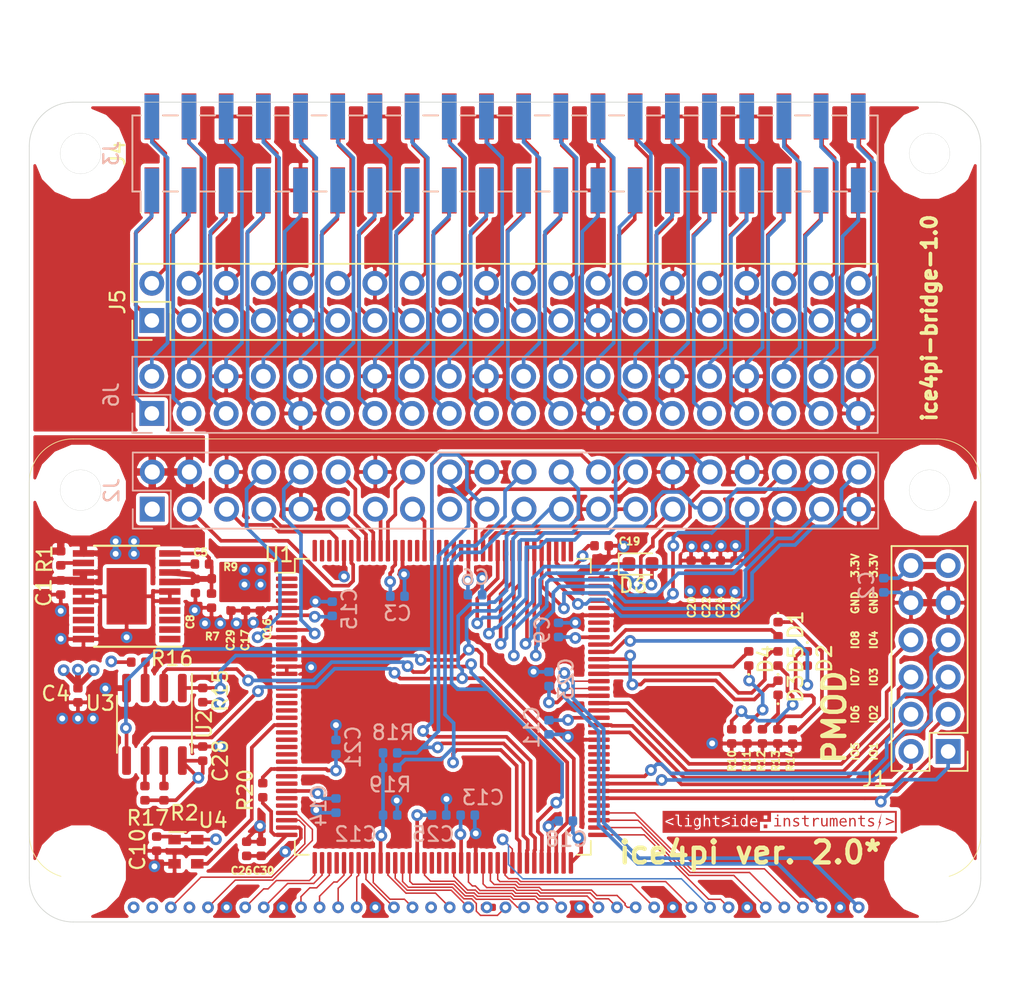
<source format=kicad_pcb>
(kicad_pcb (version 20171130) (host pcbnew 5.0.2+dfsg1-1)
  (layers (0 F.Cu signal) (1 In1.Cu power) (2 In2.Cu power) (3 In3.Cu signal) (4 In4.Cu signal) (31 B.Cu signal) (34 B.Paste user) (35 F.Paste user) (36 B.SilkS user) (37 F.SilkS user) (38 B.Mask user) (39 F.Mask user) (44 Edge.Cuts user))
  (net 0 "")
  (net 1 12MHz)
  (net 2 iCE_CDONE)
  (net 3 iCE_CREST)
  (net 4 iCE_MOSI)
  (net 5 iCE_MISO)
  (net 6 iCE_SCK)
  (net 7 iCE_SS_B)
  (net 8 "Net-(R1-Pad2)")
  (net 9 "Net-(R2-Pad2)")
  (net 10 "Net-(C5-Pad2)")
  (net 11 "Net-(C5-Pad1)")
  (net 12 +1V2)
  (net 13 "Net-(C26-Pad1)")
  (net 14 LED4)
  (net 15 "Net-(D1-Pad1)")
  (net 16 "Net-(D2-Pad1)")
  (net 17 LED3)
  (net 18 "Net-(D3-Pad1)")
  (net 19 LED2)
  (net 20 LED1)
  (net 21 "Net-(D4-Pad1)")
  (net 22 "Net-(D5-Pad1)")
  (net 23 LED0)
  (net 24 PIO1_02)
  (net 25 PIO1_03)
  (net 26 PIO1_04)
  (net 27 PIO1_05)
  (net 28 PIO1_06)
  (net 29 PIO1_07)
  (net 30 PIO1_08)
  (net 31 PIO1_09)
  (net 32 "Net-(R16-Pad2)")
  (net 33 PIO0_09)
  (net 34 PIO0_08)
  (net 35 PIO0_07)
  (net 36 PIO0_06)
  (net 37 PIO0_05)
  (net 38 PIO0_04)
  (net 39 PIO0_03)
  (net 40 PIO0_02)
  (net 41 "Net-(D6-Pad1)")
  (net 42 RS232_Tx_TTL)
  (net 43 RS232_Rx_TTL)
  (net 44 PIO0_10)
  (net 45 PIO0_12)
  (net 46 PIO0_11)
  (net 47 PIO0_13)
  (net 48 PIO0_14)
  (net 49 PIO0_15)
  (net 50 PIO0_16)
  (net 51 PIO0_21)
  (net 52 PIO0_20)
  (net 53 PIO0_19)
  (net 54 PIO0_18)
  (net 55 PIO0_17)
  (net 56 "Net-(U1-Pad1)")
  (net 57 "Net-(U1-Pad2)")
  (net 58 "Net-(U1-Pad3)")
  (net 59 "Net-(U1-Pad4)")
  (net 60 "Net-(U1-Pad7)")
  (net 61 "Net-(U1-Pad10)")
  (net 62 "Net-(U1-Pad11)")
  (net 63 "Net-(U1-Pad12)")
  (net 64 "Net-(U1-Pad15)")
  (net 65 "Net-(U1-Pad16)")
  (net 66 "Net-(U1-Pad17)")
  (net 67 "Net-(U1-Pad18)")
  (net 68 "Net-(U1-Pad19)")
  (net 69 "Net-(U1-Pad20)")
  (net 70 "Net-(U1-Pad22)")
  (net 71 "Net-(U1-Pad23)")
  (net 72 "Net-(U1-Pad24)")
  (net 73 "Net-(U1-Pad25)")
  (net 74 "Net-(U1-Pad26)")
  (net 75 "Net-(U1-Pad28)")
  (net 76 "Net-(U1-Pad29)")
  (net 77 "Net-(U1-Pad31)")
  (net 78 "Net-(U1-Pad32)")
  (net 79 "Net-(U1-Pad40)")
  (net 80 "Net-(U1-Pad53)")
  (net 81 "Net-(U1-Pad54)")
  (net 82 "Net-(U1-Pad55)")
  (net 83 "Net-(U1-Pad77)")
  (net 84 "Net-(U1-Pad82)")
  (net 85 "Net-(U1-Pad83)")
  (net 86 "Net-(U1-Pad84)")
  (net 87 "Net-(U1-Pad85)")
  (net 88 "Net-(U1-Pad101)")
  (net 89 "Net-(U1-Pad102)")
  (net 90 "Net-(U1-Pad104)")
  (net 91 IR_TXD)
  (net 92 IR_RXD)
  (net 93 IR_SD)
  (net 94 "Net-(U1-Pad109)")
  (net 95 "Net-(U1-Pad110)")
  (net 96 "Net-(U1-Pad124)")
  (net 97 "Net-(U1-Pad125)")
  (net 98 "Net-(U1-Pad126)")
  (net 99 "Net-(U1-Pad127)")
  (net 100 "Net-(U1-Pad130)")
  (net 101 "Net-(U1-Pad131)")
  (net 102 "Net-(U1-Pad142)")
  (net 103 "Net-(U1-Pad143)")
  (net 104 "Net-(U1-Pad144)")
  (net 105 "Net-(U3-Pad1)")
  (net 106 "Net-(U3-Pad2)")
  (net 107 "Net-(U3-Pad3)")
  (net 108 "Net-(U3-Pad4)")
  (net 109 "Net-(U3-Pad17)")
  (net 110 "Net-(U3-Pad18)")
  (net 111 "Net-(U3-Pad19)")
  (net 112 PIEXT3)
  (net 113 PIEXT5)
  (net 114 PIEXT7)
  (net 115 PIEXT8)
  (net 116 PIEXT10)
  (net 117 PIEXT12)
  (net 118 PIEXT27)
  (net 119 PIEXT22)
  (net 120 PIEXT16)
  (net 121 PIEXT24)
  (net 122 PIEXT19)
  (net 123 PIEXT21)
  (net 124 PIEXT23)
  (net 125 PIEXT26)
  (net 126 PIEXT28)
  (net 127 PIEXT29)
  (net 128 PIEXT31)
  (net 129 PIEXT32)
  (net 130 PIEXT33)
  (net 131 PIEXT35)
  (net 132 PIEXT36)
  (net 133 PIEXT37)
  (net 134 PIEXT38)
  (net 135 PIEXT40)
  (net 136 PIEXT11)
  (net 137 PIEXT13)
  (net 138 PIEXT15)
  (net 139 PIEXT18)
  (net 140 PIEXT1)
  (net 141 PIEXT2)
  (net 142 PIEXT14)
  (module Package_QFP:TQFP-144_20x20mm_P0.5mm (layer F.Cu) (at 78.25 90.3)
    (fp_text reference U1 (at -11.2 -10.4) (layer F.SilkS))
    (fp_text value ICE40HX1K-TQ144)
    (pad 144 smd roundrect (at -8.75 -10.6625) (size 0.3 1.475) (layers F.Cu F.Paste F.Mask) (net 104 "Net-(U1-Pad144)"))
    (pad 143 smd roundrect (at -8.25 -10.6625) (size 0.3 1.475) (layers F.Cu F.Paste F.Mask) (net 103 "Net-(U1-Pad143)"))
    (pad 142 smd roundrect (at -7.75 -10.6625) (size 0.3 1.475) (layers F.Cu F.Paste F.Mask) (net 102 "Net-(U1-Pad142)"))
    (pad 141 smd roundrect (at -7.25 -10.6625) (size 0.3 1.475) (layers F.Cu F.Paste F.Mask) (net 51 PIO0_21))
    (pad 140 smd roundrect (at -6.75 -10.6625) (size 0.3 1.475) (layers F.Cu F.Paste F.Mask) (net 142 PIEXT14))
    (pad 139 smd roundrect (at -6.25 -10.6625) (size 0.3 1.475) (layers F.Cu F.Paste F.Mask) (net 52 PIO0_20))
    (pad 138 smd roundrect (at -5.75 -10.6625) (size 0.3 1.475) (layers F.Cu F.Paste F.Mask) (net 53 PIO0_19))
    (pad 137 smd roundrect (at -5.25 -10.6625) (size 0.3 1.475) (layers F.Cu F.Paste F.Mask) (net 54 PIO0_18))
    (pad 136 smd roundrect (at -4.75 -10.6625) (size 0.3 1.475) (layers F.Cu F.Paste F.Mask) (net 55 PIO0_17))
    (pad 135 smd roundrect (at -4.25 -10.6625) (size 0.3 1.475) (layers F.Cu F.Paste F.Mask) (net 50 PIO0_16))
    (pad 134 smd roundrect (at -3.75 -10.6625) (size 0.3 1.475) (layers F.Cu F.Paste F.Mask) (net 49 PIO0_15))
    (pad 133 smd roundrect (at -3.25 -10.6625) (size 0.3 1.475) (layers F.Cu F.Paste F.Mask) (net 140 PIEXT1))
    (pad 132 smd roundrect (at -2.75 -10.6625) (size 0.3 1.475) (layers F.Cu F.Paste F.Mask) (net 142 PIEXT14))
    (pad 131 smd roundrect (at -2.25 -10.6625) (size 0.3 1.475) (layers F.Cu F.Paste F.Mask) (net 101 "Net-(U1-Pad131)"))
    (pad 130 smd roundrect (at -1.75 -10.6625) (size 0.3 1.475) (layers F.Cu F.Paste F.Mask) (net 100 "Net-(U1-Pad130)"))
    (pad 129 smd roundrect (at -1.25 -10.6625) (size 0.3 1.475) (layers F.Cu F.Paste F.Mask) (net 48 PIO0_14))
    (pad 128 smd roundrect (at -0.75 -10.6625) (size 0.3 1.475) (layers F.Cu F.Paste F.Mask) (net 47 PIO0_13))
    (pad 127 smd roundrect (at -0.25 -10.6625) (size 0.3 1.475) (layers F.Cu F.Paste F.Mask) (net 99 "Net-(U1-Pad127)"))
    (pad 126 smd roundrect (at 0.25 -10.6625) (size 0.3 1.475) (layers F.Cu F.Paste F.Mask) (net 98 "Net-(U1-Pad126)"))
    (pad 125 smd roundrect (at 0.75 -10.6625) (size 0.3 1.475) (layers F.Cu F.Paste F.Mask) (net 97 "Net-(U1-Pad125)"))
    (pad 124 smd roundrect (at 1.25 -10.6625) (size 0.3 1.475) (layers F.Cu F.Paste F.Mask) (net 96 "Net-(U1-Pad124)"))
    (pad 123 smd roundrect (at 1.75 -10.6625) (size 0.3 1.475) (layers F.Cu F.Paste F.Mask) (net 140 PIEXT1))
    (pad 122 smd roundrect (at 2.25 -10.6625) (size 0.3 1.475) (layers F.Cu F.Paste F.Mask) (net 45 PIO0_12))
    (pad 121 smd roundrect (at 2.75 -10.6625) (size 0.3 1.475) (layers F.Cu F.Paste F.Mask) (net 46 PIO0_11))
    (pad 120 smd roundrect (at 3.25 -10.6625) (size 0.3 1.475) (layers F.Cu F.Paste F.Mask) (net 44 PIO0_10))
    (pad 119 smd roundrect (at 3.75 -10.6625) (size 0.3 1.475) (layers F.Cu F.Paste F.Mask) (net 33 PIO0_09))
    (pad 118 smd roundrect (at 4.25 -10.6625) (size 0.3 1.475) (layers F.Cu F.Paste F.Mask) (net 34 PIO0_08))
    (pad 117 smd roundrect (at 4.75 -10.6625) (size 0.3 1.475) (layers F.Cu F.Paste F.Mask) (net 35 PIO0_07))
    (pad 116 smd roundrect (at 5.25 -10.6625) (size 0.3 1.475) (layers F.Cu F.Paste F.Mask) (net 36 PIO0_06))
    (pad 115 smd roundrect (at 5.75 -10.6625) (size 0.3 1.475) (layers F.Cu F.Paste F.Mask) (net 37 PIO0_05))
    (pad 114 smd roundrect (at 6.25 -10.6625) (size 0.3 1.475) (layers F.Cu F.Paste F.Mask) (net 38 PIO0_04))
    (pad 113 smd roundrect (at 6.75 -10.6625) (size 0.3 1.475) (layers F.Cu F.Paste F.Mask) (net 39 PIO0_03))
    (pad 112 smd roundrect (at 7.25 -10.6625) (size 0.3 1.475) (layers F.Cu F.Paste F.Mask) (net 40 PIO0_02))
    (pad 111 smd roundrect (at 7.75 -10.6625) (size 0.3 1.475) (layers F.Cu F.Paste F.Mask) (net 12 +1V2))
    (pad 110 smd roundrect (at 8.25 -10.6625) (size 0.3 1.475) (layers F.Cu F.Paste F.Mask) (net 95 "Net-(U1-Pad110)"))
    (pad 109 smd roundrect (at 8.75 -10.6625) (size 0.3 1.475) (layers F.Cu F.Paste F.Mask) (net 94 "Net-(U1-Pad109)"))
    (pad 108 smd roundrect (at 10.6625 -8.75) (size 1.475 0.3) (layers F.Cu F.Paste F.Mask) (net 41 "Net-(D6-Pad1)"))
    (pad 107 smd roundrect (at 10.6625 -8.25) (size 1.475 0.3) (layers F.Cu F.Paste F.Mask) (net 93 IR_SD))
    (pad 106 smd roundrect (at 10.6625 -7.75) (size 1.475 0.3) (layers F.Cu F.Paste F.Mask) (net 92 IR_RXD))
    (pad 105 smd roundrect (at 10.6625 -7.25) (size 1.475 0.3) (layers F.Cu F.Paste F.Mask) (net 91 IR_TXD))
    (pad 104 smd roundrect (at 10.6625 -6.75) (size 1.475 0.3) (layers F.Cu F.Paste F.Mask) (net 90 "Net-(U1-Pad104)"))
    (pad 103 smd roundrect (at 10.6625 -6.25) (size 1.475 0.3) (layers F.Cu F.Paste F.Mask) (net 142 PIEXT14))
    (pad 102 smd roundrect (at 10.6625 -5.75) (size 1.475 0.3) (layers F.Cu F.Paste F.Mask) (net 89 "Net-(U1-Pad102)"))
    (pad 101 smd roundrect (at 10.6625 -5.25) (size 1.475 0.3) (layers F.Cu F.Paste F.Mask) (net 88 "Net-(U1-Pad101)"))
    (pad 100 smd roundrect (at 10.6625 -4.75) (size 1.475 0.3) (layers F.Cu F.Paste F.Mask) (net 140 PIEXT1))
    (pad 99 smd roundrect (at 10.6625 -4.25) (size 1.475 0.3) (layers F.Cu F.Paste F.Mask) (net 23 LED0))
    (pad 98 smd roundrect (at 10.6625 -3.75) (size 1.475 0.3) (layers F.Cu F.Paste F.Mask) (net 20 LED1))
    (pad 97 smd roundrect (at 10.6625 -3.25) (size 1.475 0.3) (layers F.Cu F.Paste F.Mask) (net 19 LED2))
    (pad 96 smd roundrect (at 10.6625 -2.75) (size 1.475 0.3) (layers F.Cu F.Paste F.Mask) (net 17 LED3))
    (pad 95 smd roundrect (at 10.6625 -2.25) (size 1.475 0.3) (layers F.Cu F.Paste F.Mask) (net 14 LED4))
    (pad 94 smd roundrect (at 10.6625 -1.75) (size 1.475 0.3) (layers F.Cu F.Paste F.Mask) (net 135 PIEXT40))
    (pad 93 smd roundrect (at 10.6625 -1.25) (size 1.475 0.3) (layers F.Cu F.Paste F.Mask) (net 134 PIEXT38))
    (pad 92 smd roundrect (at 10.6625 -0.75) (size 1.475 0.3) (layers F.Cu F.Paste F.Mask) (net 12 +1V2))
    (pad 91 smd roundrect (at 10.6625 -0.25) (size 1.475 0.3) (layers F.Cu F.Paste F.Mask) (net 31 PIO1_09))
    (pad 90 smd roundrect (at 10.6625 0.25) (size 1.475 0.3) (layers F.Cu F.Paste F.Mask) (net 30 PIO1_08))
    (pad 89 smd roundrect (at 10.6625 0.75) (size 1.475 0.3) (layers F.Cu F.Paste F.Mask) (net 140 PIEXT1))
    (pad 88 smd roundrect (at 10.6625 1.25) (size 1.475 0.3) (layers F.Cu F.Paste F.Mask) (net 29 PIO1_07))
    (pad 87 smd roundrect (at 10.6625 1.75) (size 1.475 0.3) (layers F.Cu F.Paste F.Mask) (net 28 PIO1_06))
    (pad 86 smd roundrect (at 10.6625 2.25) (size 1.475 0.3) (layers F.Cu F.Paste F.Mask) (net 142 PIEXT14))
    (pad 85 smd roundrect (at 10.6625 2.75) (size 1.475 0.3) (layers F.Cu F.Paste F.Mask) (net 87 "Net-(U1-Pad85)"))
    (pad 84 smd roundrect (at 10.6625 3.25) (size 1.475 0.3) (layers F.Cu F.Paste F.Mask) (net 86 "Net-(U1-Pad84)"))
    (pad 83 smd roundrect (at 10.6625 3.75) (size 1.475 0.3) (layers F.Cu F.Paste F.Mask) (net 85 "Net-(U1-Pad83)"))
    (pad 82 smd roundrect (at 10.6625 4.25) (size 1.475 0.3) (layers F.Cu F.Paste F.Mask) (net 84 "Net-(U1-Pad82)"))
    (pad 81 smd roundrect (at 10.6625 4.75) (size 1.475 0.3) (layers F.Cu F.Paste F.Mask) (net 27 PIO1_05))
    (pad 80 smd roundrect (at 10.6625 5.25) (size 1.475 0.3) (layers F.Cu F.Paste F.Mask) (net 26 PIO1_04))
    (pad 79 smd roundrect (at 10.6625 5.75) (size 1.475 0.3) (layers F.Cu F.Paste F.Mask) (net 25 PIO1_03))
    (pad 78 smd roundrect (at 10.6625 6.25) (size 1.475 0.3) (layers F.Cu F.Paste F.Mask) (net 24 PIO1_02))
    (pad 77 smd roundrect (at 10.6625 6.75) (size 1.475 0.3) (layers F.Cu F.Paste F.Mask) (net 83 "Net-(U1-Pad77)"))
    (pad 76 smd roundrect (at 10.6625 7.25) (size 1.475 0.3) (layers F.Cu F.Paste F.Mask) (net 133 PIEXT37))
    (pad 75 smd roundrect (at 10.6625 7.75) (size 1.475 0.3) (layers F.Cu F.Paste F.Mask) (net 132 PIEXT36))
    (pad 74 smd roundrect (at 10.6625 8.25) (size 1.475 0.3) (layers F.Cu F.Paste F.Mask) (net 131 PIEXT35))
    (pad 73 smd roundrect (at 10.6625 8.75) (size 1.475 0.3) (layers F.Cu F.Paste F.Mask) (net 130 PIEXT33))
    (pad 72 smd roundrect (at 8.75 10.6625) (size 0.3 1.475) (layers F.Cu F.Paste F.Mask) (net 140 PIEXT1))
    (pad 71 smd roundrect (at 8.25 10.6625) (size 0.3 1.475) (layers F.Cu F.Paste F.Mask) (net 7 iCE_SS_B))
    (pad 70 smd roundrect (at 7.75 10.6625) (size 0.3 1.475) (layers F.Cu F.Paste F.Mask) (net 6 iCE_SCK))
    (pad 69 smd roundrect (at 7.25 10.6625) (size 0.3 1.475) (layers F.Cu F.Paste F.Mask) (net 142 PIEXT14))
    (pad 68 smd roundrect (at 6.75 10.6625) (size 0.3 1.475) (layers F.Cu F.Paste F.Mask) (net 5 iCE_MISO))
    (pad 67 smd roundrect (at 6.25 10.6625) (size 0.3 1.475) (layers F.Cu F.Paste F.Mask) (net 4 iCE_MOSI))
    (pad 66 smd roundrect (at 5.75 10.6625) (size 0.3 1.475) (layers F.Cu F.Paste F.Mask) (net 3 iCE_CREST))
    (pad 65 smd roundrect (at 5.25 10.6625) (size 0.3 1.475) (layers F.Cu F.Paste F.Mask) (net 2 iCE_CDONE))
    (pad 64 smd roundrect (at 4.75 10.6625) (size 0.3 1.475) (layers F.Cu F.Paste F.Mask) (net 129 PIEXT32))
    (pad 63 smd roundrect (at 4.25 10.6625) (size 0.3 1.475) (layers F.Cu F.Paste F.Mask) (net 128 PIEXT31))
    (pad 62 smd roundrect (at 3.75 10.6625) (size 0.3 1.475) (layers F.Cu F.Paste F.Mask) (net 127 PIEXT29))
    (pad 61 smd roundrect (at 3.25 10.6625) (size 0.3 1.475) (layers F.Cu F.Paste F.Mask) (net 126 PIEXT28))
    (pad 60 smd roundrect (at 2.75 10.6625) (size 0.3 1.475) (layers F.Cu F.Paste F.Mask) (net 118 PIEXT27))
    (pad 59 smd roundrect (at 2.25 10.6625) (size 0.3 1.475) (layers F.Cu F.Paste F.Mask) (net 142 PIEXT14))
    (pad 58 smd roundrect (at 1.75 10.6625) (size 0.3 1.475) (layers F.Cu F.Paste F.Mask) (net 125 PIEXT26))
    (pad 57 smd roundrect (at 1.25 10.6625) (size 0.3 1.475) (layers F.Cu F.Paste F.Mask) (net 140 PIEXT1))
    (pad 56 smd roundrect (at 0.75 10.6625) (size 0.3 1.475) (layers F.Cu F.Paste F.Mask) (net 121 PIEXT24))
    (pad 55 smd roundrect (at 0.25 10.6625) (size 0.3 1.475) (layers F.Cu F.Paste F.Mask) (net 82 "Net-(U1-Pad55)"))
    (pad 54 smd roundrect (at -0.25 10.6625) (size 0.3 1.475) (layers F.Cu F.Paste F.Mask) (net 81 "Net-(U1-Pad54)"))
    (pad 53 smd roundrect (at -0.75 10.6625) (size 0.3 1.475) (layers F.Cu F.Paste F.Mask) (net 80 "Net-(U1-Pad53)"))
    (pad 52 smd roundrect (at -1.25 10.6625) (size 0.3 1.475) (layers F.Cu F.Paste F.Mask) (net 124 PIEXT23))
    (pad 51 smd roundrect (at -1.75 10.6625) (size 0.3 1.475) (layers F.Cu F.Paste F.Mask) (net 12 +1V2))
    (pad 50 smd roundrect (at -2.25 10.6625) (size 0.3 1.475) (layers F.Cu F.Paste F.Mask) (net 119 PIEXT22))
    (pad 49 smd roundrect (at -2.75 10.6625) (size 0.3 1.475) (layers F.Cu F.Paste F.Mask) (net 123 PIEXT21))
    (pad 48 smd roundrect (at -3.25 10.6625) (size 0.3 1.475) (layers F.Cu F.Paste F.Mask) (net 122 PIEXT19))
    (pad 47 smd roundrect (at -3.75 10.6625) (size 0.3 1.475) (layers F.Cu F.Paste F.Mask) (net 139 PIEXT18))
    (pad 46 smd roundrect (at -4.25 10.6625) (size 0.3 1.475) (layers F.Cu F.Paste F.Mask) (net 140 PIEXT1))
    (pad 45 smd roundrect (at -4.75 10.6625) (size 0.3 1.475) (layers F.Cu F.Paste F.Mask) (net 120 PIEXT16))
    (pad 44 smd roundrect (at -5.25 10.6625) (size 0.3 1.475) (layers F.Cu F.Paste F.Mask) (net 138 PIEXT15))
    (pad 43 smd roundrect (at -5.75 10.6625) (size 0.3 1.475) (layers F.Cu F.Paste F.Mask) (net 137 PIEXT13))
    (pad 42 smd roundrect (at -6.25 10.6625) (size 0.3 1.475) (layers F.Cu F.Paste F.Mask) (net 117 PIEXT12))
    (pad 41 smd roundrect (at -6.75 10.6625) (size 0.3 1.475) (layers F.Cu F.Paste F.Mask) (net 136 PIEXT11))
    (pad 40 smd roundrect (at -7.25 10.6625) (size 0.3 1.475) (layers F.Cu F.Paste F.Mask) (net 79 "Net-(U1-Pad40)"))
    (pad 39 smd roundrect (at -7.75 10.6625) (size 0.3 1.475) (layers F.Cu F.Paste F.Mask) (net 116 PIEXT10))
    (pad 38 smd roundrect (at -8.25 10.6625) (size 0.3 1.475) (layers F.Cu F.Paste F.Mask) (net 115 PIEXT8))
    (pad 37 smd roundrect (at -8.75 10.6625) (size 0.3 1.475) (layers F.Cu F.Paste F.Mask) (net 114 PIEXT7))
    (pad 36 smd roundrect (at -10.6625 8.75) (size 1.475 0.3) (layers F.Cu F.Paste F.Mask) (net 13 "Net-(C26-Pad1)"))
    (pad 35 smd roundrect (at -10.6625 8.25) (size 1.475 0.3) (layers F.Cu F.Paste F.Mask) (net 142 PIEXT14))
    (pad 34 smd roundrect (at -10.6625 7.75) (size 1.475 0.3) (layers F.Cu F.Paste F.Mask) (net 112 PIEXT3))
    (pad 33 smd roundrect (at -10.6625 7.25) (size 1.475 0.3) (layers F.Cu F.Paste F.Mask) (net 113 PIEXT5))
    (pad 32 smd roundrect (at -10.6625 6.75) (size 1.475 0.3) (layers F.Cu F.Paste F.Mask) (net 78 "Net-(U1-Pad32)"))
    (pad 31 smd roundrect (at -10.6625 6.25) (size 1.475 0.3) (layers F.Cu F.Paste F.Mask) (net 77 "Net-(U1-Pad31)"))
    (pad 30 smd roundrect (at -10.6625 5.75) (size 1.475 0.3) (layers F.Cu F.Paste F.Mask) (net 140 PIEXT1))
    (pad 29 smd roundrect (at -10.6625 5.25) (size 1.475 0.3) (layers F.Cu F.Paste F.Mask) (net 76 "Net-(U1-Pad29)"))
    (pad 28 smd roundrect (at -10.6625 4.75) (size 1.475 0.3) (layers F.Cu F.Paste F.Mask) (net 75 "Net-(U1-Pad28)"))
    (pad 27 smd roundrect (at -10.6625 4.25) (size 1.475 0.3) (layers F.Cu F.Paste F.Mask) (net 12 +1V2))
    (pad 26 smd roundrect (at -10.6625 3.75) (size 1.475 0.3) (layers F.Cu F.Paste F.Mask) (net 74 "Net-(U1-Pad26)"))
    (pad 25 smd roundrect (at -10.6625 3.25) (size 1.475 0.3) (layers F.Cu F.Paste F.Mask) (net 73 "Net-(U1-Pad25)"))
    (pad 24 smd roundrect (at -10.6625 2.75) (size 1.475 0.3) (layers F.Cu F.Paste F.Mask) (net 72 "Net-(U1-Pad24)"))
    (pad 23 smd roundrect (at -10.6625 2.25) (size 1.475 0.3) (layers F.Cu F.Paste F.Mask) (net 71 "Net-(U1-Pad23)"))
    (pad 22 smd roundrect (at -10.6625 1.75) (size 1.475 0.3) (layers F.Cu F.Paste F.Mask) (net 70 "Net-(U1-Pad22)"))
    (pad 21 smd roundrect (at -10.6625 1.25) (size 1.475 0.3) (layers F.Cu F.Paste F.Mask) (net 1 12MHz))
    (pad 20 smd roundrect (at -10.6625 0.75) (size 1.475 0.3) (layers F.Cu F.Paste F.Mask) (net 69 "Net-(U1-Pad20)"))
    (pad 19 smd roundrect (at -10.6625 0.25) (size 1.475 0.3) (layers F.Cu F.Paste F.Mask) (net 68 "Net-(U1-Pad19)"))
    (pad 18 smd roundrect (at -10.6625 -0.25) (size 1.475 0.3) (layers F.Cu F.Paste F.Mask) (net 67 "Net-(U1-Pad18)"))
    (pad 17 smd roundrect (at -10.6625 -0.75) (size 1.475 0.3) (layers F.Cu F.Paste F.Mask) (net 66 "Net-(U1-Pad17)"))
    (pad 16 smd roundrect (at -10.6625 -1.25) (size 1.475 0.3) (layers F.Cu F.Paste F.Mask) (net 65 "Net-(U1-Pad16)"))
    (pad 15 smd roundrect (at -10.6625 -1.75) (size 1.475 0.3) (layers F.Cu F.Paste F.Mask) (net 64 "Net-(U1-Pad15)"))
    (pad 14 smd roundrect (at -10.6625 -2.25) (size 1.475 0.3) (layers F.Cu F.Paste F.Mask) (net 142 PIEXT14))
    (pad 13 smd roundrect (at -10.6625 -2.75) (size 1.475 0.3) (layers F.Cu F.Paste F.Mask) (net 142 PIEXT14))
    (pad 12 smd roundrect (at -10.6625 -3.25) (size 1.475 0.3) (layers F.Cu F.Paste F.Mask) (net 63 "Net-(U1-Pad12)"))
    (pad 11 smd roundrect (at -10.6625 -3.75) (size 1.475 0.3) (layers F.Cu F.Paste F.Mask) (net 62 "Net-(U1-Pad11)"))
    (pad 10 smd roundrect (at -10.6625 -4.25) (size 1.475 0.3) (layers F.Cu F.Paste F.Mask) (net 61 "Net-(U1-Pad10)"))
    (pad 9 smd roundrect (at -10.6625 -4.75) (size 1.475 0.3) (layers F.Cu F.Paste F.Mask) (net 43 RS232_Rx_TTL))
    (pad 8 smd roundrect (at -10.6625 -5.25) (size 1.475 0.3) (layers F.Cu F.Paste F.Mask) (net 42 RS232_Tx_TTL))
    (pad 7 smd roundrect (at -10.6625 -5.75) (size 1.475 0.3) (layers F.Cu F.Paste F.Mask) (net 60 "Net-(U1-Pad7)"))
    (pad 6 smd roundrect (at -10.6625 -6.25) (size 1.475 0.3) (layers F.Cu F.Paste F.Mask) (net 140 PIEXT1))
    (pad 5 smd roundrect (at -10.6625 -6.75) (size 1.475 0.3) (layers F.Cu F.Paste F.Mask) (net 142 PIEXT14))
    (pad 4 smd roundrect (at -10.6625 -7.25) (size 1.475 0.3) (layers F.Cu F.Paste F.Mask) (net 59 "Net-(U1-Pad4)"))
    (pad 3 smd roundrect (at -10.6625 -7.75) (size 1.475 0.3) (layers F.Cu F.Paste F.Mask) (net 58 "Net-(U1-Pad3)"))
    (pad 2 smd roundrect (at -10.6625 -8.25) (size 1.475 0.3) (layers F.Cu F.Paste F.Mask) (net 57 "Net-(U1-Pad2)"))
    (pad 1 smd roundrect (at -10.6625 -8.75) (size 1.475 0.3) (layers F.Cu F.Paste F.Mask) (net 56 "Net-(U1-Pad1)"))
  )
  (module ice4pi:lsi-logo-16mm-fcu (layer F.Cu) (at 101.2625 98.7075)
    (fp_text reference svg2mod hide)
    (fp_text value G*** hide)
    (fp_poly (pts (xy -1.756488 -0.765085) (xy -1.870047 -0.71961) (xy -1.923015 -0.59352) (xy -1.608564 -0.594035) (xy -1.648484 -0.72116) (xy -1.756488 -0.765084) (xy -1.756488 -0.765085)) (layer F.Cu) (width 0))
    (fp_poly (pts (xy -2.454902 -0.758688) (xy -2.559288 -0.70236) (xy -2.594557 -0.535446) (xy -2.559288 -0.368531) (xy -2.454902 -0.312203) (xy -2.350128 -0.369047) (xy -2.313696 -0.535446) (xy -2.350128 -0.701844) (xy -2.454902 -0.758688)) (layer F.Cu) (width 0))
    (fp_poly (pts (xy -5.647988 -0.754037) (xy -5.754829 -0.698226) (xy -5.791649 -0.535962) (xy -5.754829 -0.372665) (xy -5.646955 -0.316854) (xy -5.546186 -0.373182) (xy -5.510917 -0.535962) (xy -5.546186 -0.698226) (xy -5.647988 -0.754037)) (layer F.Cu) (width 0))
    (fp_poly (pts (xy 6.963744 -1.142542) (xy 6.929034 -1.037612) (xy 6.822897 -0.71568) (xy 6.795735 -0.633187) (xy 6.747043 -0.484796) (xy 6.746218 -0.481877) (xy 6.784449 -0.481047) (xy 6.822476 -0.47938) (xy 6.706279 -0.052518) (xy 6.685052 0.025953) (xy 6.671472 0.075953) (xy 6.671772 0.077203) (xy 6.685757 0.045698) (xy 6.715838 -0.024927) (xy 6.748435 -0.101385) (xy 6.780628 -0.176839) (xy 6.8259 -0.282973) (xy 6.871071 -0.388912) (xy 6.903464 -0.464866) (xy 6.927509 -0.521204) (xy 6.935356 -0.539499) (xy 6.891191 -0.539499) (xy 6.847026 -0.539916) (xy 6.849651 -0.553294) (xy 6.862124 -0.615266) (xy 6.881239 -0.709832) (xy 6.899344 -0.799372) (xy 6.926506 -0.933677) (xy 6.953669 -1.067983) (xy 6.968659 -1.142328) (xy 6.974394 -1.172792) (xy 6.963729 -1.142203) (xy 6.963744 -1.142542)) (layer F.Cu) (width 0.000106))
    (fp_poly (pts (xy -1.09554 -0.360257) (xy -1.09554 -0.110272) (xy -0.844522 -0.110272) (xy -0.844522 -0.360257) (xy -1.09554 -0.360257)) (layer F.Cu) (width 0))
    (fp_poly (pts (xy 2.830577 -0.813072) (xy 2.830577 -0.454437) (xy 2.874114 -0.278221) (xy 3.007052 -0.220343) (xy 3.109242 -0.246181) (xy 3.178746 -0.322145) (xy 3.178746 -0.235329) (xy 3.274865 -0.235329) (xy 3.274865 -0.813072) (xy 3.178746 -0.813072) (xy 3.178746 -0.48596) (xy 3.142961 -0.350051) (xy 3.039737 -0.303025) (xy 2.953567 -0.339715) (xy 2.926049 -0.454437) (xy 2.926049 -0.813072) (xy 2.830577 -0.813072)) (layer F.Cu) (width 0))
    (fp_poly (pts (xy -0.334992 -0.814105) (xy -0.334992 -0.740208) (xy -0.186035 -0.740208) (xy -0.186035 -0.309226) (xy -0.375429 -0.309226) (xy -0.375429 -0.235329) (xy 0.098961 -0.235329) (xy 0.098961 -0.309226) (xy -0.090563 -0.309226) (xy -0.090563 -0.814105) (xy -0.334992 -0.814105)) (layer F.Cu) (width 0))
    (fp_poly (pts (xy 7.250979 -0.825991) (xy 7.250979 -0.73194) (xy 7.692166 -0.566575) (xy 7.250979 -0.402761) (xy 7.250979 -0.308193) (xy 7.799653 -0.5242) (xy 7.799653 -0.609983) (xy 7.250979 -0.825991)) (layer F.Cu) (width 0))
    (fp_poly (pts (xy 6.257112 -0.828058) (xy 6.095752 -0.782582) (xy 6.039166 -0.654425) (xy 6.077019 -0.550555) (xy 6.197425 -0.496812) (xy 6.233212 -0.489577) (xy 6.237346 -0.488543) (xy 6.364599 -0.397076) (xy 6.329717 -0.325246) (xy 6.231661 -0.299924) (xy 6.13929 -0.31336) (xy 6.037099 -0.354701) (xy 6.037099 -0.256516) (xy 6.13929 -0.229644) (xy 6.229594 -0.220343) (xy 6.399868 -0.268402) (xy 6.461104 -0.40276) (xy 6.424285 -0.507664) (xy 6.316798 -0.561407) (xy 6.278428 -0.568642) (xy 6.159573 -0.605849) (xy 6.135672 -0.663726) (xy 6.167324 -0.727288) (xy 6.264346 -0.748476) (xy 6.348967 -0.73659) (xy 6.431519 -0.700933) (xy 6.431519 -0.793951) (xy 6.3469 -0.819272) (xy 6.257112 -0.828057) (xy 6.257112 -0.828058)) (layer F.Cu) (width 0))
    (fp_poly (pts (xy 5.016619 -0.828058) (xy 4.913395 -0.80222) (xy 4.844278 -0.727289) (xy 4.844278 -0.814105) (xy 4.748806 -0.814105) (xy 4.748806 -0.235329) (xy 4.844278 -0.235329) (xy 4.844278 -0.562441) (xy 4.880193 -0.697833) (xy 4.983417 -0.745375) (xy 5.069587 -0.708685) (xy 5.097105 -0.593963) (xy 5.097105 -0.235329) (xy 5.193094 -0.235329) (xy 5.193094 -0.593963) (xy 5.14904 -0.769663) (xy 5.016619 -0.828058)) (layer F.Cu) (width 0))
    (fp_poly (pts (xy 4.346117 -0.828058) (xy 4.341857 -0.747442) (xy 4.449861 -0.703517) (xy 4.489781 -0.576393) (xy 4.17533 -0.575877) (xy 4.228298 -0.701968) (xy 4.341857 -0.747443) (xy 4.341857 -0.747442) (xy 4.346117 -0.828058) (xy 4.146776 -0.745375) (xy 4.071974 -0.5242) (xy 4.148326 -0.300958) (xy 4.36007 -0.220343) (xy 4.457609 -0.231712) (xy 4.563029 -0.264785) (xy 4.563029 -0.359352) (xy 4.456575 -0.315428) (xy 4.361103 -0.300958) (xy 4.220931 -0.352635) (xy 4.171709 -0.498879) (xy 4.171709 -0.501979) (xy 4.585379 -0.501979) (xy 4.585379 -0.548488) (xy 4.521042 -0.753127) (xy 4.346117 -0.828057) (xy 4.346117 -0.828058)) (layer F.Cu) (width 0))
    (fp_poly (pts (xy 3.613216 -0.828058) (xy 3.554563 -0.811521) (xy 3.51206 -0.764496) (xy 3.51206 -0.814105) (xy 3.425373 -0.814105) (xy 3.425373 -0.235329) (xy 3.51206 -0.235329) (xy 3.51206 -0.566575) (xy 3.526529 -0.716437) (xy 3.579498 -0.748476) (xy 3.632466 -0.719537) (xy 3.647452 -0.566575) (xy 3.647452 -0.235329) (xy 3.734656 -0.235329) (xy 3.734656 -0.566575) (xy 3.749772 -0.716437) (xy 3.806744 -0.748476) (xy 3.856612 -0.718504) (xy 3.870694 -0.566575) (xy 3.870694 -0.235329) (xy 3.957898 -0.235329) (xy 3.957898 -0.570709) (xy 3.92883 -0.773797) (xy 3.830128 -0.828058) (xy 3.764241 -0.809971) (xy 3.71967 -0.755194) (xy 3.678587 -0.809971) (xy 3.613216 -0.828058)) (layer F.Cu) (width 0))
    (fp_poly (pts (xy 2.56483 -0.828058) (xy 2.447008 -0.794985) (xy 2.373757 -0.700934) (xy 2.373757 -0.814105) (xy 2.277768 -0.814105) (xy 2.277768 -0.235329) (xy 2.373757 -0.235329) (xy 2.373757 -0.523167) (xy 2.421041 -0.684397) (xy 2.557467 -0.740208) (xy 2.627101 -0.729356) (xy 2.689371 -0.694733) (xy 2.689371 -0.791884) (xy 2.630718 -0.819273) (xy 2.56483 -0.828058)) (layer F.Cu) (width 0))
    (fp_poly (pts (xy 1.141662 -0.828058) (xy 0.980173 -0.782582) (xy 0.923587 -0.654425) (xy 0.961569 -0.550555) (xy 1.081975 -0.496812) (xy 1.117761 -0.489577) (xy 1.121896 -0.488543) (xy 1.249019 -0.397076) (xy 1.214267 -0.325246) (xy 1.116211 -0.299924) (xy 1.02384 -0.31336) (xy 0.92152 -0.354701) (xy 0.92152 -0.256516) (xy 1.02384 -0.229644) (xy 1.114144 -0.220343) (xy 1.284418 -0.268402) (xy 1.345654 -0.40276) (xy 1.308706 -0.507664) (xy 1.201348 -0.561407) (xy 1.162849 -0.568642) (xy 1.043994 -0.605849) (xy 1.020222 -0.663726) (xy 1.051874 -0.727288) (xy 1.148896 -0.748476) (xy 1.233517 -0.73659) (xy 1.31607 -0.700933) (xy 1.31607 -0.793951) (xy 1.23145 -0.819272) (xy 1.141662 -0.828057) (xy 1.141662 -0.828058)) (layer F.Cu) (width 0))
    (fp_poly (pts (xy 0.540536 -0.828058) (xy 0.437312 -0.80222) (xy 0.368324 -0.727289) (xy 0.368324 -0.814105) (xy 0.272723 -0.814105) (xy 0.272723 -0.235329) (xy 0.368324 -0.235329) (xy 0.368324 -0.562441) (xy 0.40411 -0.697833) (xy 0.507333 -0.745375) (xy 0.593504 -0.708685) (xy 0.621021 -0.593963) (xy 0.621021 -0.235329) (xy 0.717011 -0.235329) (xy 0.717011 -0.593963) (xy 0.672956 -0.769663) (xy 0.540536 -0.828058)) (layer F.Cu) (width 0))
    (fp_poly (pts (xy 5.510258 -0.978436) (xy 5.510258 -0.814105) (xy 5.3551 -0.814105) (xy 5.3551 -0.740208) (xy 5.510258 -0.740208) (xy 5.510258 -0.426015) (xy 5.554313 -0.278221) (xy 5.705853 -0.235329) (xy 5.822642 -0.235329) (xy 5.822642 -0.311293) (xy 5.715284 -0.311293) (xy 5.630147 -0.336615) (xy 5.60573 -0.426015) (xy 5.60573 -0.740208) (xy 5.822642 -0.740208) (xy 5.822642 -0.814105) (xy 5.60573 -0.814105) (xy 5.60573 -0.978436) (xy 5.510258 -0.978436)) (layer F.Cu) (width 0))
    (fp_poly (pts (xy 1.673671 -0.978436) (xy 1.673671 -0.814105) (xy 1.518383 -0.814105) (xy 1.518383 -0.740208) (xy 1.673671 -0.740208) (xy 1.673671 -0.426015) (xy 1.717725 -0.278221) (xy 1.869266 -0.235329) (xy 1.986054 -0.235329) (xy 1.986054 -0.311293) (xy 1.878697 -0.311293) (xy 1.79356 -0.336615) (xy 1.769143 -0.426015) (xy 1.769143 -0.740208) (xy 1.986054 -0.740208) (xy 1.986054 -0.814105) (xy 1.769143 -0.814105) (xy 1.769143 -0.978436) (xy 1.673671 -0.978436)) (layer F.Cu) (width 0))
    (fp_poly (pts (xy -0.186035 -1.039414) (xy -0.186035 -0.919008) (xy -0.090563 -0.919008) (xy -0.090563 -1.039414) (xy -0.186035 -1.039414)) (layer F.Cu) (width 0))
    (fp_poly (pts (xy -8.000028 -1.297796) (xy -0.593374 -1.16783) (xy 7.869933 -1.16783) (xy 7.869933 0.072146) (xy -1.346687 0.072146) (xy -1.346687 -0.547842) (xy -0.593374 -0.547842) (xy -0.593374 -1.16783) (xy -8.000028 -1.297796) (xy -7.127472 -1.045099) (xy -6.878908 -1.045099) (xy -6.878908 -0.445135) (xy -6.855524 -0.3485) (xy -6.785503 -0.315944) (xy -6.673882 -0.315944) (xy -6.673882 -0.235329) (xy -6.794805 -0.235329) (xy -6.927742 -0.290106) (xy -6.97438 -0.445135) (xy -6.97438 -0.970685) (xy -7.127472 -0.970685) (xy -7.127472 -1.045099) (xy -8.000028 -1.297796) (xy -6.28928 -1.039414) (xy -6.193808 -1.039414) (xy -6.193808 -0.919008) (xy -6.28928 -0.919008) (xy -6.28928 -1.039414) (xy -8.000028 -1.297796) (xy -5.191027 -1.039414) (xy -5.095554 -1.039414) (xy -5.095554 -0.727289) (xy -5.026566 -0.80222) (xy -4.923213 -0.828058) (xy -4.790922 -0.769663) (xy -4.746738 -0.593963) (xy -4.746738 -0.235329) (xy -4.842727 -0.235329) (xy -4.842727 -0.593963) (xy -4.870245 -0.708685) (xy -4.956416 -0.745375) (xy -5.059768 -0.697833) (xy -5.095554 -0.562441) (xy -5.095554 -0.235329) (xy -5.191027 -0.235329) (xy -5.191027 -1.039414) (xy -8.000028 -1.297796) (xy -3.092059 -1.039414) (xy -2.996587 -1.039414) (xy -2.996587 -0.919008) (xy -3.092059 -0.919008) (xy -3.092059 -1.039414) (xy -8.000028 -1.297796) (xy -2.289137 -1.039414) (xy -2.193664 -1.039414) (xy -2.193664 -0.235329) (xy -2.289137 -0.235329) (xy -2.289137 -0.308193) (xy -2.352957 -0.242564) (xy -2.444424 -0.220343) (xy -2.610435 -0.301475) (xy -2.670638 -0.526267) (xy -2.609918 -0.747442) (xy -2.444424 -0.828058) (xy -2.351923 -0.80532) (xy -2.289137 -0.740208) (xy -2.289137 -1.039414) (xy -8.000028 -1.297796) (xy -0.844522 -0.985283) (xy -0.844522 -0.735299) (xy -1.09554 -0.735299) (xy -1.09554 -0.985283) (xy -0.844522 -0.985283) (xy -8.000028 -1.297796) (xy -4.334102 -0.978436) (xy -4.334102 -0.814105) (xy -4.11719 -0.814105) (xy -4.11719 -0.740208) (xy -4.334102 -0.740208) (xy -4.334102 -0.426015) (xy -4.309685 -0.336615) (xy -4.224677 -0.311293) (xy -4.11719 -0.311293) (xy -4.11719 -0.235329) (xy -4.233979 -0.235329) (xy -4.38552 -0.278221) (xy -4.429574 -0.426015) (xy -4.429574 -0.740208) (xy -4.584862 -0.740208) (xy -4.584862 -0.814105) (xy -4.429574 -0.814105) (xy -4.429574 -0.978436) (xy -4.334102 -0.978436) (xy -8.000028 -1.297796) (xy -3.402764 -0.914745) (xy -3.402764 -0.820694) (xy -3.84253 -0.655846) (xy -3.795246 -0.637243) (xy -3.402764 -0.491515) (xy -3.402764 -0.48273) (xy -3.402764 -0.396947) (xy -3.951438 -0.18094) (xy -3.951438 -0.275507) (xy -3.51038 -0.439322) (xy -3.513351 -0.440484) (xy -3.951438 -0.604686) (xy -3.951438 -0.612955) (xy -3.951438 -0.698737) (xy -3.402764 -0.914745) (xy -8.000028 -1.297796) (xy -7.255758 -0.825991) (xy -7.255758 -0.73194) (xy -7.696817 -0.566575) (xy -7.255758 -0.402761) (xy -7.255758 -0.308193) (xy -7.804304 -0.5242) (xy -7.804304 -0.609983) (xy -7.255758 -0.825991) (xy -8.000028 -1.297796) (xy -8.000028 0.202241) (xy -5.634281 -0.007953) (xy -5.716834 -0.015187) (xy -5.803005 -0.036375) (xy -5.803005 -0.130426) (xy -5.710633 -0.095286) (xy -5.634281 -0.083917) (xy -5.521627 -0.125775) (xy -5.486357 -0.258583) (xy -5.486357 -0.262718) (xy -5.486357 -0.327313) (xy -5.548627 -0.254966) (xy -5.644616 -0.231195) (xy -5.807139 -0.312327) (xy -5.867859 -0.529368) (xy -5.807139 -0.746926) (xy -5.644616 -0.828058) (xy -5.549661 -0.805837) (xy -5.486357 -0.737107) (xy -5.486357 -0.812038) (xy -5.390885 -0.812038) (xy -5.390885 -0.272536) (xy -5.452638 -0.075132) (xy -5.634281 -0.007953) (xy -8.000028 0.202241) (xy -1.743175 -0.220343) (xy -1.954919 -0.300958) (xy -2.031271 -0.5242) (xy -1.956469 -0.745375) (xy -1.757128 -0.828058) (xy -1.582332 -0.753127) (xy -1.517866 -0.548488) (xy -1.517866 -0.501979) (xy -1.931536 -0.501979) (xy -1.931536 -0.498879) (xy -1.882314 -0.352635) (xy -1.742141 -0.300958) (xy -1.646669 -0.315428) (xy -1.540216 -0.359352) (xy -1.540216 -0.264785) (xy -1.645636 -0.231712) (xy -1.743175 -0.220343) (xy -8.000028 0.202241) (xy -6.004284 -0.235329) (xy -6.478674 -0.235329) (xy -6.478674 -0.309226) (xy -6.28928 -0.309226) (xy -6.28928 -0.740208) (xy -6.438237 -0.740208) (xy -6.438237 -0.814105) (xy -6.193808 -0.814105) (xy -6.193808 -0.309226) (xy -6.004284 -0.309226) (xy -6.004284 -0.235329) (xy -8.000028 0.202241) (xy -2.807193 -0.235329) (xy -3.281582 -0.235329) (xy -3.281582 -0.309226) (xy -3.092059 -0.309226) (xy -3.092059 -0.740208) (xy -3.241016 -0.740208) (xy -3.241016 -0.814105) (xy -2.996587 -0.814105) (xy -2.996587 -0.309226) (xy -2.807193 -0.309226) (xy -2.807193 -0.235329) (xy -8.000028 0.202241) (xy 8.000028 0.202241) (xy 8.000028 -1.297796) (xy -8.000028 -1.297796)) (layer F.Cu) (width 0))
  )
  (module ice4pi:mount_hole (layer F.Cu) (at 111.5 101.5)
    (fp_text reference "" (at 0 -4.0005) (layer F.SilkS))
    (fp_text value "")
    (pad "" np_thru_hole circle (at 0 0) (size 2.75 2.75) (drill 2.75) (layers *.Cu *.Mask) (clearance 1.725))
  )
  (module ice4pi:mount_hole (layer F.Cu) (at 53.5 101.5)
    (fp_text reference "" (at 0 -4.0005) (layer F.SilkS))
    (fp_text value "")
    (pad "" np_thru_hole circle (at 0 0) (size 2.75 2.75) (drill 2.75) (layers *.Cu *.Mask) (clearance 1.725))
  )
  (module ice4pi:PinSocket_2x20_P2.54mm_Vertical_1_04mm (layer B.Cu) (at 58.4 76.8 270)
    (fp_text reference J2 (at -1.27 2.77 270) (layer B.SilkS) (effects (justify mirror)))
    (fp_text value raspberry_pi_2_3_4_ordered)
    (pad 40 thru_hole oval (at -2.54 -48.26 270) (size 1.7 1.7) (drill 1.04) (layers *.Cu *.Mask) (net 40 PIO0_02))
    (pad 39 thru_hole oval (at 0 -48.26 270) (size 1.7 1.7) (drill 1.04) (layers *.Cu *.Mask) (net 142 PIEXT14))
    (pad 38 thru_hole oval (at -2.54 -45.72 270) (size 1.7 1.7) (drill 1.04) (layers *.Cu *.Mask) (net 38 PIO0_04))
    (pad 37 thru_hole oval (at 0 -45.72 270) (size 1.7 1.7) (drill 1.04) (layers *.Cu *.Mask) (net 39 PIO0_03))
    (pad 36 thru_hole oval (at -2.54 -43.18 270) (size 1.7 1.7) (drill 1.04) (layers *.Cu *.Mask) (net 36 PIO0_06))
    (pad 35 thru_hole oval (at 0 -43.18 270) (size 1.7 1.7) (drill 1.04) (layers *.Cu *.Mask) (net 37 PIO0_05))
    (pad 34 thru_hole oval (at -2.54 -40.64 270) (size 1.7 1.7) (drill 1.04) (layers *.Cu *.Mask) (net 142 PIEXT14))
    (pad 33 thru_hole oval (at 0 -40.64 270) (size 1.7 1.7) (drill 1.04) (layers *.Cu *.Mask) (net 35 PIO0_07))
    (pad 32 thru_hole oval (at -2.54 -38.1 270) (size 1.7 1.7) (drill 1.04) (layers *.Cu *.Mask) (net 33 PIO0_09))
    (pad 31 thru_hole oval (at 0 -38.1 270) (size 1.7 1.7) (drill 1.04) (layers *.Cu *.Mask) (net 34 PIO0_08))
    (pad 30 thru_hole oval (at -2.54 -35.56 270) (size 1.7 1.7) (drill 1.04) (layers *.Cu *.Mask) (net 142 PIEXT14))
    (pad 29 thru_hole oval (at 0 -35.56 270) (size 1.7 1.7) (drill 1.04) (layers *.Cu *.Mask) (net 44 PIO0_10))
    (pad 28 thru_hole oval (at -2.54 -33.02 270) (size 1.7 1.7) (drill 1.04) (layers *.Cu *.Mask) (net 45 PIO0_12))
    (pad 27 thru_hole oval (at 0 -33.02 270) (size 1.7 1.7) (drill 1.04) (layers *.Cu *.Mask) (net 46 PIO0_11))
    (pad 26 thru_hole oval (at -2.54 -30.48 270) (size 1.7 1.7) (drill 1.04) (layers *.Cu *.Mask) (net 47 PIO0_13))
    (pad 25 thru_hole oval (at 0 -30.48 270) (size 1.7 1.7) (drill 1.04) (layers *.Cu *.Mask) (net 142 PIEXT14))
    (pad 24 thru_hole oval (at -2.54 -27.94 270) (size 1.7 1.7) (drill 1.04) (layers *.Cu *.Mask) (net 7 iCE_SS_B))
    (pad 23 thru_hole oval (at 0 -27.94 270) (size 1.7 1.7) (drill 1.04) (layers *.Cu *.Mask) (net 6 iCE_SCK))
    (pad 22 thru_hole oval (at -2.54 -25.4 270) (size 1.7 1.7) (drill 1.04) (layers *.Cu *.Mask) (net 2 iCE_CDONE))
    (pad 21 thru_hole oval (at 0 -25.4 270) (size 1.7 1.7) (drill 1.04) (layers *.Cu *.Mask) (net 5 iCE_MISO))
    (pad 20 thru_hole oval (at -2.54 -22.86 270) (size 1.7 1.7) (drill 1.04) (layers *.Cu *.Mask) (net 142 PIEXT14))
    (pad 19 thru_hole oval (at 0 -22.86 270) (size 1.7 1.7) (drill 1.04) (layers *.Cu *.Mask) (net 4 iCE_MOSI))
    (pad 18 thru_hole oval (at -2.54 -20.32 270) (size 1.7 1.7) (drill 1.04) (layers *.Cu *.Mask) (net 3 iCE_CREST))
    (pad 17 thru_hole oval (at 0 -20.32 270) (size 1.7 1.7) (drill 1.04) (layers *.Cu *.Mask) (net 140 PIEXT1))
    (pad 16 thru_hole oval (at -2.54 -17.78 270) (size 1.7 1.7) (drill 1.04) (layers *.Cu *.Mask) (net 49 PIO0_15))
    (pad 15 thru_hole oval (at 0 -17.78 270) (size 1.7 1.7) (drill 1.04) (layers *.Cu *.Mask) (net 48 PIO0_14))
    (pad 14 thru_hole oval (at -2.54 -15.24 270) (size 1.7 1.7) (drill 1.04) (layers *.Cu *.Mask) (net 142 PIEXT14))
    (pad 13 thru_hole oval (at 0 -15.24 270) (size 1.7 1.7) (drill 1.04) (layers *.Cu *.Mask) (net 50 PIO0_16))
    (pad 12 thru_hole oval (at -2.54 -12.7 270) (size 1.7 1.7) (drill 1.04) (layers *.Cu *.Mask) (net 55 PIO0_17))
    (pad 11 thru_hole oval (at 0 -12.7 270) (size 1.7 1.7) (drill 1.04) (layers *.Cu *.Mask) (net 54 PIO0_18))
    (pad 10 thru_hole oval (at -2.54 -10.16 270) (size 1.7 1.7) (drill 1.04) (layers *.Cu *.Mask) (net 42 RS232_Tx_TTL))
    (pad 9 thru_hole oval (at 0 -10.16 270) (size 1.7 1.7) (drill 1.04) (layers *.Cu *.Mask) (net 142 PIEXT14))
    (pad 8 thru_hole oval (at -2.54 -7.62 270) (size 1.7 1.7) (drill 1.04) (layers *.Cu *.Mask) (net 43 RS232_Rx_TTL))
    (pad 7 thru_hole oval (at 0 -7.62 270) (size 1.7 1.7) (drill 1.04) (layers *.Cu *.Mask) (net 53 PIO0_19))
    (pad 6 thru_hole oval (at -2.54 -5.08 270) (size 1.7 1.7) (drill 1.04) (layers *.Cu *.Mask) (net 142 PIEXT14))
    (pad 5 thru_hole oval (at 0 -5.08 270) (size 1.7 1.7) (drill 1.04) (layers *.Cu *.Mask) (net 51 PIO0_21))
    (pad 4 thru_hole oval (at -2.54 -2.54 270) (size 1.7 1.7) (drill 1.04) (layers *.Cu *.Mask) (net 141 PIEXT2))
    (pad 3 thru_hole oval (at 0 -2.54 270) (size 1.7 1.7) (drill 1.04) (layers *.Cu *.Mask) (net 52 PIO0_20))
    (pad 2 thru_hole oval (at -2.54 0 270) (size 1.7 1.7) (drill 1.04) (layers *.Cu *.Mask) (net 141 PIEXT2))
    (pad 1 thru_hole rect (at 0 0 270) (size 1.7 1.7) (drill 1.04) (layers *.Cu *.Mask) (net 140 PIEXT1))
  )
  (module ice4pi:PinSocket_2x06_P2.54mm_Vertical_1to6_7to12 (layer F.Cu) (at 112.77 93.35 180)
    (fp_text reference J1 (at 5.02 -1.9 180) (layer F.SilkS))
    (fp_text value "Pmod 2x6")
    (pad 1 thru_hole rect (at 0 0 180) (size 1.7 1.7) (drill 1) (layers *.Cu *.Mask) (net 24 PIO1_02))
    (pad 7 thru_hole oval (at 2.54 0 180) (size 1.7 1.7) (drill 1) (layers *.Cu *.Mask) (net 28 PIO1_06))
    (pad 2 thru_hole oval (at 0 2.54 180) (size 1.7 1.7) (drill 1) (layers *.Cu *.Mask) (net 25 PIO1_03))
    (pad 8 thru_hole oval (at 2.54 2.54 180) (size 1.7 1.7) (drill 1) (layers *.Cu *.Mask) (net 29 PIO1_07))
    (pad 3 thru_hole oval (at 0 5.08 180) (size 1.7 1.7) (drill 1) (layers *.Cu *.Mask) (net 26 PIO1_04))
    (pad 9 thru_hole oval (at 2.54 5.08 180) (size 1.7 1.7) (drill 1) (layers *.Cu *.Mask) (net 30 PIO1_08))
    (pad 4 thru_hole oval (at 0 7.62 180) (size 1.7 1.7) (drill 1) (layers *.Cu *.Mask) (net 27 PIO1_05))
    (pad 10 thru_hole oval (at 2.54 7.62 180) (size 1.7 1.7) (drill 1) (layers *.Cu *.Mask) (net 31 PIO1_09))
    (pad 5 thru_hole oval (at 0 10.16 180) (size 1.7 1.7) (drill 1) (layers *.Cu *.Mask) (net 142 PIEXT14))
    (pad 11 thru_hole oval (at 2.54 10.16 180) (size 1.7 1.7) (drill 1) (layers *.Cu *.Mask) (net 142 PIEXT14))
    (pad 6 thru_hole oval (at 0 12.7 180) (size 1.7 1.7) (drill 1) (layers *.Cu *.Mask) (net 140 PIEXT1))
    (pad 12 thru_hole oval (at 2.54 12.7 180) (size 1.7 1.7) (drill 1) (layers *.Cu *.Mask) (net 140 PIEXT1))
  )
  (module Capacitor_SMD:C_0402_1005Metric (layer F.Cu) (at 89.1 79.3)
    (fp_text reference C19 (at 1.9 -0.3) (layer F.SilkS) (effects (font (size 0.5 0.5) (thickness 0.125))))
    (fp_text value 0.1uF)
    (pad 1 smd roundrect (at -0.485 0) (size 0.59 0.64) (layers F.Cu F.Paste F.Mask) (net 12 +1V2))
    (pad 2 smd roundrect (at 0.485 0) (size 0.59 0.64) (layers F.Cu F.Paste F.Mask) (net 142 PIEXT14))
  )
  (module Capacitor_SMD:C_0402_1005Metric (layer F.Cu) (at 65.85 100 90)
    (fp_text reference C30 (at -1.5 0.15 180) (layer F.SilkS) (effects (font (size 0.5 0.5) (thickness 0.125))))
    (fp_text value 10uF)
    (pad 1 smd roundrect (at -0.485 0 90) (size 0.59 0.64) (layers F.Cu F.Paste F.Mask) (net 13 "Net-(C26-Pad1)"))
    (pad 2 smd roundrect (at 0.485 0 90) (size 0.59 0.64) (layers F.Cu F.Paste F.Mask) (net 142 PIEXT14))
  )
  (module ice4pi:TSSOP-20_4.4x6.5mm_P0.65mm (layer F.Cu) (at 56.65 82.75 180)
    (fp_text reference U3 (at 1.8 -7.3 180) (layer F.SilkS))
    (fp_text value LT3030)
    (pad 1 smd rect (at -2.95 -2.925 180) (size 1.45 0.45) (layers F.Cu F.Paste F.Mask) (net 105 "Net-(U3-Pad1)"))
    (pad 2 smd rect (at -2.95 -2.275 180) (size 1.45 0.45) (layers F.Cu F.Paste F.Mask) (net 106 "Net-(U3-Pad2)"))
    (pad 3 smd rect (at -2.95 -1.625 180) (size 1.45 0.45) (layers F.Cu F.Paste F.Mask) (net 107 "Net-(U3-Pad3)"))
    (pad 4 smd rect (at -2.95 -0.975 180) (size 1.45 0.45) (layers F.Cu F.Paste F.Mask) (net 108 "Net-(U3-Pad4)"))
    (pad 5 smd rect (at -2.95 -0.325 180) (size 1.45 0.45) (layers F.Cu F.Paste F.Mask) (net 142 PIEXT14))
    (pad 6 smd rect (at -2.95 0.325 180) (size 1.45 0.45) (layers F.Cu F.Paste F.Mask) (net 142 PIEXT14))
    (pad 7 smd rect (at -2.95 0.975 180) (size 1.45 0.45) (layers F.Cu F.Paste F.Mask) (net 11 "Net-(C5-Pad1)"))
    (pad 8 smd rect (at -2.95 1.625 180) (size 1.45 0.45) (layers F.Cu F.Paste F.Mask) (net 11 "Net-(C5-Pad1)"))
    (pad 9 smd rect (at -2.95 2.275 180) (size 1.45 0.45) (layers F.Cu F.Paste F.Mask) (net 10 "Net-(C5-Pad2)"))
    (pad 10 smd rect (at -2.95 2.925 180) (size 1.45 0.45) (layers F.Cu F.Paste F.Mask) (net 11 "Net-(C5-Pad1)"))
    (pad 11 smd rect (at 2.95 2.925 180) (size 1.45 0.45) (layers F.Cu F.Paste F.Mask) (net 141 PIEXT2))
    (pad 12 smd rect (at 2.95 2.275 180) (size 1.45 0.45) (layers F.Cu F.Paste F.Mask) (net 8 "Net-(R1-Pad2)"))
    (pad 13 smd rect (at 2.95 1.625 180) (size 1.45 0.45) (layers F.Cu F.Paste F.Mask) (net 141 PIEXT2))
    (pad 14 smd rect (at 2.95 0.975 180) (size 1.45 0.45) (layers F.Cu F.Paste F.Mask) (net 141 PIEXT2))
    (pad 15 smd rect (at 2.95 0.325 180) (size 1.45 0.45) (layers F.Cu F.Paste F.Mask) (net 142 PIEXT14))
    (pad 16 smd rect (at 2.95 -0.325 180) (size 1.45 0.45) (layers F.Cu F.Paste F.Mask) (net 142 PIEXT14))
    (pad 17 smd rect (at 2.95 -0.975 180) (size 1.45 0.45) (layers F.Cu F.Paste F.Mask) (net 109 "Net-(U3-Pad17)"))
    (pad 18 smd rect (at 2.95 -1.625 180) (size 1.45 0.45) (layers F.Cu F.Paste F.Mask) (net 110 "Net-(U3-Pad18)"))
    (pad 19 smd rect (at 2.95 -2.275 180) (size 1.45 0.45) (layers F.Cu F.Paste F.Mask) (net 111 "Net-(U3-Pad19)"))
    (pad 20 smd rect (at 2.95 -2.925 180) (size 1.45 0.45) (layers F.Cu F.Paste F.Mask) (net 142 PIEXT14))
    (pad 21 smd rect (at 0 0 180) (size 2.74 3.86) (layers F.Cu F.Paste F.Mask) (net 142 PIEXT14))
  )
  (module Package_SO:SOIC-8_3.9x4.9mm_P1.27mm (layer F.Cu) (at 58.55 91.5 270)
    (fp_text reference U2 (at 0 -3.4 270) (layer F.SilkS))
    (fp_text value W25Q32JVSSIQ)
    (pad 1 smd roundrect (at -2.475 -1.905 270) (size 1.95 0.6) (layers F.Cu F.Paste F.Mask) (net 7 iCE_SS_B))
    (pad 2 smd roundrect (at -2.475 -0.635 270) (size 1.95 0.6) (layers F.Cu F.Paste F.Mask) (net 5 iCE_MISO))
    (pad 3 smd roundrect (at -2.475 0.635 270) (size 1.95 0.6) (layers F.Cu F.Paste F.Mask) (net 32 "Net-(R16-Pad2)"))
    (pad 4 smd roundrect (at -2.475 1.905 270) (size 1.95 0.6) (layers F.Cu F.Paste F.Mask) (net 142 PIEXT14))
    (pad 5 smd roundrect (at 2.475 1.905 270) (size 1.95 0.6) (layers F.Cu F.Paste F.Mask) (net 4 iCE_MOSI))
    (pad 6 smd roundrect (at 2.475 0.635 270) (size 1.95 0.6) (layers F.Cu F.Paste F.Mask) (net 6 iCE_SCK))
    (pad 7 smd roundrect (at 2.475 -0.635 270) (size 1.95 0.6) (layers F.Cu F.Paste F.Mask) (net 9 "Net-(R2-Pad2)"))
    (pad 8 smd roundrect (at 2.475 -1.905 270) (size 1.95 0.6) (layers F.Cu F.Paste F.Mask) (net 140 PIEXT1))
  )
  (module Capacitor_SMD:C_0402_1005Metric (layer F.Cu) (at 52.15 82.15 270)
    (fp_text reference C1 (at 0.35 1.15 270) (layer F.SilkS))
    (fp_text value 10uF)
    (pad 1 smd roundrect (at -0.485 0 270) (size 0.59 0.64) (layers F.Cu F.Paste F.Mask) (net 141 PIEXT2))
    (pad 2 smd roundrect (at 0.485 0 270) (size 0.59 0.64) (layers F.Cu F.Paste F.Mask) (net 142 PIEXT14))
  )
  (module Capacitor_SMD:C_0402_1005Metric (layer B.Cu) (at 108.37 82 270)
    (fp_text reference C2 (at 0 1.17 270) (layer B.SilkS) (effects (justify mirror)))
    (fp_text value 0.1uF)
    (pad 1 smd roundrect (at -0.485 0 270) (size 0.59 0.64) (layers B.Cu B.Paste B.Mask) (net 140 PIEXT1))
    (pad 2 smd roundrect (at 0.485 0 270) (size 0.59 0.64) (layers B.Cu B.Paste B.Mask) (net 142 PIEXT14))
  )
  (module Capacitor_SMD:C_0402_1005Metric (layer B.Cu) (at 75.15 82.75)
    (fp_text reference C3 (at 0 1.17) (layer B.SilkS) (effects (justify mirror)))
    (fp_text value 0.1uF)
    (pad 1 smd roundrect (at -0.485 0) (size 0.59 0.64) (layers B.Cu B.Paste B.Mask) (net 140 PIEXT1))
    (pad 2 smd roundrect (at 0.485 0) (size 0.59 0.64) (layers B.Cu B.Paste B.Mask) (net 142 PIEXT14))
  )
  (module Capacitor_SMD:C_0402_1005Metric (layer F.Cu) (at 53.323456 89.510966 270)
    (fp_text reference C4 (at -0.110966 1.523456) (layer F.SilkS))
    (fp_text value 10uF)
    (pad 1 smd roundrect (at -0.485 0 270) (size 0.59 0.64) (layers F.Cu F.Paste F.Mask) (net 140 PIEXT1))
    (pad 2 smd roundrect (at 0.485 0 270) (size 0.59 0.64) (layers F.Cu F.Paste F.Mask) (net 142 PIEXT14))
  )
  (module Capacitor_SMD:C_0402_1005Metric (layer F.Cu) (at 61.8 80.55 180)
    (fp_text reference C5 (at 0.1 0.8 180) (layer F.SilkS) (effects (font (size 0.5 0.5) (thickness 0.125))))
    (fp_text value 0.01uF)
    (pad 1 smd roundrect (at -0.485 0 180) (size 0.59 0.64) (layers F.Cu F.Paste F.Mask) (net 11 "Net-(C5-Pad1)"))
    (pad 2 smd roundrect (at 0.485 0 180) (size 0.59 0.64) (layers F.Cu F.Paste F.Mask) (net 10 "Net-(C5-Pad2)"))
  )
  (module Capacitor_SMD:C_0402_1005Metric (layer B.Cu) (at 80.45 82.65)
    (fp_text reference C6 (at 0 -1.2) (layer B.SilkS) (effects (justify mirror)))
    (fp_text value 0.01uF)
    (pad 1 smd roundrect (at -0.485 0) (size 0.59 0.64) (layers B.Cu B.Paste B.Mask) (net 140 PIEXT1))
    (pad 2 smd roundrect (at 0.485 0) (size 0.59 0.64) (layers B.Cu B.Paste B.Mask) (net 142 PIEXT14))
  )
  (module Capacitor_SMD:C_0402_1005Metric (layer F.Cu) (at 61.35 82.05 270)
    (fp_text reference C8 (at 2.45 0.35 270) (layer F.SilkS) (effects (font (size 0.5 0.5) (thickness 0.125))))
    (fp_text value 4.7uF)
    (pad 1 smd roundrect (at -0.485 0 270) (size 0.59 0.64) (layers F.Cu F.Paste F.Mask) (net 11 "Net-(C5-Pad1)"))
    (pad 2 smd roundrect (at 0.485 0 270) (size 0.59 0.64) (layers F.Cu F.Paste F.Mask) (net 142 PIEXT14))
  )
  (module Capacitor_SMD:C_0402_1005Metric (layer B.Cu) (at 86.15 85.05 90)
    (fp_text reference C9 (at 0 -1.1 90) (layer B.SilkS) (effects (justify mirror)))
    (fp_text value 0.1uF)
    (pad 1 smd roundrect (at -0.485 0 90) (size 0.59 0.64) (layers B.Cu B.Paste B.Mask) (net 140 PIEXT1))
    (pad 2 smd roundrect (at 0.485 0 90) (size 0.59 0.64) (layers B.Cu B.Paste B.Mask) (net 142 PIEXT14))
  )
  (module Capacitor_SMD:C_0402_1005Metric (layer F.Cu) (at 58.7 99.65 270)
    (fp_text reference C10 (at 0.4 1.3 270) (layer F.SilkS))
    (fp_text value 0.01uF)
    (pad 1 smd roundrect (at -0.485 0 270) (size 0.59 0.64) (layers F.Cu F.Paste F.Mask) (net 140 PIEXT1))
    (pad 2 smd roundrect (at 0.485 0 270) (size 0.59 0.64) (layers F.Cu F.Paste F.Mask) (net 142 PIEXT14))
  )
  (module Capacitor_SMD:C_0402_1005Metric (layer B.Cu) (at 85.5 91.7 270)
    (fp_text reference C11 (at 0 1.17 270) (layer B.SilkS) (effects (justify mirror)))
    (fp_text value 0.01uF)
    (pad 1 smd roundrect (at -0.485 0 270) (size 0.59 0.64) (layers B.Cu B.Paste B.Mask) (net 140 PIEXT1))
    (pad 2 smd roundrect (at 0.485 0 270) (size 0.59 0.64) (layers B.Cu B.Paste B.Mask) (net 142 PIEXT14))
  )
  (module Capacitor_SMD:C_0402_1005Metric (layer B.Cu) (at 74.65 97.7)
    (fp_text reference C12 (at -2.35 1.3) (layer B.SilkS) (effects (justify mirror)))
    (fp_text value 0.1uF)
    (pad 1 smd roundrect (at -0.485 0) (size 0.59 0.64) (layers B.Cu B.Paste B.Mask) (net 140 PIEXT1))
    (pad 2 smd roundrect (at 0.485 0) (size 0.59 0.64) (layers B.Cu B.Paste B.Mask) (net 142 PIEXT14))
  )
  (module Capacitor_SMD:C_0402_1005Metric (layer B.Cu) (at 79.95 97.7)
    (fp_text reference C13 (at 1.05 -1.2) (layer B.SilkS) (effects (justify mirror)))
    (fp_text value 0.01uF)
    (pad 1 smd roundrect (at -0.485 0) (size 0.59 0.64) (layers B.Cu B.Paste B.Mask) (net 140 PIEXT1))
    (pad 2 smd roundrect (at 0.485 0) (size 0.59 0.64) (layers B.Cu B.Paste B.Mask) (net 142 PIEXT14))
  )
  (module Capacitor_SMD:C_0402_1005Metric (layer B.Cu) (at 70.95 97.05 270)
    (fp_text reference C14 (at 0 1.17 270) (layer B.SilkS) (effects (justify mirror)))
    (fp_text value 0.1uF)
    (pad 1 smd roundrect (at -0.485 0 270) (size 0.59 0.64) (layers B.Cu B.Paste B.Mask) (net 140 PIEXT1))
    (pad 2 smd roundrect (at 0.485 0 270) (size 0.59 0.64) (layers B.Cu B.Paste B.Mask) (net 142 PIEXT14))
  )
  (module Capacitor_SMD:C_0402_1005Metric (layer B.Cu) (at 70.697006 83.60592 90)
    (fp_text reference C15 (at 0 1.17 90) (layer B.SilkS) (effects (justify mirror)))
    (fp_text value 0.01uF)
    (pad 1 smd roundrect (at -0.485 0 90) (size 0.59 0.64) (layers B.Cu B.Paste B.Mask) (net 140 PIEXT1))
    (pad 2 smd roundrect (at 0.485 0 90) (size 0.59 0.64) (layers B.Cu B.Paste B.Mask) (net 142 PIEXT14))
  )
  (module Capacitor_SMD:C_0402_1005Metric (layer F.Cu) (at 65.779546 83.244888 270)
    (fp_text reference C16 (at 1.755112 -0.470454 270) (layer F.SilkS) (effects (font (size 0.5 0.5) (thickness 0.125))))
    (fp_text value 10uF)
    (pad 1 smd roundrect (at -0.485 0 270) (size 0.59 0.64) (layers F.Cu F.Paste F.Mask) (net 12 +1V2))
    (pad 2 smd roundrect (at 0.485 0 270) (size 0.59 0.64) (layers F.Cu F.Paste F.Mask) (net 142 PIEXT14))
  )
  (module Capacitor_SMD:C_0402_1005Metric (layer F.Cu) (at 64.779546 83.244888 270)
    (fp_text reference C17 (at 2.505112 0.029546 270) (layer F.SilkS) (effects (font (size 0.5 0.5) (thickness 0.125))))
    (fp_text value "1 uF")
    (pad 1 smd roundrect (at -0.485 0 270) (size 0.59 0.64) (layers F.Cu F.Paste F.Mask) (net 12 +1V2))
    (pad 2 smd roundrect (at 0.485 0 270) (size 0.59 0.64) (layers F.Cu F.Paste F.Mask) (net 142 PIEXT14))
  )
  (module Capacitor_SMD:C_0402_1005Metric (layer B.Cu) (at 86.65 98.1 180)
    (fp_text reference C18 (at -0.05 -1.25 180) (layer B.SilkS) (effects (justify mirror)))
    (fp_text value 0.1uF)
    (pad 1 smd roundrect (at -0.485 0 180) (size 0.59 0.64) (layers B.Cu B.Paste B.Mask) (net 140 PIEXT1))
    (pad 2 smd roundrect (at 0.485 0 180) (size 0.59 0.64) (layers B.Cu B.Paste B.Mask) (net 142 PIEXT14))
  )
  (module Capacitor_SMD:C_0402_1005Metric (layer F.Cu) (at 95.210392 80.797011 90)
    (fp_text reference C20 (at -2.702989 0.039608 90) (layer F.SilkS) (effects (font (size 0.5 0.5) (thickness 0.125))))
    (fp_text value 10uF)
    (pad 1 smd roundrect (at -0.485 0 90) (size 0.59 0.64) (layers F.Cu F.Paste F.Mask) (net 140 PIEXT1))
    (pad 2 smd roundrect (at 0.485 0 90) (size 0.59 0.64) (layers F.Cu F.Paste F.Mask) (net 142 PIEXT14))
  )
  (module Capacitor_SMD:C_0402_1005Metric (layer B.Cu) (at 70.95 93.05 90)
    (fp_text reference C21 (at 0 1.17 90) (layer B.SilkS) (effects (justify mirror)))
    (fp_text value 0.1uF)
    (pad 1 smd roundrect (at -0.485 0 90) (size 0.59 0.64) (layers B.Cu B.Paste B.Mask) (net 12 +1V2))
    (pad 2 smd roundrect (at 0.485 0 90) (size 0.59 0.64) (layers B.Cu B.Paste B.Mask) (net 142 PIEXT14))
  )
  (module Capacitor_SMD:C_0402_1005Metric (layer F.Cu) (at 96.210392 80.797011 90)
    (fp_text reference C22 (at -2.702989 0.039608 90) (layer F.SilkS) (effects (font (size 0.5 0.5) (thickness 0.125))))
    (fp_text value "1 uF")
    (pad 1 smd roundrect (at -0.485 0 90) (size 0.59 0.64) (layers F.Cu F.Paste F.Mask) (net 140 PIEXT1))
    (pad 2 smd roundrect (at 0.485 0 90) (size 0.59 0.64) (layers F.Cu F.Paste F.Mask) (net 142 PIEXT14))
  )
  (module Capacitor_SMD:C_0402_1005Metric (layer B.Cu) (at 85.5 88.4 90)
    (fp_text reference C23 (at 0 1.17 90) (layer B.SilkS) (effects (justify mirror)))
    (fp_text value 0.1uF)
    (pad 1 smd roundrect (at -0.485 0 90) (size 0.59 0.64) (layers B.Cu B.Paste B.Mask) (net 12 +1V2))
    (pad 2 smd roundrect (at 0.485 0 90) (size 0.59 0.64) (layers B.Cu B.Paste B.Mask) (net 142 PIEXT14))
  )
  (module Capacitor_SMD:C_0402_1005Metric (layer F.Cu) (at 97.210392 80.797011 90)
    (fp_text reference C24 (at -2.702989 0 90) (layer F.SilkS) (effects (font (size 0.5 0.5) (thickness 0.125))))
    (fp_text value 0.1uF)
    (pad 1 smd roundrect (at -0.485 0 90) (size 0.59 0.64) (layers F.Cu F.Paste F.Mask) (net 140 PIEXT1))
    (pad 2 smd roundrect (at 0.485 0 90) (size 0.59 0.64) (layers F.Cu F.Paste F.Mask) (net 142 PIEXT14))
  )
  (module Capacitor_SMD:C_0402_1005Metric (layer B.Cu) (at 78 97.7)
    (fp_text reference C25 (at -0.4 1.3) (layer B.SilkS) (effects (justify mirror)))
    (fp_text value 0.1uF)
    (pad 1 smd roundrect (at -0.485 0) (size 0.59 0.64) (layers B.Cu B.Paste B.Mask) (net 12 +1V2))
    (pad 2 smd roundrect (at 0.485 0) (size 0.59 0.64) (layers B.Cu B.Paste B.Mask) (net 142 PIEXT14))
  )
  (module Capacitor_SMD:C_0402_1005Metric (layer F.Cu) (at 64.85 100 90)
    (fp_text reference C26 (at -1.5 -0.35 180) (layer F.SilkS) (effects (font (size 0.5 0.5) (thickness 0.125))))
    (fp_text value 0.1uF)
    (pad 1 smd roundrect (at -0.485 0 90) (size 0.59 0.64) (layers F.Cu F.Paste F.Mask) (net 13 "Net-(C26-Pad1)"))
    (pad 2 smd roundrect (at 0.485 0 90) (size 0.59 0.64) (layers F.Cu F.Paste F.Mask) (net 142 PIEXT14))
  )
  (module Capacitor_SMD:C_0402_1005Metric (layer F.Cu) (at 98.210392 80.797011 90)
    (fp_text reference C27 (at -2.702989 0.039608 90) (layer F.SilkS) (effects (font (size 0.5 0.5) (thickness 0.125))))
    (fp_text value 0.01uF)
    (pad 1 smd roundrect (at -0.485 0 90) (size 0.59 0.64) (layers F.Cu F.Paste F.Mask) (net 140 PIEXT1))
    (pad 2 smd roundrect (at 0.485 0 90) (size 0.59 0.64) (layers F.Cu F.Paste F.Mask) (net 142 PIEXT14))
  )
  (module Capacitor_SMD:C_0402_1005Metric (layer F.Cu) (at 61.85 93.5 90)
    (fp_text reference C28 (at -0.5 1.2 90) (layer F.SilkS))
    (fp_text value 0.1uF)
    (pad 1 smd roundrect (at -0.485 0 90) (size 0.59 0.64) (layers F.Cu F.Paste F.Mask) (net 140 PIEXT1))
    (pad 2 smd roundrect (at 0.485 0 90) (size 0.59 0.64) (layers F.Cu F.Paste F.Mask) (net 142 PIEXT14))
  )
  (module Capacitor_SMD:C_0402_1005Metric (layer F.Cu) (at 63.779546 83.244888 270)
    (fp_text reference C29 (at 2.505112 0.029546 270) (layer F.SilkS) (effects (font (size 0.5 0.5) (thickness 0.125))))
    (fp_text value 0.01uF)
    (pad 1 smd roundrect (at -0.485 0 270) (size 0.59 0.64) (layers F.Cu F.Paste F.Mask) (net 12 +1V2))
    (pad 2 smd roundrect (at 0.485 0 270) (size 0.59 0.64) (layers F.Cu F.Paste F.Mask) (net 142 PIEXT14))
  )
  (module LED_SMD:LED_0402_1005Metric (layer F.Cu) (at 101.15 85 270)
    (fp_text reference D1 (at -0.3 -1.2 270) (layer F.SilkS))
    (fp_text value LED)
    (pad 1 smd roundrect (at -0.485 0 270) (size 0.59 0.64) (layers F.Cu F.Paste F.Mask) (net 15 "Net-(D1-Pad1)"))
    (pad 2 smd roundrect (at 0.485 0 270) (size 0.59 0.64) (layers F.Cu F.Paste F.Mask) (net 23 LED0))
  )
  (module LED_SMD:LED_0402_1005Metric (layer F.Cu) (at 103.15 87 270)
    (fp_text reference D2 (at 0 -1.17 270) (layer F.SilkS))
    (fp_text value LED)
    (pad 1 smd roundrect (at -0.485 0 270) (size 0.59 0.64) (layers F.Cu F.Paste F.Mask) (net 16 "Net-(D2-Pad1)"))
    (pad 2 smd roundrect (at 0.485 0 270) (size 0.59 0.64) (layers F.Cu F.Paste F.Mask) (net 20 LED1))
  )
  (module LED_SMD:LED_0402_1005Metric (layer F.Cu) (at 101.15 89 90)
    (fp_text reference D3 (at -0.05 1.2 90) (layer F.SilkS))
    (fp_text value LED)
    (pad 1 smd roundrect (at -0.485 0 90) (size 0.59 0.64) (layers F.Cu F.Paste F.Mask) (net 18 "Net-(D3-Pad1)"))
    (pad 2 smd roundrect (at 0.485 0 90) (size 0.59 0.64) (layers F.Cu F.Paste F.Mask) (net 19 LED2))
  )
  (module LED_SMD:LED_0402_1005Metric (layer F.Cu) (at 99.15 87 90)
    (fp_text reference D4 (at -0.05 1.15 90) (layer F.SilkS))
    (fp_text value LED)
    (pad 1 smd roundrect (at -0.485 0 90) (size 0.59 0.64) (layers F.Cu F.Paste F.Mask) (net 21 "Net-(D4-Pad1)"))
    (pad 2 smd roundrect (at 0.485 0 90) (size 0.59 0.64) (layers F.Cu F.Paste F.Mask) (net 17 LED3))
  )
  (module LED_SMD:LED_0402_1005Metric (layer F.Cu) (at 101.15 87 90)
    (fp_text reference D5 (at -0.05 1.2 90) (layer F.SilkS))
    (fp_text value LED)
    (pad 1 smd roundrect (at -0.485 0 90) (size 0.59 0.64) (layers F.Cu F.Paste F.Mask) (net 22 "Net-(D5-Pad1)"))
    (pad 2 smd roundrect (at 0.485 0 90) (size 0.59 0.64) (layers F.Cu F.Paste F.Mask) (net 14 LED4))
  )
  (module Resistor_SMD:R_0402_1005Metric (layer F.Cu) (at 52.15 80.15 270)
    (fp_text reference R1 (at 0.05 1.1 270) (layer F.SilkS))
    (fp_text value 1M)
    (pad 1 smd roundrect (at -0.485 0 270) (size 0.59 0.64) (layers F.Cu F.Paste F.Mask) (net 141 PIEXT2))
    (pad 2 smd roundrect (at 0.485 0 270) (size 0.59 0.64) (layers F.Cu F.Paste F.Mask) (net 8 "Net-(R1-Pad2)"))
  )
  (module Resistor_SMD:R_0402_1005Metric (layer F.Cu) (at 59.2 96.2 90)
    (fp_text reference R2 (at -1.35 1.4) (layer F.SilkS))
    (fp_text value 10K)
    (pad 1 smd roundrect (at -0.485 0 90) (size 0.59 0.64) (layers F.Cu F.Paste F.Mask) (net 140 PIEXT1))
    (pad 2 smd roundrect (at 0.485 0 90) (size 0.59 0.64) (layers F.Cu F.Paste F.Mask) (net 9 "Net-(R2-Pad2)"))
  )
  (module Resistor_SMD:R_0402_1005Metric (layer F.Cu) (at 62.45 83.05 270)
    (fp_text reference R7 (at 2.45 -0.05 180) (layer F.SilkS) (effects (font (size 0.5 0.5) (thickness 0.125))))
    (fp_text value 100)
    (pad 1 smd roundrect (at -0.485 0 270) (size 0.59 0.64) (layers F.Cu F.Paste F.Mask) (net 11 "Net-(C5-Pad1)"))
    (pad 2 smd roundrect (at 0.485 0 270) (size 0.59 0.64) (layers F.Cu F.Paste F.Mask) (net 142 PIEXT14))
  )
  (module Resistor_SMD:R_0402_1005Metric (layer F.Cu) (at 62.95 81.55 180)
    (fp_text reference R9 (at -0.8 0.8 180) (layer F.SilkS) (effects (font (size 0.5 0.5) (thickness 0.125))))
    (fp_text value 0.1)
    (pad 1 smd roundrect (at -0.485 0 180) (size 0.59 0.64) (layers F.Cu F.Paste F.Mask) (net 12 +1V2))
    (pad 2 smd roundrect (at 0.485 0 180) (size 0.59 0.64) (layers F.Cu F.Paste F.Mask) (net 11 "Net-(C5-Pad1)"))
  )
  (module Resistor_SMD:R_0402_1005Metric (layer F.Cu) (at 97.982852 92.321589 270)
    (fp_text reference R10 (at 1.678411 -0.017148 270) (layer F.SilkS) (effects (font (size 0.5 0.5) (thickness 0.125))))
    (fp_text value 1K)
    (pad 1 smd roundrect (at -0.485 0 270) (size 0.59 0.64) (layers F.Cu F.Paste F.Mask) (net 22 "Net-(D5-Pad1)"))
    (pad 2 smd roundrect (at 0.485 0 270) (size 0.59 0.64) (layers F.Cu F.Paste F.Mask) (net 142 PIEXT14))
  )
  (module Resistor_SMD:R_0402_1005Metric (layer F.Cu) (at 99.032852 92.321589 270)
    (fp_text reference R11 (at 1.678411 0.032852 270) (layer F.SilkS) (effects (font (size 0.5 0.5) (thickness 0.125))))
    (fp_text value 1K)
    (pad 1 smd roundrect (at -0.485 0 270) (size 0.59 0.64) (layers F.Cu F.Paste F.Mask) (net 21 "Net-(D4-Pad1)"))
    (pad 2 smd roundrect (at 0.485 0 270) (size 0.59 0.64) (layers F.Cu F.Paste F.Mask) (net 142 PIEXT14))
  )
  (module Resistor_SMD:R_0402_1005Metric (layer F.Cu) (at 100.082852 92.321589 270)
    (fp_text reference R12 (at 1.678411 0.082852 270) (layer F.SilkS) (effects (font (size 0.5 0.5) (thickness 0.125))))
    (fp_text value 1K)
    (pad 1 smd roundrect (at -0.485 0 270) (size 0.59 0.64) (layers F.Cu F.Paste F.Mask) (net 18 "Net-(D3-Pad1)"))
    (pad 2 smd roundrect (at 0.485 0 270) (size 0.59 0.64) (layers F.Cu F.Paste F.Mask) (net 142 PIEXT14))
  )
  (module Resistor_SMD:R_0402_1005Metric (layer F.Cu) (at 101.132852 92.321589 270)
    (fp_text reference R13 (at 1.678411 0.132852 270) (layer F.SilkS) (effects (font (size 0.5 0.5) (thickness 0.125))))
    (fp_text value 1K)
    (pad 1 smd roundrect (at -0.485 0 270) (size 0.59 0.64) (layers F.Cu F.Paste F.Mask) (net 16 "Net-(D2-Pad1)"))
    (pad 2 smd roundrect (at 0.485 0 270) (size 0.59 0.64) (layers F.Cu F.Paste F.Mask) (net 142 PIEXT14))
  )
  (module Resistor_SMD:R_0402_1005Metric (layer F.Cu) (at 102.14399 92.336959 270)
    (fp_text reference R14 (at 1.663041 0.14399 270) (layer F.SilkS) (effects (font (size 0.5 0.5) (thickness 0.125))))
    (fp_text value 1K)
    (pad 1 smd roundrect (at -0.485 0 270) (size 0.59 0.64) (layers F.Cu F.Paste F.Mask) (net 15 "Net-(D1-Pad1)"))
    (pad 2 smd roundrect (at 0.485 0 270) (size 0.59 0.64) (layers F.Cu F.Paste F.Mask) (net 142 PIEXT14))
  )
  (module Resistor_SMD:R_0402_1005Metric (layer F.Cu) (at 61.85 89.5 90)
    (fp_text reference R15 (at 0.3 1.2 90) (layer F.SilkS))
    (fp_text value 10K)
    (pad 1 smd roundrect (at -0.485 0 90) (size 0.59 0.64) (layers F.Cu F.Paste F.Mask) (net 140 PIEXT1))
    (pad 2 smd roundrect (at 0.485 0 90) (size 0.59 0.64) (layers F.Cu F.Paste F.Mask) (net 7 iCE_SS_B))
  )
  (module Resistor_SMD:R_0402_1005Metric (layer F.Cu) (at 57.45 87.25)
    (fp_text reference R16 (at 2.3 -0.25) (layer F.SilkS))
    (fp_text value 10K)
    (pad 1 smd roundrect (at -0.485 0) (size 0.59 0.64) (layers F.Cu F.Paste F.Mask) (net 140 PIEXT1))
    (pad 2 smd roundrect (at 0.485 0) (size 0.59 0.64) (layers F.Cu F.Paste F.Mask) (net 32 "Net-(R16-Pad2)"))
  )
  (module Resistor_SMD:R_0402_1005Metric (layer F.Cu) (at 57.9 96.2 90)
    (fp_text reference R17 (at -1.7 0.2 180) (layer F.SilkS))
    (fp_text value 10K)
    (pad 1 smd roundrect (at -0.485 0 90) (size 0.59 0.64) (layers F.Cu F.Paste F.Mask) (net 140 PIEXT1))
    (pad 2 smd roundrect (at 0.485 0 90) (size 0.59 0.64) (layers F.Cu F.Paste F.Mask) (net 6 iCE_SCK))
  )
  (module Resistor_SMD:R_0402_1005Metric (layer B.Cu) (at 74.65 93.45)
    (fp_text reference R18 (at 0.2 -1.4) (layer B.SilkS) (effects (justify mirror)))
    (fp_text value 10K)
    (pad 1 smd roundrect (at -0.485 0) (size 0.59 0.64) (layers B.Cu B.Paste B.Mask) (net 140 PIEXT1))
    (pad 2 smd roundrect (at 0.485 0) (size 0.59 0.64) (layers B.Cu B.Paste B.Mask) (net 3 iCE_CREST))
  )
  (module Resistor_SMD:R_0402_1005Metric (layer B.Cu) (at 74.65 94.45)
    (fp_text reference R19 (at 0 1.17) (layer B.SilkS) (effects (justify mirror)))
    (fp_text value 10K)
    (pad 1 smd roundrect (at -0.485 0) (size 0.59 0.64) (layers B.Cu B.Paste B.Mask) (net 140 PIEXT1))
    (pad 2 smd roundrect (at 0.485 0) (size 0.59 0.64) (layers B.Cu B.Paste B.Mask) (net 2 iCE_CDONE))
  )
  (module Resistor_SMD:R_0402_1005Metric (layer F.Cu) (at 65.95 96 270)
    (fp_text reference R20 (at 0 1.2 270) (layer F.SilkS))
    (fp_text value 100)
    (pad 1 smd roundrect (at -0.485 0 270) (size 0.59 0.64) (layers F.Cu F.Paste F.Mask) (net 12 +1V2))
    (pad 2 smd roundrect (at 0.485 0 270) (size 0.59 0.64) (layers F.Cu F.Paste F.Mask) (net 13 "Net-(C26-Pad1)"))
  )
  (module Oscillator:Oscillator_SMD_Abracon_ASDMB-4Pin_2.5x2.0mm (layer F.Cu) (at 60.7 100.2 270)
    (fp_text reference U4 (at -2.15 -1.85) (layer F.SilkS))
    (fp_text value DSC1001DI1-012.0000)
    (pad 4 smd rect (at -0.825 -0.775 270) (size 0.65 0.85) (layers F.Cu F.Paste F.Mask) (net 140 PIEXT1))
    (pad 3 smd rect (at 0.825 -0.775 270) (size 0.65 0.85) (layers F.Cu F.Paste F.Mask) (net 1 12MHz))
    (pad 2 smd rect (at 0.825 0.775 270) (size 0.65 0.85) (layers F.Cu F.Paste F.Mask) (net 142 PIEXT14))
    (pad 1 smd rect (at -0.825 0.775 270) (size 0.65 0.85) (layers F.Cu F.Paste F.Mask) (net 140 PIEXT1))
  )
  (module Diode_SMD:D_0603_1608Metric (layer F.Cu) (at 91.75 80.55)
    (fp_text reference D6 (at -0.5 1.45) (layer F.SilkS))
    (fp_text value CDBU0520)
    (pad 1 smd roundrect (at -0.7875 0) (size 0.875 0.95) (layers F.Cu F.Paste F.Mask) (net 41 "Net-(D6-Pad1)"))
    (pad 2 smd roundrect (at 0.7875 0) (size 0.875 0.95) (layers F.Cu F.Paste F.Mask) (net 140 PIEXT1))
  )
  (module ice4pi:mount_hole (layer F.Cu) (at 53.5 52.5)
    (fp_text reference "" (at 0 -4.0005) (layer F.SilkS))
    (fp_text value "")
    (pad "" np_thru_hole circle (at 0 0) (size 2.75 2.75) (drill 2.75) (layers *.Cu *.Mask) (clearance 1.725))
  )
  (module ice4pi:mount_hole (layer F.Cu) (at 53.5 75.5)
    (fp_text reference "" (at 0 -4.0005) (layer F.SilkS))
    (fp_text value "")
    (pad "" np_thru_hole circle (at 0 0) (size 2.75 2.75) (drill 2.75) (layers *.Cu *.Mask) (clearance 1.725))
  )
  (module ice4pi:mount_hole (layer F.Cu) (at 111.5 75.5)
    (fp_text reference "" (at 0 -4.0005) (layer F.SilkS))
    (fp_text value "")
    (pad "" np_thru_hole circle (at 0 0) (size 2.75 2.75) (drill 2.75) (layers *.Cu *.Mask) (clearance 1.725))
  )
  (module ice4pi:mount_hole (layer F.Cu) (at 111.5 52.5)
    (fp_text reference "" (at 0 -4.0005) (layer F.SilkS))
    (fp_text value "")
    (pad "" np_thru_hole circle (at 0 0) (size 2.75 2.75) (drill 2.75) (layers *.Cu *.Mask) (clearance 1.725))
  )
  (module Connector_PinSocket_2.54mm:PinSocket_2x20_P2.54mm_Vertical_SMD (layer B.Cu) (at 82.5 52.5 270)
    (fp_text reference J3 (at 0 26.9 270) (layer B.SilkS) (effects (justify mirror)))
    (fp_text value raspberry_pi_2_3_4_ordered)
    (pad 1 smd rect (at 2.52 24.13 270) (size 3 1) (layers B.Cu B.Paste B.Mask) (net 140 PIEXT1))
    (pad 2 smd rect (at -2.52 24.13 270) (size 3 1) (layers B.Cu B.Paste B.Mask) (net 141 PIEXT2))
    (pad 3 smd rect (at 2.52 21.59 270) (size 3 1) (layers B.Cu B.Paste B.Mask) (net 52 PIO0_20))
    (pad 4 smd rect (at -2.52 21.59 270) (size 3 1) (layers B.Cu B.Paste B.Mask) (net 141 PIEXT2))
    (pad 5 smd rect (at 2.52 19.05 270) (size 3 1) (layers B.Cu B.Paste B.Mask) (net 51 PIO0_21))
    (pad 6 smd rect (at -2.52 19.05 270) (size 3 1) (layers B.Cu B.Paste B.Mask) (net 142 PIEXT14))
    (pad 7 smd rect (at 2.52 16.51 270) (size 3 1) (layers B.Cu B.Paste B.Mask) (net 53 PIO0_19))
    (pad 8 smd rect (at -2.52 16.51 270) (size 3 1) (layers B.Cu B.Paste B.Mask) (net 43 RS232_Rx_TTL))
    (pad 9 smd rect (at 2.52 13.97 270) (size 3 1) (layers B.Cu B.Paste B.Mask) (net 142 PIEXT14))
    (pad 10 smd rect (at -2.52 13.97 270) (size 3 1) (layers B.Cu B.Paste B.Mask) (net 42 RS232_Tx_TTL))
    (pad 11 smd rect (at 2.52 11.43 270) (size 3 1) (layers B.Cu B.Paste B.Mask) (net 54 PIO0_18))
    (pad 12 smd rect (at -2.52 11.43 270) (size 3 1) (layers B.Cu B.Paste B.Mask) (net 55 PIO0_17))
    (pad 13 smd rect (at 2.52 8.89 270) (size 3 1) (layers B.Cu B.Paste B.Mask) (net 50 PIO0_16))
    (pad 14 smd rect (at -2.52 8.89 270) (size 3 1) (layers B.Cu B.Paste B.Mask) (net 142 PIEXT14))
    (pad 15 smd rect (at 2.52 6.35 270) (size 3 1) (layers B.Cu B.Paste B.Mask) (net 48 PIO0_14))
    (pad 16 smd rect (at -2.52 6.35 270) (size 3 1) (layers B.Cu B.Paste B.Mask) (net 49 PIO0_15))
    (pad 17 smd rect (at 2.52 3.81 270) (size 3 1) (layers B.Cu B.Paste B.Mask) (net 140 PIEXT1))
    (pad 18 smd rect (at -2.52 3.81 270) (size 3 1) (layers B.Cu B.Paste B.Mask) (net 3 iCE_CREST))
    (pad 19 smd rect (at 2.52 1.27 270) (size 3 1) (layers B.Cu B.Paste B.Mask) (net 4 iCE_MOSI))
    (pad 20 smd rect (at -2.52 1.27 270) (size 3 1) (layers B.Cu B.Paste B.Mask) (net 142 PIEXT14))
    (pad 21 smd rect (at 2.52 -1.27 270) (size 3 1) (layers B.Cu B.Paste B.Mask) (net 5 iCE_MISO))
    (pad 22 smd rect (at -2.52 -1.27 270) (size 3 1) (layers B.Cu B.Paste B.Mask) (net 2 iCE_CDONE))
    (pad 23 smd rect (at 2.52 -3.81 270) (size 3 1) (layers B.Cu B.Paste B.Mask) (net 6 iCE_SCK))
    (pad 24 smd rect (at -2.52 -3.81 270) (size 3 1) (layers B.Cu B.Paste B.Mask) (net 7 iCE_SS_B))
    (pad 25 smd rect (at 2.52 -6.35 270) (size 3 1) (layers B.Cu B.Paste B.Mask) (net 142 PIEXT14))
    (pad 26 smd rect (at -2.52 -6.35 270) (size 3 1) (layers B.Cu B.Paste B.Mask) (net 47 PIO0_13))
    (pad 27 smd rect (at 2.52 -8.89 270) (size 3 1) (layers B.Cu B.Paste B.Mask) (net 46 PIO0_11))
    (pad 28 smd rect (at -2.52 -8.89 270) (size 3 1) (layers B.Cu B.Paste B.Mask) (net 45 PIO0_12))
    (pad 29 smd rect (at 2.52 -11.43 270) (size 3 1) (layers B.Cu B.Paste B.Mask) (net 44 PIO0_10))
    (pad 30 smd rect (at -2.52 -11.43 270) (size 3 1) (layers B.Cu B.Paste B.Mask) (net 142 PIEXT14))
    (pad 31 smd rect (at 2.52 -13.97 270) (size 3 1) (layers B.Cu B.Paste B.Mask) (net 34 PIO0_08))
    (pad 32 smd rect (at -2.52 -13.97 270) (size 3 1) (layers B.Cu B.Paste B.Mask) (net 33 PIO0_09))
    (pad 33 smd rect (at 2.52 -16.51 270) (size 3 1) (layers B.Cu B.Paste B.Mask) (net 35 PIO0_07))
    (pad 34 smd rect (at -2.52 -16.51 270) (size 3 1) (layers B.Cu B.Paste B.Mask) (net 142 PIEXT14))
    (pad 35 smd rect (at 2.52 -19.05 270) (size 3 1) (layers B.Cu B.Paste B.Mask) (net 37 PIO0_05))
    (pad 36 smd rect (at -2.52 -19.05 270) (size 3 1) (layers B.Cu B.Paste B.Mask) (net 36 PIO0_06))
    (pad 37 smd rect (at 2.52 -21.59 270) (size 3 1) (layers B.Cu B.Paste B.Mask) (net 39 PIO0_03))
    (pad 38 smd rect (at -2.52 -21.59 270) (size 3 1) (layers B.Cu B.Paste B.Mask) (net 38 PIO0_04))
    (pad 39 smd rect (at 2.52 -24.13 270) (size 3 1) (layers B.Cu B.Paste B.Mask) (net 142 PIEXT14))
    (pad 40 smd rect (at -2.52 -24.13 270) (size 3 1) (layers B.Cu B.Paste B.Mask) (net 40 PIO0_02))
  )
  (module Connector_PinHeader_2.54mm:PinHeader_2x20_P2.54mm_Vertical_SMD (layer F.Cu) (at 82.5 52.5 90)
    (fp_text reference J4 (at 0 -26.46 90) (layer F.SilkS))
    (fp_text value raspberry_pi_2_3_4_ordered)
    (pad 1 smd rect (at -2.525 -24.13 90) (size 3.15 1) (layers F.Cu F.Paste F.Mask) (net 140 PIEXT1))
    (pad 2 smd rect (at 2.525 -24.13 90) (size 3.15 1) (layers F.Cu F.Paste F.Mask) (net 141 PIEXT2))
    (pad 3 smd rect (at -2.525 -21.59 90) (size 3.15 1) (layers F.Cu F.Paste F.Mask) (net 112 PIEXT3))
    (pad 4 smd rect (at 2.525 -21.59 90) (size 3.15 1) (layers F.Cu F.Paste F.Mask) (net 141 PIEXT2))
    (pad 5 smd rect (at -2.525 -19.05 90) (size 3.15 1) (layers F.Cu F.Paste F.Mask) (net 113 PIEXT5))
    (pad 6 smd rect (at 2.525 -19.05 90) (size 3.15 1) (layers F.Cu F.Paste F.Mask) (net 142 PIEXT14))
    (pad 7 smd rect (at -2.525 -16.51 90) (size 3.15 1) (layers F.Cu F.Paste F.Mask) (net 114 PIEXT7))
    (pad 8 smd rect (at 2.525 -16.51 90) (size 3.15 1) (layers F.Cu F.Paste F.Mask) (net 115 PIEXT8))
    (pad 9 smd rect (at -2.525 -13.97 90) (size 3.15 1) (layers F.Cu F.Paste F.Mask) (net 142 PIEXT14))
    (pad 10 smd rect (at 2.525 -13.97 90) (size 3.15 1) (layers F.Cu F.Paste F.Mask) (net 116 PIEXT10))
    (pad 11 smd rect (at -2.525 -11.43 90) (size 3.15 1) (layers F.Cu F.Paste F.Mask) (net 136 PIEXT11))
    (pad 12 smd rect (at 2.525 -11.43 90) (size 3.15 1) (layers F.Cu F.Paste F.Mask) (net 117 PIEXT12))
    (pad 13 smd rect (at -2.525 -8.89 90) (size 3.15 1) (layers F.Cu F.Paste F.Mask) (net 137 PIEXT13))
    (pad 14 smd rect (at 2.525 -8.89 90) (size 3.15 1) (layers F.Cu F.Paste F.Mask) (net 142 PIEXT14))
    (pad 15 smd rect (at -2.525 -6.35 90) (size 3.15 1) (layers F.Cu F.Paste F.Mask) (net 138 PIEXT15))
    (pad 16 smd rect (at 2.525 -6.35 90) (size 3.15 1) (layers F.Cu F.Paste F.Mask) (net 120 PIEXT16))
    (pad 17 smd rect (at -2.525 -3.81 90) (size 3.15 1) (layers F.Cu F.Paste F.Mask) (net 140 PIEXT1))
    (pad 18 smd rect (at 2.525 -3.81 90) (size 3.15 1) (layers F.Cu F.Paste F.Mask) (net 139 PIEXT18))
    (pad 19 smd rect (at -2.525 -1.27 90) (size 3.15 1) (layers F.Cu F.Paste F.Mask) (net 122 PIEXT19))
    (pad 20 smd rect (at 2.525 -1.27 90) (size 3.15 1) (layers F.Cu F.Paste F.Mask) (net 142 PIEXT14))
    (pad 21 smd rect (at -2.525 1.27 90) (size 3.15 1) (layers F.Cu F.Paste F.Mask) (net 123 PIEXT21))
    (pad 22 smd rect (at 2.525 1.27 90) (size 3.15 1) (layers F.Cu F.Paste F.Mask) (net 119 PIEXT22))
    (pad 23 smd rect (at -2.525 3.81 90) (size 3.15 1) (layers F.Cu F.Paste F.Mask) (net 124 PIEXT23))
    (pad 24 smd rect (at 2.525 3.81 90) (size 3.15 1) (layers F.Cu F.Paste F.Mask) (net 121 PIEXT24))
    (pad 25 smd rect (at -2.525 6.35 90) (size 3.15 1) (layers F.Cu F.Paste F.Mask) (net 142 PIEXT14))
    (pad 26 smd rect (at 2.525 6.35 90) (size 3.15 1) (layers F.Cu F.Paste F.Mask) (net 125 PIEXT26))
    (pad 27 smd rect (at -2.525 8.89 90) (size 3.15 1) (layers F.Cu F.Paste F.Mask) (net 118 PIEXT27))
    (pad 28 smd rect (at 2.525 8.89 90) (size 3.15 1) (layers F.Cu F.Paste F.Mask) (net 126 PIEXT28))
    (pad 29 smd rect (at -2.525 11.43 90) (size 3.15 1) (layers F.Cu F.Paste F.Mask) (net 127 PIEXT29))
    (pad 30 smd rect (at 2.525 11.43 90) (size 3.15 1) (layers F.Cu F.Paste F.Mask) (net 142 PIEXT14))
    (pad 31 smd rect (at -2.525 13.97 90) (size 3.15 1) (layers F.Cu F.Paste F.Mask) (net 128 PIEXT31))
    (pad 32 smd rect (at 2.525 13.97 90) (size 3.15 1) (layers F.Cu F.Paste F.Mask) (net 129 PIEXT32))
    (pad 33 smd rect (at -2.525 16.51 90) (size 3.15 1) (layers F.Cu F.Paste F.Mask) (net 130 PIEXT33))
    (pad 34 smd rect (at 2.525 16.51 90) (size 3.15 1) (layers F.Cu F.Paste F.Mask) (net 142 PIEXT14))
    (pad 35 smd rect (at -2.525 19.05 90) (size 3.15 1) (layers F.Cu F.Paste F.Mask) (net 131 PIEXT35))
    (pad 36 smd rect (at 2.525 19.05 90) (size 3.15 1) (layers F.Cu F.Paste F.Mask) (net 132 PIEXT36))
    (pad 37 smd rect (at -2.525 21.59 90) (size 3.15 1) (layers F.Cu F.Paste F.Mask) (net 133 PIEXT37))
    (pad 38 smd rect (at 2.525 21.59 90) (size 3.15 1) (layers F.Cu F.Paste F.Mask) (net 134 PIEXT38))
    (pad 39 smd rect (at -2.525 24.13 90) (size 3.15 1) (layers F.Cu F.Paste F.Mask) (net 142 PIEXT14))
    (pad 40 smd rect (at 2.525 24.13 90) (size 3.15 1) (layers F.Cu F.Paste F.Mask) (net 135 PIEXT40))
  )
  (module Connector_PinHeader_2.54mm:PinHeader_2x20_P2.54mm_Vertical (layer F.Cu) (at 58.37 63.91 90)
    (fp_text reference J5 (at 1.27 -2.33 90) (layer F.SilkS))
    (fp_text value raspberry_pi_2_3_4_ordered)
    (pad 1 thru_hole rect (at 0 0 90) (size 1.7 1.7) (drill 1) (layers *.Cu *.Mask) (net 140 PIEXT1))
    (pad 2 thru_hole oval (at 2.54 0 90) (size 1.7 1.7) (drill 1) (layers *.Cu *.Mask) (net 141 PIEXT2))
    (pad 3 thru_hole oval (at 0 2.54 90) (size 1.7 1.7) (drill 1) (layers *.Cu *.Mask) (net 112 PIEXT3))
    (pad 4 thru_hole oval (at 2.54 2.54 90) (size 1.7 1.7) (drill 1) (layers *.Cu *.Mask) (net 141 PIEXT2))
    (pad 5 thru_hole oval (at 0 5.08 90) (size 1.7 1.7) (drill 1) (layers *.Cu *.Mask) (net 113 PIEXT5))
    (pad 6 thru_hole oval (at 2.54 5.08 90) (size 1.7 1.7) (drill 1) (layers *.Cu *.Mask) (net 142 PIEXT14))
    (pad 7 thru_hole oval (at 0 7.62 90) (size 1.7 1.7) (drill 1) (layers *.Cu *.Mask) (net 114 PIEXT7))
    (pad 8 thru_hole oval (at 2.54 7.62 90) (size 1.7 1.7) (drill 1) (layers *.Cu *.Mask) (net 115 PIEXT8))
    (pad 9 thru_hole oval (at 0 10.16 90) (size 1.7 1.7) (drill 1) (layers *.Cu *.Mask) (net 142 PIEXT14))
    (pad 10 thru_hole oval (at 2.54 10.16 90) (size 1.7 1.7) (drill 1) (layers *.Cu *.Mask) (net 116 PIEXT10))
    (pad 11 thru_hole oval (at 0 12.7 90) (size 1.7 1.7) (drill 1) (layers *.Cu *.Mask) (net 136 PIEXT11))
    (pad 12 thru_hole oval (at 2.54 12.7 90) (size 1.7 1.7) (drill 1) (layers *.Cu *.Mask) (net 117 PIEXT12))
    (pad 13 thru_hole oval (at 0 15.24 90) (size 1.7 1.7) (drill 1) (layers *.Cu *.Mask) (net 137 PIEXT13))
    (pad 14 thru_hole oval (at 2.54 15.24 90) (size 1.7 1.7) (drill 1) (layers *.Cu *.Mask) (net 142 PIEXT14))
    (pad 15 thru_hole oval (at 0 17.78 90) (size 1.7 1.7) (drill 1) (layers *.Cu *.Mask) (net 138 PIEXT15))
    (pad 16 thru_hole oval (at 2.54 17.78 90) (size 1.7 1.7) (drill 1) (layers *.Cu *.Mask) (net 120 PIEXT16))
    (pad 17 thru_hole oval (at 0 20.32 90) (size 1.7 1.7) (drill 1) (layers *.Cu *.Mask) (net 140 PIEXT1))
    (pad 18 thru_hole oval (at 2.54 20.32 90) (size 1.7 1.7) (drill 1) (layers *.Cu *.Mask) (net 139 PIEXT18))
    (pad 19 thru_hole oval (at 0 22.86 90) (size 1.7 1.7) (drill 1) (layers *.Cu *.Mask) (net 122 PIEXT19))
    (pad 20 thru_hole oval (at 2.54 22.86 90) (size 1.7 1.7) (drill 1) (layers *.Cu *.Mask) (net 142 PIEXT14))
    (pad 21 thru_hole oval (at 0 25.4 90) (size 1.7 1.7) (drill 1) (layers *.Cu *.Mask) (net 123 PIEXT21))
    (pad 22 thru_hole oval (at 2.54 25.4 90) (size 1.7 1.7) (drill 1) (layers *.Cu *.Mask) (net 119 PIEXT22))
    (pad 23 thru_hole oval (at 0 27.94 90) (size 1.7 1.7) (drill 1) (layers *.Cu *.Mask) (net 124 PIEXT23))
    (pad 24 thru_hole oval (at 2.54 27.94 90) (size 1.7 1.7) (drill 1) (layers *.Cu *.Mask) (net 121 PIEXT24))
    (pad 25 thru_hole oval (at 0 30.48 90) (size 1.7 1.7) (drill 1) (layers *.Cu *.Mask) (net 142 PIEXT14))
    (pad 26 thru_hole oval (at 2.54 30.48 90) (size 1.7 1.7) (drill 1) (layers *.Cu *.Mask) (net 125 PIEXT26))
    (pad 27 thru_hole oval (at 0 33.02 90) (size 1.7 1.7) (drill 1) (layers *.Cu *.Mask) (net 118 PIEXT27))
    (pad 28 thru_hole oval (at 2.54 33.02 90) (size 1.7 1.7) (drill 1) (layers *.Cu *.Mask) (net 126 PIEXT28))
    (pad 29 thru_hole oval (at 0 35.56 90) (size 1.7 1.7) (drill 1) (layers *.Cu *.Mask) (net 127 PIEXT29))
    (pad 30 thru_hole oval (at 2.54 35.56 90) (size 1.7 1.7) (drill 1) (layers *.Cu *.Mask) (net 142 PIEXT14))
    (pad 31 thru_hole oval (at 0 38.1 90) (size 1.7 1.7) (drill 1) (layers *.Cu *.Mask) (net 128 PIEXT31))
    (pad 32 thru_hole oval (at 2.54 38.1 90) (size 1.7 1.7) (drill 1) (layers *.Cu *.Mask) (net 129 PIEXT32))
    (pad 33 thru_hole oval (at 0 40.64 90) (size 1.7 1.7) (drill 1) (layers *.Cu *.Mask) (net 130 PIEXT33))
    (pad 34 thru_hole oval (at 2.54 40.64 90) (size 1.7 1.7) (drill 1) (layers *.Cu *.Mask) (net 142 PIEXT14))
    (pad 35 thru_hole oval (at 0 43.18 90) (size 1.7 1.7) (drill 1) (layers *.Cu *.Mask) (net 131 PIEXT35))
    (pad 36 thru_hole oval (at 2.54 43.18 90) (size 1.7 1.7) (drill 1) (layers *.Cu *.Mask) (net 132 PIEXT36))
    (pad 37 thru_hole oval (at 0 45.72 90) (size 1.7 1.7) (drill 1) (layers *.Cu *.Mask) (net 133 PIEXT37))
    (pad 38 thru_hole oval (at 2.54 45.72 90) (size 1.7 1.7) (drill 1) (layers *.Cu *.Mask) (net 134 PIEXT38))
    (pad 39 thru_hole oval (at 0 48.26 90) (size 1.7 1.7) (drill 1) (layers *.Cu *.Mask) (net 142 PIEXT14))
    (pad 40 thru_hole oval (at 2.54 48.26 90) (size 1.7 1.7) (drill 1) (layers *.Cu *.Mask) (net 135 PIEXT40))
  )
  (module Connector_PinSocket_2.54mm:PinSocket_2x20_P2.54mm_Vertical (layer B.Cu) (at 58.37 70.26 270)
    (fp_text reference J6 (at -1.27 2.77 270) (layer B.SilkS) (effects (justify mirror)))
    (fp_text value raspberry_pi_2_3_4_ordered)
    (pad 1 thru_hole rect (at 0 0 270) (size 1.7 1.7) (drill 1) (layers *.Cu *.Mask) (net 140 PIEXT1))
    (pad 2 thru_hole oval (at -2.54 0 270) (size 1.7 1.7) (drill 1) (layers *.Cu *.Mask) (net 141 PIEXT2))
    (pad 3 thru_hole oval (at 0 -2.54 270) (size 1.7 1.7) (drill 1) (layers *.Cu *.Mask) (net 52 PIO0_20))
    (pad 4 thru_hole oval (at -2.54 -2.54 270) (size 1.7 1.7) (drill 1) (layers *.Cu *.Mask) (net 141 PIEXT2))
    (pad 5 thru_hole oval (at 0 -5.08 270) (size 1.7 1.7) (drill 1) (layers *.Cu *.Mask) (net 51 PIO0_21))
    (pad 6 thru_hole oval (at -2.54 -5.08 270) (size 1.7 1.7) (drill 1) (layers *.Cu *.Mask) (net 142 PIEXT14))
    (pad 7 thru_hole oval (at 0 -7.62 270) (size 1.7 1.7) (drill 1) (layers *.Cu *.Mask) (net 53 PIO0_19))
    (pad 8 thru_hole oval (at -2.54 -7.62 270) (size 1.7 1.7) (drill 1) (layers *.Cu *.Mask) (net 43 RS232_Rx_TTL))
    (pad 9 thru_hole oval (at 0 -10.16 270) (size 1.7 1.7) (drill 1) (layers *.Cu *.Mask) (net 142 PIEXT14))
    (pad 10 thru_hole oval (at -2.54 -10.16 270) (size 1.7 1.7) (drill 1) (layers *.Cu *.Mask) (net 42 RS232_Tx_TTL))
    (pad 11 thru_hole oval (at 0 -12.7 270) (size 1.7 1.7) (drill 1) (layers *.Cu *.Mask) (net 54 PIO0_18))
    (pad 12 thru_hole oval (at -2.54 -12.7 270) (size 1.7 1.7) (drill 1) (layers *.Cu *.Mask) (net 55 PIO0_17))
    (pad 13 thru_hole oval (at 0 -15.24 270) (size 1.7 1.7) (drill 1) (layers *.Cu *.Mask) (net 50 PIO0_16))
    (pad 14 thru_hole oval (at -2.54 -15.24 270) (size 1.7 1.7) (drill 1) (layers *.Cu *.Mask) (net 142 PIEXT14))
    (pad 15 thru_hole oval (at 0 -17.78 270) (size 1.7 1.7) (drill 1) (layers *.Cu *.Mask) (net 48 PIO0_14))
    (pad 16 thru_hole oval (at -2.54 -17.78 270) (size 1.7 1.7) (drill 1) (layers *.Cu *.Mask) (net 49 PIO0_15))
    (pad 17 thru_hole oval (at 0 -20.32 270) (size 1.7 1.7) (drill 1) (layers *.Cu *.Mask) (net 140 PIEXT1))
    (pad 18 thru_hole oval (at -2.54 -20.32 270) (size 1.7 1.7) (drill 1) (layers *.Cu *.Mask) (net 3 iCE_CREST))
    (pad 19 thru_hole oval (at 0 -22.86 270) (size 1.7 1.7) (drill 1) (layers *.Cu *.Mask) (net 4 iCE_MOSI))
    (pad 20 thru_hole oval (at -2.54 -22.86 270) (size 1.7 1.7) (drill 1) (layers *.Cu *.Mask) (net 142 PIEXT14))
    (pad 21 thru_hole oval (at 0 -25.4 270) (size 1.7 1.7) (drill 1) (layers *.Cu *.Mask) (net 5 iCE_MISO))
    (pad 22 thru_hole oval (at -2.54 -25.4 270) (size 1.7 1.7) (drill 1) (layers *.Cu *.Mask) (net 2 iCE_CDONE))
    (pad 23 thru_hole oval (at 0 -27.94 270) (size 1.7 1.7) (drill 1) (layers *.Cu *.Mask) (net 6 iCE_SCK))
    (pad 24 thru_hole oval (at -2.54 -27.94 270) (size 1.7 1.7) (drill 1) (layers *.Cu *.Mask) (net 7 iCE_SS_B))
    (pad 25 thru_hole oval (at 0 -30.48 270) (size 1.7 1.7) (drill 1) (layers *.Cu *.Mask) (net 142 PIEXT14))
    (pad 26 thru_hole oval (at -2.54 -30.48 270) (size 1.7 1.7) (drill 1) (layers *.Cu *.Mask) (net 47 PIO0_13))
    (pad 27 thru_hole oval (at 0 -33.02 270) (size 1.7 1.7) (drill 1) (layers *.Cu *.Mask) (net 46 PIO0_11))
    (pad 28 thru_hole oval (at -2.54 -33.02 270) (size 1.7 1.7) (drill 1) (layers *.Cu *.Mask) (net 45 PIO0_12))
    (pad 29 thru_hole oval (at 0 -35.56 270) (size 1.7 1.7) (drill 1) (layers *.Cu *.Mask) (net 44 PIO0_10))
    (pad 30 thru_hole oval (at -2.54 -35.56 270) (size 1.7 1.7) (drill 1) (layers *.Cu *.Mask) (net 142 PIEXT14))
    (pad 31 thru_hole oval (at 0 -38.1 270) (size 1.7 1.7) (drill 1) (layers *.Cu *.Mask) (net 34 PIO0_08))
    (pad 32 thru_hole oval (at -2.54 -38.1 270) (size 1.7 1.7) (drill 1) (layers *.Cu *.Mask) (net 33 PIO0_09))
    (pad 33 thru_hole oval (at 0 -40.64 270) (size 1.7 1.7) (drill 1) (layers *.Cu *.Mask) (net 35 PIO0_07))
    (pad 34 thru_hole oval (at -2.54 -40.64 270) (size 1.7 1.7) (drill 1) (layers *.Cu *.Mask) (net 142 PIEXT14))
    (pad 35 thru_hole oval (at 0 -43.18 270) (size 1.7 1.7) (drill 1) (layers *.Cu *.Mask) (net 37 PIO0_05))
    (pad 36 thru_hole oval (at -2.54 -43.18 270) (size 1.7 1.7) (drill 1) (layers *.Cu *.Mask) (net 36 PIO0_06))
    (pad 37 thru_hole oval (at 0 -45.72 270) (size 1.7 1.7) (drill 1) (layers *.Cu *.Mask) (net 39 PIO0_03))
    (pad 38 thru_hole oval (at -2.54 -45.72 270) (size 1.7 1.7) (drill 1) (layers *.Cu *.Mask) (net 38 PIO0_04))
    (pad 39 thru_hole oval (at 0 -48.26 270) (size 1.7 1.7) (drill 1) (layers *.Cu *.Mask) (net 142 PIEXT14))
    (pad 40 thru_hole oval (at -2.54 -48.26 270) (size 1.7 1.7) (drill 1) (layers *.Cu *.Mask) (net 40 PIO0_02))
  )
  (gr_text ice4pi-bridge-1.0 (at 111.49 63.74 90) (layer F.SilkS) (effects (font (size 1 1) (thickness 0.25))))
  (gr_line (start 53 72) (end 112 72) (layer F.SilkS) (width 0.05))
  (gr_line (start 115 75) (end 115 99) (layer F.SilkS) (width 0.05))
  (gr_line (start 50 99) (end 50 75) (layer F.SilkS) (width 0.05))
  (gr_arc (start 53 75) (end 53 72) (angle -90) (layer F.SilkS) (width 0.05))
  (gr_arc (start 53 99) (end 50 99) (angle -90) (layer F.SilkS) (width 0.05))
  (gr_arc (start 112 99) (end 112 102) (angle -90) (layer F.SilkS) (width 0.05))
  (gr_arc (start 112 75) (end 115 75) (angle -90) (layer F.SilkS) (width 0.05))
  (gr_text PMOD (at 105 91 90) (layer F.SilkS) (effects (font (size 1.5 1.5) (thickness 0.3))))
  (gr_text "IO1\n" (at 107.69 93.35 90) (layer F.SilkS) (effects (font (size 0.5 0.5) (thickness 0.125))))
  (gr_text "IO5\n" (at 106.42 93.35 90) (layer F.SilkS) (effects (font (size 0.5 0.5) (thickness 0.125))))
  (gr_text "IO2\n" (at 107.69 90.81 90) (layer F.SilkS) (effects (font (size 0.5 0.5) (thickness 0.125))))
  (gr_text "IO6\n" (at 106.42 90.81 90) (layer F.SilkS) (effects (font (size 0.5 0.5) (thickness 0.125))))
  (gr_text "IO3\n" (at 107.69 88.27 90) (layer F.SilkS) (effects (font (size 0.5 0.5) (thickness 0.125))))
  (gr_text "IO7\n" (at 106.42 88.27 90) (layer F.SilkS) (effects (font (size 0.5 0.5) (thickness 0.125))))
  (gr_text "IO4\n" (at 107.69 85.73 90) (layer F.SilkS) (effects (font (size 0.5 0.5) (thickness 0.125))))
  (gr_text "IO8\n" (at 106.42 85.73 90) (layer F.SilkS) (effects (font (size 0.5 0.5) (thickness 0.125))))
  (gr_text "GND\n" (at 107.69 83.19 90) (layer F.SilkS) (effects (font (size 0.5 0.5) (thickness 0.125))))
  (gr_text "GND\n" (at 106.42 83.19 90) (layer F.SilkS) (effects (font (size 0.5 0.5) (thickness 0.125))))
  (gr_text "3.3V\n" (at 106.42 80.65 90) (layer F.SilkS) (effects (font (size 0.5 0.5) (thickness 0.125))))
  (gr_text "3.3V\n" (at 107.69 80.65 90) (layer F.SilkS) (effects (font (size 0.5 0.5) (thickness 0.125))))
  (gr_text "ice4pi ver. 2.0*" (at 99.25 100.25) (layer F.SilkS) (effects (font (size 1.5 1.5) (thickness 0.3))))
  (gr_circle (center 111.5 75.5) (end 111.47 76.87) (layer Edge.Cuts) (width 0.05))
  (gr_circle (center 111.5 52.5) (end 111.47 53.87) (layer Edge.Cuts) (width 0.05))
  (gr_circle (center 53.5 75.5) (end 53.47 76.87) (layer Edge.Cuts) (width 0.05))
  (gr_circle (center 53.5 52.5) (end 53.47 53.87) (layer Edge.Cuts) (width 0.05))
  (gr_arc (start 112 52) (end 115 52) (angle -90) (layer Edge.Cuts) (width 0.05))
  (gr_arc (start 112 102) (end 112 105) (angle -90) (layer Edge.Cuts) (width 0.05))
  (gr_arc (start 53 102) (end 50 102) (angle -90) (layer Edge.Cuts) (width 0.05))
  (gr_arc (start 53 52) (end 53 49) (angle -90) (layer Edge.Cuts) (width 0.05))
  (gr_line (start 50 102) (end 50 52) (layer Edge.Cuts) (width 0.05))
  (gr_line (start 112 105) (end 53 105) (layer Edge.Cuts) (width 0.05))
  (gr_line (start 115 52) (end 115 102) (layer Edge.Cuts) (width 0.05))
  (gr_line (start 53 49) (end 112 49) (layer Edge.Cuts) (width 0.05))
  (segment (start 67.434999 62.954999) (end 67.434999 58.045001) (width 0.25) (layer F.Cu) (net 142))
  (segment (start 68.51 64.03) (end 67.434999 62.954999) (width 0.25) (layer F.Cu) (net 142))
  (segment (start 67.434999 58.045001) (end 68.51 56.97) (width 0.25) (layer F.Cu) (net 142))
  (segment (start 68.51 56.97) (end 68.51 55.145) (width 0.25) (layer F.Cu) (net 142))
  (segment (start 102.477499 52.732499) (end 102.477499 60.602501) (width 0.25) (layer F.Cu) (net 132))
  (segment (start 101.6275 51.8825) (end 102.477499 52.732499) (width 0.25) (layer F.Cu) (net 132))
  (segment (start 101.6275 50.0575) (end 101.6275 51.8825) (width 0.25) (layer F.Cu) (net 132))
  (segment (start 102.477499 60.602501) (end 101.6275 61.4525) (width 0.25) (layer F.Cu) (net 132))
  (segment (start 106.63 57.0875) (end 106.63 55.3375) (width 0.25) (layer B.Cu) (net 142))
  (segment (start 105.554999 58.162501) (end 106.63 57.0875) (width 0.25) (layer B.Cu) (net 142))
  (segment (start 105.554999 69.502499) (end 105.554999 58.162501) (width 0.25) (layer B.Cu) (net 142))
  (segment (start 106.63 70.5775) (end 105.554999 69.502499) (width 0.25) (layer B.Cu) (net 142))
  (segment (start 99.01 66.835419) (end 100.085001 65.760418) (width 0.25) (layer B.Cu) (net 142))
  (segment (start 99.01 52.0475) (end 99.01 50.2975) (width 0.25) (layer B.Cu) (net 142))
  (segment (start 99.01 68.0375) (end 99.01 66.835419) (width 0.25) (layer B.Cu) (net 142))
  (segment (start 100.085001 53.122501) (end 99.01 52.0475) (width 0.25) (layer B.Cu) (net 142))
  (segment (start 100.085001 65.760418) (end 100.085001 53.122501) (width 0.25) (layer B.Cu) (net 142))
  (segment (start 93.93 66.517919) (end 95.005001 65.442918) (width 0.25) (layer B.Cu) (net 142))
  (segment (start 93.93 51.73) (end 93.93 49.98) (width 0.25) (layer B.Cu) (net 142))
  (segment (start 93.93 67.72) (end 93.93 66.517919) (width 0.25) (layer B.Cu) (net 142))
  (segment (start 95.005001 52.805001) (end 93.93 51.73) (width 0.25) (layer B.Cu) (net 142))
  (segment (start 95.005001 65.442918) (end 95.005001 52.805001) (width 0.25) (layer B.Cu) (net 142))
  (segment (start 88.85 56.77) (end 88.85 55.02) (width 0.25) (layer B.Cu) (net 142))
  (segment (start 87.774999 57.845001) (end 88.85 56.77) (width 0.25) (layer B.Cu) (net 142))
  (segment (start 87.774999 69.184999) (end 87.774999 57.845001) (width 0.25) (layer B.Cu) (net 142))
  (segment (start 88.85 70.26) (end 87.774999 69.184999) (width 0.25) (layer B.Cu) (net 142))
  (segment (start 81.23 66.517919) (end 82.305001 65.442918) (width 0.25) (layer B.Cu) (net 142))
  (segment (start 81.23 51.73) (end 81.23 49.98) (width 0.25) (layer B.Cu) (net 142))
  (segment (start 81.23 67.72) (end 81.23 66.517919) (width 0.25) (layer B.Cu) (net 142))
  (segment (start 82.305001 52.805001) (end 81.23 51.73) (width 0.25) (layer B.Cu) (net 142))
  (segment (start 82.305001 65.442918) (end 82.305001 52.805001) (width 0.25) (layer B.Cu) (net 142))
  (segment (start 73.61 66.517919) (end 74.685001 65.442918) (width 0.25) (layer B.Cu) (net 142))
  (segment (start 73.61 51.73) (end 73.61 49.98) (width 0.25) (layer B.Cu) (net 142))
  (segment (start 73.61 67.72) (end 73.61 66.517919) (width 0.25) (layer B.Cu) (net 142))
  (segment (start 74.685001 52.805001) (end 73.61 51.73) (width 0.25) (layer B.Cu) (net 142))
  (segment (start 74.685001 65.442918) (end 74.685001 52.805001) (width 0.25) (layer B.Cu) (net 142))
  (segment (start 68.53 56.77) (end 68.53 55.02) (width 0.25) (layer B.Cu) (net 142))
  (segment (start 67.454999 57.845001) (end 68.53 56.77) (width 0.25) (layer B.Cu) (net 142))
  (segment (start 67.454999 69.184999) (end 67.454999 57.845001) (width 0.25) (layer B.Cu) (net 142))
  (segment (start 68.53 70.26) (end 67.454999 69.184999) (width 0.25) (layer B.Cu) (net 142))
  (segment (start 63.45 66.517919) (end 64.525001 65.442918) (width 0.25) (layer B.Cu) (net 142))
  (segment (start 63.45 51.73) (end 63.45 49.98) (width 0.25) (layer B.Cu) (net 142))
  (segment (start 63.45 67.72) (end 63.45 66.517919) (width 0.25) (layer B.Cu) (net 142))
  (segment (start 64.525001 52.805001) (end 63.45 51.73) (width 0.25) (layer B.Cu) (net 142))
  (segment (start 64.525001 65.442918) (end 64.525001 52.805001) (width 0.25) (layer B.Cu) (net 142))
  (via (at 58.55 101.2) (size 0.8) (drill 0.4) (layers F.Cu B.Cu) (net 142))
  (segment (start 58.7 100.135) (end 58.7 101.05) (width 0.25) (layer F.Cu) (net 142))
  (segment (start 58.7 101.05) (end 58.55 101.2) (width 0.25) (layer F.Cu) (net 142))
  (segment (start 58.725 101.025) (end 58.55 101.2) (width 0.25) (layer F.Cu) (net 142))
  (segment (start 59.925 101.025) (end 58.725 101.025) (width 0.25) (layer F.Cu) (net 142))
  (via (at 56.65 85.55) (size 0.8) (drill 0.4) (layers F.Cu B.Cu) (net 142))
  (segment (start 61.24 82.425) (end 61.35 82.535) (width 0.25) (layer F.Cu) (net 142))
  (segment (start 62.35 83.535) (end 62.45 83.535) (width 0.25) (layer F.Cu) (net 142))
  (via (at 61.3 83.7) (size 0.8) (drill 0.4) (layers F.Cu B.Cu) (net 142))
  (segment (start 61.35 83.65) (end 61.3 83.7) (width 0.25) (layer F.Cu) (net 142))
  (via (at 53.323456 91.1) (size 0.8) (drill 0.4) (layers F.Cu B.Cu) (net 142))
  (via (at 55.2 89.05) (size 0.8) (drill 0.4) (layers F.Cu B.Cu) (net 142))
  (segment (start 56.645 89.025) (end 55.225 89.025) (width 0.4) (layer F.Cu) (net 142))
  (segment (start 55.225 89.025) (end 55.2 89.05) (width 0.4) (layer F.Cu) (net 142))
  (via (at 75.6 81.25) (size 0.8) (drill 0.4) (layers F.Cu B.Cu) (net 142))
  (segment (start 75.635 82.75) (end 75.635 81.285) (width 0.25) (layer B.Cu) (net 142))
  (segment (start 75.635 81.285) (end 75.6 81.25) (width 0.25) (layer B.Cu) (net 142))
  (segment (start 75.5 81.15) (end 75.5 79.6375) (width 0.25) (layer F.Cu) (net 142))
  (segment (start 75.6 81.25) (end 75.5 81.15) (width 0.25) (layer F.Cu) (net 142))
  (via (at 80.95 81.5) (size 0.8) (drill 0.4) (layers F.Cu B.Cu) (net 142))
  (segment (start 80.935 82.65) (end 80.935 81.515) (width 0.25) (layer B.Cu) (net 142))
  (segment (start 80.935 81.515) (end 80.95 81.5) (width 0.25) (layer B.Cu) (net 142))
  (segment (start 86.15 84.565) (end 87.285 84.565) (width 0.25) (layer B.Cu) (net 142))
  (via (at 87.3 84.55) (size 0.8) (drill 0.4) (layers F.Cu B.Cu) (net 142))
  (segment (start 86.685 84.565) (end 86.7 84.55) (width 0.25) (layer B.Cu) (net 142))
  (via (at 84.45 87.9) (size 0.8) (drill 0.4) (layers F.Cu B.Cu) (net 142))
  (segment (start 85.5 87.915) (end 84.465 87.915) (width 0.25) (layer B.Cu) (net 142))
  (segment (start 84.465 87.915) (end 84.45 87.9) (width 0.25) (layer B.Cu) (net 142))
  (via (at 86.8 92.35) (size 0.8) (drill 0.4) (layers F.Cu B.Cu) (net 142))
  (segment (start 85.5 92.185) (end 86.635 92.185) (width 0.25) (layer B.Cu) (net 142))
  (segment (start 86.635 92.185) (end 86.8 92.35) (width 0.25) (layer B.Cu) (net 142))
  (segment (start 87 92.55) (end 88.9125 92.55) (width 0.25) (layer F.Cu) (net 142))
  (segment (start 86.8 92.35) (end 87 92.55) (width 0.25) (layer F.Cu) (net 142))
  (via (at 70.95 91.55) (size 0.8) (drill 0.4) (layers F.Cu B.Cu) (net 142))
  (segment (start 70.95 92.565) (end 70.95 91.55) (width 0.25) (layer B.Cu) (net 142))
  (segment (start 67.5875 88.05) (end 67.5875 87.55) (width 0.25) (layer F.Cu) (net 142))
  (via (at 69.25 87.6) (size 0.8) (drill 0.4) (layers F.Cu B.Cu) (net 142))
  (segment (start 67.5875 87.55) (end 69.2 87.55) (width 0.25) (layer F.Cu) (net 142))
  (segment (start 69.2 87.55) (end 69.25 87.6) (width 0.25) (layer F.Cu) (net 142))
  (via (at 69.6 97.35) (size 0.8) (drill 0.4) (layers F.Cu B.Cu) (net 142))
  (segment (start 70.95 97.535) (end 69.785 97.535) (width 0.25) (layer B.Cu) (net 142))
  (segment (start 69.785 97.535) (end 69.6 97.35) (width 0.25) (layer B.Cu) (net 142))
  (via (at 75.1 96.7) (size 0.8) (drill 0.4) (layers F.Cu B.Cu) (net 142))
  (segment (start 75.135 97.7) (end 75.135 96.735) (width 0.25) (layer B.Cu) (net 142))
  (segment (start 75.135 96.735) (end 75.1 96.7) (width 0.25) (layer B.Cu) (net 142))
  (segment (start 78.485 97.7) (end 78.485 96.615) (width 0.25) (layer B.Cu) (net 142))
  (via (at 78.5 96.6) (size 0.8) (drill 0.4) (layers F.Cu B.Cu) (net 142))
  (segment (start 78.485 96.615) (end 78.5 96.6) (width 0.25) (layer B.Cu) (net 142))
  (via (at 80.5 98.95) (size 0.8) (drill 0.4) (layers F.Cu B.Cu) (net 142))
  (segment (start 80.435 97.7) (end 80.435 98.885) (width 0.25) (layer B.Cu) (net 142))
  (segment (start 80.435 98.885) (end 80.5 98.95) (width 0.25) (layer B.Cu) (net 142))
  (segment (start 80.5 98.95) (end 80.5 100.9625) (width 0.25) (layer F.Cu) (net 142))
  (via (at 63.05 93) (size 0.8) (drill 0.4) (layers F.Cu B.Cu) (net 142))
  (segment (start 61.85 93.015) (end 63.035 93.015) (width 0.25) (layer F.Cu) (net 142))
  (segment (start 63.035 93.015) (end 63.05 93) (width 0.25) (layer F.Cu) (net 142))
  (via (at 69.547006 83.10592) (size 0.8) (drill 0.4) (layers F.Cu B.Cu) (net 142))
  (segment (start 70.697006 83.12092) (end 69.562006 83.12092) (width 0.25) (layer B.Cu) (net 142))
  (segment (start 69.562006 83.12092) (end 69.547006 83.10592) (width 0.25) (layer B.Cu) (net 142))
  (via (at 71.5 81.4) (size 0.8) (drill 0.4) (layers F.Cu B.Cu) (net 142))
  (segment (start 69.421078 83.10592) (end 69.547006 83.10592) (width 0.25) (layer F.Cu) (net 142))
  (segment (start 68.976998 83.55) (end 69.421078 83.10592) (width 0.25) (layer F.Cu) (net 142))
  (segment (start 67.5875 83.55) (end 68.976998 83.55) (width 0.25) (layer F.Cu) (net 142))
  (segment (start 86.165 98.1) (end 85.839016 98.1) (width 0.25) (layer B.Cu) (net 142))
  (via (at 85.468356 98.47066) (size 0.8) (drill 0.4) (layers F.Cu B.Cu) (net 142))
  (segment (start 85.839016 98.1) (end 85.468356 98.47066) (width 0.25) (layer B.Cu) (net 142))
  (segment (start 85.5 99.067989) (end 85.5 100.125) (width 0.25) (layer F.Cu) (net 142))
  (segment (start 85.5 100.125) (end 85.5 100.9625) (width 0.25) (layer F.Cu) (net 142))
  (segment (start 85.468356 99.036345) (end 85.5 99.067989) (width 0.25) (layer F.Cu) (net 142))
  (segment (start 85.468356 98.47066) (end 85.468356 99.036345) (width 0.25) (layer F.Cu) (net 142))
  (via (at 65.756961 98.439134) (size 0.8) (drill 0.4) (layers F.Cu B.Cu) (net 142))
  (segment (start 64.85 99.515) (end 64.85 99.346095) (width 0.25) (layer F.Cu) (net 142))
  (segment (start 64.85 99.346095) (end 65.756961 98.439134) (width 0.25) (layer F.Cu) (net 142))
  (segment (start 65.756961 99.421961) (end 65.85 99.515) (width 0.25) (layer F.Cu) (net 142))
  (segment (start 65.756961 98.439134) (end 65.756961 99.421961) (width 0.25) (layer F.Cu) (net 142))
  (via (at 90.6 79.35) (size 0.8) (drill 0.4) (layers F.Cu B.Cu) (net 142))
  (segment (start 65.779546 83.729888) (end 65.959434 83.55) (width 0.25) (layer F.Cu) (net 142))
  (via (at 62 84.6) (size 0.8) (drill 0.4) (layers F.Cu B.Cu) (net 142))
  (segment (start 63.779546 83.729888) (end 63.779546 83.870454) (width 0.25) (layer F.Cu) (net 142))
  (via (at 63.05 84.6) (size 0.8) (drill 0.4) (layers F.Cu B.Cu) (net 142))
  (via (at 64.15 84.6) (size 0.8) (drill 0.4) (layers F.Cu B.Cu) (net 142))
  (segment (start 64.779546 83.729888) (end 64.779546 83.970454) (width 0.25) (layer F.Cu) (net 142))
  (via (at 65.3 84.55) (size 0.8) (drill 0.4) (layers F.Cu B.Cu) (net 142))
  (segment (start 63.584658 83.535) (end 63.779546 83.729888) (width 0.25) (layer F.Cu) (net 142))
  (segment (start 62 84.6) (end 62 84.4) (width 0.25) (layer F.Cu) (net 142))
  (segment (start 62.285 83.7) (end 62.45 83.535) (width 0.25) (layer F.Cu) (net 142))
  (via (at 52.15 83.75) (size 0.8) (drill 0.4) (layers F.Cu B.Cu) (net 142))
  (via (at 52.15 85.65) (size 0.8) (drill 0.4) (layers F.Cu B.Cu) (net 142))
  (segment (start 109.525 82.485) (end 110.23 83.19) (width 0.25) (layer B.Cu) (net 142))
  (segment (start 108.37 82.485) (end 109.525 82.485) (width 0.25) (layer B.Cu) (net 142))
  (segment (start 101.148222 92.821959) (end 101.132852 92.806589) (width 0.25) (layer F.Cu) (net 142))
  (segment (start 102.14399 92.821959) (end 101.148222 92.821959) (width 0.25) (layer F.Cu) (net 142))
  (segment (start 101.132852 92.806589) (end 100.082852 92.806589) (width 0.25) (layer F.Cu) (net 142))
  (segment (start 100.082852 92.806589) (end 99.032852 92.806589) (width 0.25) (layer F.Cu) (net 142))
  (segment (start 99.032852 92.806589) (end 97.982852 92.806589) (width 0.25) (layer F.Cu) (net 142))
  (via (at 96.65 92.8) (size 0.8) (drill 0.4) (layers F.Cu B.Cu) (net 142))
  (segment (start 97.982852 92.806589) (end 96.656589 92.806589) (width 0.25) (layer F.Cu) (net 142))
  (segment (start 96.656589 92.806589) (end 96.65 92.8) (width 0.25) (layer F.Cu) (net 142))
  (via (at 95.25 79.35) (size 0.8) (drill 0.4) (layers F.Cu B.Cu) (net 142))
  (segment (start 95.210392 79.389608) (end 95.25 79.35) (width 0.25) (layer F.Cu) (net 142))
  (via (at 96.25 79.35) (size 0.8) (drill 0.4) (layers F.Cu B.Cu) (net 142))
  (segment (start 96.210392 79.389608) (end 96.25 79.35) (width 0.25) (layer F.Cu) (net 142))
  (via (at 97.25 79.3) (size 0.8) (drill 0.4) (layers F.Cu B.Cu) (net 142))
  (segment (start 97.210392 79.339608) (end 97.25 79.3) (width 0.25) (layer F.Cu) (net 142))
  (via (at 98.25 79.3) (size 0.8) (drill 0.4) (layers F.Cu B.Cu) (net 142))
  (segment (start 98.210392 79.339608) (end 98.25 79.3) (width 0.25) (layer F.Cu) (net 142))
  (segment (start 98.210392 80.312011) (end 98.210392 80.260392) (width 0.25) (layer F.Cu) (net 142))
  (segment (start 97.210392 80.312011) (end 97.237989 80.312011) (width 0.25) (layer F.Cu) (net 142))
  (segment (start 97.210392 80.312011) (end 97.210392 80.310392) (width 0.25) (layer F.Cu) (net 142))
  (segment (start 96.210392 80.312011) (end 96.237989 80.312011) (width 0.25) (layer F.Cu) (net 142))
  (segment (start 96.210392 80.312011) (end 96.210392 80.310392) (width 0.25) (layer F.Cu) (net 142))
  (segment (start 95.210392 80.312011) (end 95.287989 80.312011) (width 0.25) (layer F.Cu) (net 142))
  (via (at 52.25 91.1) (size 0.8) (drill 0.4) (layers F.Cu B.Cu) (net 142))
  (segment (start 53.323456 89.995966) (end 53.323456 90.026544) (width 0.25) (layer F.Cu) (net 142))
  (via (at 54.35 91.1) (size 0.8) (drill 0.4) (layers F.Cu B.Cu) (net 142))
  (segment (start 53.323456 89.995966) (end 53.323456 90.023456) (width 0.25) (layer F.Cu) (net 142))
  (segment (start 89.585 79.3) (end 90.6 79.3) (width 0.25) (layer F.Cu) (net 142))
  (segment (start 87.8 84.05) (end 87.3 84.55) (width 0.25) (layer F.Cu) (net 142))
  (segment (start 88.9125 84.05) (end 87.8 84.05) (width 0.25) (layer F.Cu) (net 142))
  (segment (start 71.5 81.4) (end 71.5 79.6375) (width 0.25) (layer F.Cu) (net 142))
  (segment (start 110.23 83.19) (end 112.77 83.19) (width 0.5) (layer F.Cu) (net 142))
  (segment (start 66.3 83.55) (end 65.3 84.55) (width 0.25) (layer F.Cu) (net 142))
  (segment (start 67.5875 83.55) (end 66.3 83.55) (width 0.25) (layer F.Cu) (net 142))
  (via (at 67.4805 100.19) (size 0.8) (drill 0.4) (layers F.Cu B.Cu) (net 142))
  (segment (start 67.60928 100.19) (end 67.4805 100.19) (width 0.25) (layer F.Cu) (net 142))
  (segment (start 68.55001 99.24927) (end 67.60928 100.19) (width 0.25) (layer F.Cu) (net 142))
  (segment (start 68.55001 98.67501) (end 68.55001 99.24927) (width 0.25) (layer F.Cu) (net 142))
  (segment (start 67.5875 98.55) (end 68.425 98.55) (width 0.25) (layer F.Cu) (net 142))
  (segment (start 68.425 98.55) (end 68.55001 98.67501) (width 0.25) (layer F.Cu) (net 142))
  (segment (start 62.15 101.025) (end 65.2 97.975) (width 0.25) (layer F.Cu) (net 1))
  (segment (start 61.475 101.025) (end 62.15 101.025) (width 0.25) (layer F.Cu) (net 1))
  (segment (start 66.75 91.55) (end 67.5875 91.55) (width 0.25) (layer F.Cu) (net 1))
  (segment (start 66.734318 91.55) (end 66.75 91.55) (width 0.25) (layer F.Cu) (net 1))
  (segment (start 65.2 93.084318) (end 66.734318 91.55) (width 0.25) (layer F.Cu) (net 1))
  (segment (start 65.2 97.975) (end 65.2 93.084318) (width 0.25) (layer F.Cu) (net 1))
  (segment (start 83.77 66.517919) (end 84.845001 65.442918) (width 0.25) (layer B.Cu) (net 2))
  (segment (start 83.77 51.73) (end 83.77 49.98) (width 0.25) (layer B.Cu) (net 2))
  (segment (start 83.77 67.72) (end 83.77 66.517919) (width 0.25) (layer B.Cu) (net 2))
  (segment (start 84.845001 52.805001) (end 83.77 51.73) (width 0.25) (layer B.Cu) (net 2))
  (segment (start 84.845001 65.442918) (end 84.845001 52.805001) (width 0.25) (layer B.Cu) (net 2))
  (segment (start 83.8 74.26) (end 83.79 74.26) (width 0.25) (layer F.Cu) (net 2))
  (segment (start 80.499002 79.3) (end 82.5 77.299002) (width 0.25) (layer B.Cu) (net 2))
  (segment (start 79.3 79.3) (end 80.499002 79.3) (width 0.25) (layer B.Cu) (net 2))
  (segment (start 78.40002 80.19998) (end 79.3 79.3) (width 0.25) (layer B.Cu) (net 2))
  (segment (start 75.135 94.45) (end 75.68499 93.90001) (width 0.25) (layer B.Cu) (net 2))
  (segment (start 78.993214 93.054787) (end 78.993214 91.420394) (width 0.25) (layer B.Cu) (net 2))
  (segment (start 75.68499 93.90001) (end 78.147991 93.90001) (width 0.25) (layer B.Cu) (net 2))
  (segment (start 78.147991 93.90001) (end 78.993214 93.054787) (width 0.25) (layer B.Cu) (net 2))
  (segment (start 78.993214 91.420394) (end 78.40002 90.8272) (width 0.25) (layer B.Cu) (net 2))
  (segment (start 78.40002 90.8272) (end 78.40002 80.19998) (width 0.25) (layer B.Cu) (net 2))
  (segment (start 83.5 99.484536) (end 83.3 99.284536) (width 0.25) (layer F.Cu) (net 2))
  (segment (start 83.5 100.9625) (end 83.5 99.484536) (width 0.25) (layer F.Cu) (net 2))
  (segment (start 83.3 99.284536) (end 83.3 94.33641) (width 0.25) (layer F.Cu) (net 2))
  (via (at 78.95 94.1) (size 0.8) (drill 0.4) (layers F.Cu B.Cu) (net 2))
  (segment (start 78.993214 93.054787) (end 78.993214 94.056786) (width 0.25) (layer B.Cu) (net 2))
  (segment (start 78.993214 94.056786) (end 78.95 94.1) (width 0.25) (layer B.Cu) (net 2))
  (segment (start 83.3 94.33641) (end 82.213609 93.250019) (width 0.25) (layer F.Cu) (net 2))
  (segment (start 82.213609 93.250019) (end 79.2 93.250019) (width 0.25) (layer F.Cu) (net 2))
  (segment (start 78.95 93.500019) (end 78.95 94.1) (width 0.25) (layer F.Cu) (net 2))
  (segment (start 79.2 93.250019) (end 78.95 93.500019) (width 0.25) (layer F.Cu) (net 2))
  (segment (start 82.5 75.56) (end 83.8 74.26) (width 0.25) (layer B.Cu) (net 2))
  (segment (start 82.5 77.299002) (end 82.5 75.56) (width 0.25) (layer B.Cu) (net 2))
  (segment (start 78.69 66.517919) (end 79.765001 65.442918) (width 0.25) (layer B.Cu) (net 3))
  (segment (start 78.69 51.73) (end 78.69 49.98) (width 0.25) (layer B.Cu) (net 3))
  (segment (start 78.69 67.72) (end 78.69 66.517919) (width 0.25) (layer B.Cu) (net 3))
  (segment (start 79.765001 52.805001) (end 78.69 51.73) (width 0.25) (layer B.Cu) (net 3))
  (segment (start 79.765001 65.442918) (end 79.765001 52.805001) (width 0.25) (layer B.Cu) (net 3))
  (segment (start 78.72 74.26) (end 78.69 74.26) (width 0.25) (layer F.Cu) (net 3))
  (segment (start 75.135 93.45) (end 76.473002 93.45) (width 0.25) (layer B.Cu) (net 3))
  (segment (start 83.75 94.15) (end 82.400009 92.800009) (width 0.25) (layer F.Cu) (net 3))
  (via (at 77.9 93.074999) (size 0.8) (drill 0.4) (layers F.Cu B.Cu) (net 3))
  (segment (start 82.400009 92.800009) (end 78.17499 92.800009) (width 0.25) (layer F.Cu) (net 3))
  (segment (start 78.17499 92.800009) (end 77.9 93.074999) (width 0.25) (layer F.Cu) (net 3))
  (segment (start 76.951997 93.074999) (end 76.9 93.023002) (width 0.25) (layer B.Cu) (net 3))
  (segment (start 77.9 93.074999) (end 76.951997 93.074999) (width 0.25) (layer B.Cu) (net 3))
  (segment (start 76.473002 93.45) (end 76.9 93.023002) (width 0.25) (layer B.Cu) (net 3))
  (segment (start 84 100.125) (end 84.04999 100.07501) (width 0.25) (layer F.Cu) (net 3))
  (segment (start 84 100.9625) (end 84 100.125) (width 0.25) (layer F.Cu) (net 3))
  (segment (start 84.04999 100.07501) (end 84.04999 99.398116) (width 0.25) (layer F.Cu) (net 3))
  (segment (start 83.75 99.098126) (end 84.04999 99.398116) (width 0.25) (layer F.Cu) (net 3))
  (segment (start 83.75 94.15) (end 83.75 99.098126) (width 0.25) (layer F.Cu) (net 3))
  (segment (start 77.95001 91.972992) (end 76.9 93.023002) (width 0.25) (layer B.Cu) (net 3))
  (segment (start 77.95001 79.99999) (end 77.95001 91.972992) (width 0.25) (layer B.Cu) (net 3))
  (segment (start 80 77.95) (end 77.95001 79.99999) (width 0.25) (layer B.Cu) (net 3))
  (segment (start 80 76.340998) (end 80 77.95) (width 0.25) (layer B.Cu) (net 3))
  (segment (start 78.72 75.060998) (end 80 76.340998) (width 0.25) (layer B.Cu) (net 3))
  (segment (start 78.72 74.26) (end 78.72 75.060998) (width 0.25) (layer B.Cu) (net 3))
  (segment (start 81.23 56.77) (end 81.23 55.02) (width 0.25) (layer B.Cu) (net 4))
  (segment (start 80.154999 57.845001) (end 81.23 56.77) (width 0.25) (layer B.Cu) (net 4))
  (segment (start 80.154999 69.184999) (end 80.154999 57.845001) (width 0.25) (layer B.Cu) (net 4))
  (segment (start 81.23 70.26) (end 80.154999 69.184999) (width 0.25) (layer B.Cu) (net 4))
  (segment (start 81.26 76.8) (end 81.15 76.8) (width 0.25) (layer F.Cu) (net 4))
  (via (at 56.6 91.75) (size 0.8) (drill 0.4) (layers F.Cu B.Cu) (net 4))
  (segment (start 56.645 93.975) (end 56.645 91.795) (width 0.25) (layer F.Cu) (net 4))
  (segment (start 56.645 91.795) (end 56.6 91.75) (width 0.25) (layer F.Cu) (net 4))
  (segment (start 56.6 88.55) (end 58.8 86.35) (width 0.25) (layer B.Cu) (net 4))
  (segment (start 56.6 91.75) (end 56.6 88.55) (width 0.25) (layer B.Cu) (net 4))
  (segment (start 58.8 86.35) (end 77.5 86.35) (width 0.25) (layer B.Cu) (net 4))
  (segment (start 77.5 86.35) (end 77.5 91.2) (width 0.25) (layer B.Cu) (net 4))
  (via (at 76.9 91.95) (size 0.8) (drill 0.4) (layers F.Cu B.Cu) (net 4))
  (segment (start 77.5 91.2) (end 77.5 91.35) (width 0.25) (layer B.Cu) (net 4))
  (segment (start 77.5 91.35) (end 76.9 91.95) (width 0.25) (layer B.Cu) (net 4))
  (segment (start 82.599999 92.349999) (end 77.299999 92.349999) (width 0.25) (layer F.Cu) (net 4))
  (segment (start 84.5 100.125) (end 84.54999 100.07501) (width 0.25) (layer F.Cu) (net 4))
  (segment (start 77.299999 92.349999) (end 76.9 91.95) (width 0.25) (layer F.Cu) (net 4))
  (segment (start 84.25 98.961716) (end 84.25 94) (width 0.25) (layer F.Cu) (net 4))
  (segment (start 84.25 94) (end 82.599999 92.349999) (width 0.25) (layer F.Cu) (net 4))
  (segment (start 84.54999 100.07501) (end 84.54999 99.261706) (width 0.25) (layer F.Cu) (net 4))
  (segment (start 84.5 100.9625) (end 84.5 100.125) (width 0.25) (layer F.Cu) (net 4))
  (segment (start 84.54999 99.261706) (end 84.25 98.961716) (width 0.25) (layer F.Cu) (net 4))
  (segment (start 79.895001 75.435001) (end 79.895001 73.695001) (width 0.25) (layer B.Cu) (net 4))
  (segment (start 81.26 76.8) (end 79.895001 75.435001) (width 0.25) (layer B.Cu) (net 4))
  (segment (start 79.895001 73.695001) (end 79.894003 73.695001) (width 0.25) (layer B.Cu) (net 4))
  (segment (start 79.284001 73.084999) (end 78.115001 73.084999) (width 0.25) (layer B.Cu) (net 4))
  (segment (start 79.894003 73.695001) (end 79.284001 73.084999) (width 0.25) (layer B.Cu) (net 4))
  (segment (start 78.115001 73.084999) (end 77.5 73.7) (width 0.25) (layer B.Cu) (net 4))
  (segment (start 77.5 73.7) (end 77.5 76.3) (width 0.25) (layer B.Cu) (net 4))
  (segment (start 77.5 76.15) (end 77.5 76.3) (width 0.25) (layer B.Cu) (net 4))
  (segment (start 77.5 76.3) (end 77.5 86.35) (width 0.25) (layer B.Cu) (net 4))
  (segment (start 83.77 56.77) (end 83.77 55.02) (width 0.25) (layer B.Cu) (net 5))
  (segment (start 82.694999 57.845001) (end 83.77 56.77) (width 0.25) (layer B.Cu) (net 5))
  (segment (start 82.694999 69.184999) (end 82.694999 57.845001) (width 0.25) (layer B.Cu) (net 5))
  (segment (start 83.77 70.26) (end 82.694999 69.184999) (width 0.25) (layer B.Cu) (net 5))
  (segment (start 64.17499 87.72499) (end 64.95 88.5) (width 0.25) (layer F.Cu) (net 5))
  (via (at 64.95 88.5) (size 0.8) (drill 0.4) (layers F.Cu B.Cu) (net 5))
  (segment (start 59.41001 87.72499) (end 64.17499 87.72499) (width 0.25) (layer F.Cu) (net 5))
  (segment (start 59.185 89.025) (end 59.185 87.95) (width 0.25) (layer F.Cu) (net 5))
  (segment (start 59.185 87.95) (end 59.41001 87.72499) (width 0.25) (layer F.Cu) (net 5))
  (segment (start 64.95 88.5) (end 69.423002 88.5) (width 0.25) (layer B.Cu) (net 5))
  (segment (start 69.423002 88.476998) (end 70.64998 87.25002) (width 0.25) (layer B.Cu) (net 5))
  (segment (start 69.423002 88.5) (end 69.423002 88.476998) (width 0.25) (layer B.Cu) (net 5))
  (via (at 75.843815 87.52501) (size 0.8) (drill 0.4) (layers F.Cu B.Cu) (net 5))
  (segment (start 70.64998 87.25002) (end 75.568825 87.25002) (width 0.25) (layer B.Cu) (net 5))
  (segment (start 75.568825 87.25002) (end 75.843815 87.52501) (width 0.25) (layer B.Cu) (net 5))
  (segment (start 80.019491 87.55001) (end 80.181876 87.387625) (width 0.25) (layer F.Cu) (net 5))
  (segment (start 77.372992 87.55001) (end 80.019491 87.55001) (width 0.25) (layer F.Cu) (net 5))
  (segment (start 76.997993 87.925009) (end 77.372992 87.55001) (width 0.25) (layer F.Cu) (net 5))
  (segment (start 75.843815 87.52501) (end 76.243814 87.925009) (width 0.25) (layer F.Cu) (net 5))
  (via (at 80.181876 87.387625) (size 0.8) (drill 0.4) (layers F.Cu B.Cu) (net 5))
  (segment (start 76.243814 87.925009) (end 76.997993 87.925009) (width 0.25) (layer F.Cu) (net 5))
  (via (at 86 96.85) (size 0.8) (drill 0.4) (layers F.Cu B.Cu) (net 5))
  (segment (start 80.181876 87.95331) (end 80.181876 87.387625) (width 0.25) (layer B.Cu) (net 5))
  (segment (start 86.399999 96.450001) (end 86.399999 94.171433) (width 0.25) (layer B.Cu) (net 5))
  (segment (start 86 96.85) (end 86.399999 96.450001) (width 0.25) (layer B.Cu) (net 5))
  (segment (start 81.271434 89.1) (end 81.3 89.071434) (width 0.25) (layer B.Cu) (net 5))
  (segment (start 78.850029 88.698001) (end 79.252028 89.1) (width 0.25) (layer B.Cu) (net 5))
  (segment (start 81.3 89.071434) (end 80.181876 87.95331) (width 0.25) (layer B.Cu) (net 5))
  (segment (start 83.8 76.8) (end 80.84999 79.75001) (width 0.25) (layer B.Cu) (net 5))
  (segment (start 86.399999 94.171433) (end 81.3 89.071434) (width 0.25) (layer B.Cu) (net 5))
  (segment (start 79.252028 89.1) (end 81.271434 89.1) (width 0.25) (layer B.Cu) (net 5))
  (segment (start 80.84999 79.75001) (end 79.4864 79.75001) (width 0.25) (layer B.Cu) (net 5))
  (segment (start 79.4864 79.75001) (end 78.85003 80.38638) (width 0.25) (layer B.Cu) (net 5))
  (segment (start 78.85003 80.38638) (end 78.850029 88.698001) (width 0.25) (layer B.Cu) (net 5))
  (segment (start 85.600001 97.249999) (end 86 96.85) (width 0.25) (layer F.Cu) (net 5))
  (segment (start 84.743355 98.106645) (end 85.600001 97.249999) (width 0.25) (layer F.Cu) (net 5))
  (segment (start 84.743355 98.818661) (end 84.743355 98.106645) (width 0.25) (layer F.Cu) (net 5))
  (segment (start 85.018346 99.093652) (end 84.743355 98.818661) (width 0.25) (layer F.Cu) (net 5))
  (segment (start 85.018346 100.106654) (end 85.018346 99.093652) (width 0.25) (layer F.Cu) (net 5))
  (segment (start 85 100.125) (end 85.018346 100.106654) (width 0.25) (layer F.Cu) (net 5))
  (segment (start 85 100.9625) (end 85 100.125) (width 0.25) (layer F.Cu) (net 5))
  (segment (start 86.31 56.77) (end 86.31 55.02) (width 0.25) (layer B.Cu) (net 6))
  (segment (start 85.234999 57.845001) (end 86.31 56.77) (width 0.25) (layer B.Cu) (net 6))
  (segment (start 85.234999 69.184999) (end 85.234999 57.845001) (width 0.25) (layer B.Cu) (net 6))
  (segment (start 86.31 70.26) (end 85.234999 69.184999) (width 0.25) (layer B.Cu) (net 6))
  (segment (start 57.9 93.99) (end 57.915 93.975) (width 0.25) (layer F.Cu) (net 6))
  (segment (start 57.9 95.715) (end 57.9 93.99) (width 0.25) (layer F.Cu) (net 6))
  (segment (start 86.34 76.8) (end 86.34 77.06) (width 0.25) (layer F.Cu) (net 6))
  (segment (start 86.34 76.8) (end 86.3 76.8) (width 0.25) (layer F.Cu) (net 6))
  (segment (start 81.8 83.15) (end 81.423232 83.15) (width 0.25) (layer B.Cu) (net 6))
  (segment (start 81.278222 83.29501) (end 80.49501 83.29501) (width 0.25) (layer B.Cu) (net 6))
  (segment (start 82.6 82.35) (end 81.8 83.15) (width 0.25) (layer B.Cu) (net 6))
  (segment (start 81.423232 83.15) (end 81.278222 83.29501) (width 0.25) (layer B.Cu) (net 6))
  (segment (start 62.467891 92.39499) (end 65.625726 89.237155) (width 0.25) (layer F.Cu) (net 6))
  (segment (start 58.42001 92.39499) (end 62.467891 92.39499) (width 0.25) (layer F.Cu) (net 6))
  (segment (start 57.915 93.975) (end 57.915 92.9) (width 0.25) (layer F.Cu) (net 6))
  (via (at 65.625726 89.237155) (size 0.8) (drill 0.4) (layers F.Cu B.Cu) (net 6))
  (segment (start 57.915 92.9) (end 58.42001 92.39499) (width 0.25) (layer F.Cu) (net 6))
  (segment (start 69.609402 88.95001) (end 70.859382 87.70003) (width 0.25) (layer B.Cu) (net 6))
  (segment (start 65.64999 88.95001) (end 69.609402 88.95001) (width 0.25) (layer B.Cu) (net 6))
  (segment (start 65.625726 89.237155) (end 65.625726 88.974274) (width 0.25) (layer B.Cu) (net 6))
  (segment (start 65.625726 88.974274) (end 65.64999 88.95001) (width 0.25) (layer B.Cu) (net 6))
  (segment (start 70.859382 87.70003) (end 72.9 87.70003) (width 0.25) (layer B.Cu) (net 6))
  (via (at 74.951878 87.977173) (size 0.8) (drill 0.4) (layers F.Cu B.Cu) (net 6))
  (segment (start 72.9 87.70003) (end 74.674735 87.70003) (width 0.25) (layer B.Cu) (net 6))
  (segment (start 74.674735 87.70003) (end 74.951878 87.977173) (width 0.25) (layer B.Cu) (net 6))
  (segment (start 80.49501 83.29501) (end 80.10499 83.29501) (width 0.25) (layer B.Cu) (net 6))
  (segment (start 80.10499 83.29501) (end 79.6 83.8) (width 0.25) (layer B.Cu) (net 6))
  (segment (start 79.547858 88.377172) (end 79.57503 88.35) (width 0.25) (layer F.Cu) (net 6))
  (segment (start 74.951878 87.977173) (end 75.351877 88.377172) (width 0.25) (layer F.Cu) (net 6))
  (via (at 79.57503 88.35) (size 0.8) (drill 0.4) (layers F.Cu B.Cu) (net 6))
  (segment (start 75.351877 88.377172) (end 79.547858 88.377172) (width 0.25) (layer F.Cu) (net 6))
  (segment (start 79.300039 87.509324) (end 79.300039 84.099961) (width 0.25) (layer B.Cu) (net 6))
  (segment (start 79.300039 84.099961) (end 79.6 83.8) (width 0.25) (layer B.Cu) (net 6))
  (segment (start 79.57503 87.784315) (end 79.300039 87.509324) (width 0.25) (layer B.Cu) (net 6))
  (segment (start 79.57503 88.35) (end 79.57503 87.784315) (width 0.25) (layer B.Cu) (net 6))
  (segment (start 81 88.35) (end 79.57503 88.35) (width 0.25) (layer F.Cu) (net 6))
  (segment (start 86.75 94.1) (end 81 88.35) (width 0.25) (layer F.Cu) (net 6))
  (segment (start 86.75 98.21359) (end 86.75 94.1) (width 0.25) (layer F.Cu) (net 6))
  (segment (start 86 100.9625) (end 86 98.96359) (width 0.25) (layer F.Cu) (net 6))
  (segment (start 86 98.96359) (end 86.75 98.21359) (width 0.25) (layer F.Cu) (net 6))
  (segment (start 84.339002 78) (end 83.23641 78) (width 0.25) (layer B.Cu) (net 6))
  (segment (start 86.34 76.8) (end 85.539002 76.8) (width 0.25) (layer B.Cu) (net 6))
  (segment (start 85.539002 76.8) (end 84.339002 78) (width 0.25) (layer B.Cu) (net 6))
  (segment (start 83.23641 78) (end 82.6 78.63641) (width 0.25) (layer B.Cu) (net 6))
  (segment (start 82.6 78.63641) (end 82.6 79.9) (width 0.25) (layer B.Cu) (net 6))
  (segment (start 82.6 79.739002) (end 82.6 79.9) (width 0.25) (layer B.Cu) (net 6))
  (segment (start 82.6 79.9) (end 82.6 82.35) (width 0.25) (layer B.Cu) (net 6))
  (segment (start 86.31 66.517919) (end 87.385001 65.442918) (width 0.25) (layer B.Cu) (net 7))
  (segment (start 86.31 51.73) (end 86.31 49.98) (width 0.25) (layer B.Cu) (net 7))
  (segment (start 86.31 67.72) (end 86.31 66.517919) (width 0.25) (layer B.Cu) (net 7))
  (segment (start 87.385001 52.805001) (end 86.31 51.73) (width 0.25) (layer B.Cu) (net 7))
  (segment (start 87.385001 65.442918) (end 87.385001 52.805001) (width 0.25) (layer B.Cu) (net 7))
  (segment (start 60.465 89.015) (end 60.455 89.025) (width 0.25) (layer F.Cu) (net 7))
  (segment (start 61.85 89.015) (end 60.465 89.015) (width 0.25) (layer F.Cu) (net 7))
  (via (at 63.05 89.05) (size 0.8) (drill 0.4) (layers F.Cu B.Cu) (net 7))
  (segment (start 61.85 89.015) (end 63.015 89.015) (width 0.25) (layer F.Cu) (net 7))
  (segment (start 63.015 89.015) (end 63.05 89.05) (width 0.25) (layer F.Cu) (net 7))
  (segment (start 63.05 89.05) (end 63.05 87.85) (width 0.25) (layer B.Cu) (net 7))
  (segment (start 63.05 87.85) (end 64.09999 86.80001) (width 0.25) (layer B.Cu) (net 7))
  (via (at 76.75 87.1) (size 0.8) (drill 0.4) (layers F.Cu B.Cu) (net 7))
  (segment (start 64.09999 86.80001) (end 76.45001 86.80001) (width 0.25) (layer B.Cu) (net 7))
  (segment (start 76.45001 86.80001) (end 76.75 87.1) (width 0.25) (layer B.Cu) (net 7))
  (via (at 80.025039 86.4) (size 0.8) (drill 0.4) (layers F.Cu B.Cu) (net 7))
  (segment (start 79.325039 87.1) (end 76.75 87.1) (width 0.25) (layer F.Cu) (net 7))
  (segment (start 80.025039 86.4) (end 79.325039 87.1) (width 0.25) (layer F.Cu) (net 7))
  (segment (start 80.590724 86.4) (end 80.025039 86.4) (width 0.25) (layer F.Cu) (net 7))
  (segment (start 86.5 100.9625) (end 86.5 99.1) (width 0.25) (layer F.Cu) (net 7))
  (segment (start 87.200009 93.850009) (end 80.906877 87.556877) (width 0.25) (layer F.Cu) (net 7))
  (segment (start 86.5 99.1) (end 87.200009 98.399991) (width 0.25) (layer F.Cu) (net 7))
  (segment (start 80.906877 87.556877) (end 80.906877 86.716153) (width 0.25) (layer F.Cu) (net 7))
  (segment (start 87.200009 98.399991) (end 87.200009 93.850009) (width 0.25) (layer F.Cu) (net 7))
  (segment (start 80.906877 86.716153) (end 80.590724 86.4) (width 0.25) (layer F.Cu) (net 7))
  (segment (start 80.025039 85.834315) (end 80.025039 86.4) (width 0.25) (layer B.Cu) (net 7))
  (segment (start 79.874999 85.684275) (end 80.025039 85.834315) (width 0.25) (layer B.Cu) (net 7))
  (segment (start 79.874999 84.251999) (end 79.874999 85.684275) (width 0.25) (layer B.Cu) (net 7))
  (segment (start 80.381978 83.74502) (end 79.874999 84.251999) (width 0.25) (layer B.Cu) (net 7))
  (segment (start 81.84139 83.74502) (end 80.381978 83.74502) (width 0.25) (layer B.Cu) (net 7))
  (segment (start 83.050009 82.536401) (end 81.84139 83.74502) (width 0.25) (layer B.Cu) (net 7))
  (segment (start 83.05001 78.82281) (end 83.050009 82.536401) (width 0.25) (layer B.Cu) (net 7))
  (segment (start 83.42281 78.45001) (end 83.05001 78.82281) (width 0.25) (layer B.Cu) (net 7))
  (segment (start 87.515001 75.435001) (end 87.515001 77.364001) (width 0.25) (layer B.Cu) (net 7))
  (segment (start 87.515001 77.364001) (end 86.904001 77.975001) (width 0.25) (layer B.Cu) (net 7))
  (segment (start 86.904001 77.975001) (end 85.000411 77.975001) (width 0.25) (layer B.Cu) (net 7))
  (segment (start 86.34 74.26) (end 87.515001 75.435001) (width 0.25) (layer B.Cu) (net 7))
  (segment (start 85.000411 77.975001) (end 84.525402 78.45001) (width 0.25) (layer B.Cu) (net 7))
  (segment (start 84.525402 78.45001) (end 83.42281 78.45001) (width 0.25) (layer B.Cu) (net 7))
  (segment (start 53.675 80.45) (end 53.7 80.475) (width 0.25) (layer F.Cu) (net 8))
  (segment (start 52.31 80.475) (end 52.15 80.635) (width 0.25) (layer F.Cu) (net 8))
  (segment (start 53.7 80.475) (end 52.31 80.475) (width 0.25) (layer F.Cu) (net 8))
  (segment (start 59.25 93.91) (end 59.185 93.975) (width 0.25) (layer F.Cu) (net 9))
  (segment (start 59.2 93.99) (end 59.185 93.975) (width 0.25) (layer F.Cu) (net 9))
  (segment (start 59.2 95.715) (end 59.2 93.99) (width 0.25) (layer F.Cu) (net 9))
  (segment (start 78.69 56.77) (end 78.69 55.02) (width 0.25) (layer B.Cu) (net 140))
  (segment (start 77.614999 57.845001) (end 78.69 56.77) (width 0.25) (layer B.Cu) (net 140))
  (segment (start 77.614999 69.184999) (end 77.614999 57.845001) (width 0.25) (layer B.Cu) (net 140))
  (segment (start 78.69 70.26) (end 77.614999 69.184999) (width 0.25) (layer B.Cu) (net 140))
  (segment (start 59.925 99.375) (end 61.475 99.375) (width 0.25) (layer F.Cu) (net 140))
  (segment (start 59.75 99.2) (end 59.925 99.375) (width 0.25) (layer F.Cu) (net 140))
  (segment (start 59.715 99.165) (end 59.925 99.375) (width 0.25) (layer F.Cu) (net 140))
  (segment (start 58.7 99.165) (end 59.715 99.165) (width 0.25) (layer F.Cu) (net 140))
  (via (at 62.75 99.35) (size 0.8) (drill 0.4) (layers F.Cu B.Cu) (net 140))
  (segment (start 61.475 99.375) (end 62.725 99.375) (width 0.25) (layer F.Cu) (net 140))
  (segment (start 62.725 99.375) (end 62.75 99.35) (width 0.25) (layer F.Cu) (net 140))
  (via (at 53.323456 87.760966) (size 0.8) (drill 0.4) (layers F.Cu B.Cu) (net 140))
  (via (at 74.65 81.75) (size 0.8) (drill 0.4) (layers F.Cu B.Cu) (net 140))
  (segment (start 74.665 82.75) (end 74.665 81.765) (width 0.25) (layer B.Cu) (net 140))
  (segment (start 74.665 81.765) (end 74.65 81.75) (width 0.25) (layer B.Cu) (net 140))
  (segment (start 74.65 81.184315) (end 74.8 81.034315) (width 0.25) (layer F.Cu) (net 140))
  (segment (start 74.65 81.75) (end 74.65 81.184315) (width 0.25) (layer F.Cu) (net 140))
  (segment (start 74.8 81.034315) (end 74.8 80.8) (width 0.25) (layer F.Cu) (net 140))
  (segment (start 75 80.6) (end 75 79.6375) (width 0.25) (layer F.Cu) (net 140))
  (segment (start 74.8 80.8) (end 75 80.6) (width 0.25) (layer F.Cu) (net 140))
  (segment (start 79.965 82.65) (end 79.965 81.665) (width 0.25) (layer B.Cu) (net 140))
  (via (at 79.95 81.65) (size 0.8) (drill 0.4) (layers F.Cu B.Cu) (net 140))
  (segment (start 79.965 81.665) (end 79.95 81.65) (width 0.25) (layer B.Cu) (net 140))
  (segment (start 80 81.6) (end 80 79.6375) (width 0.25) (layer F.Cu) (net 140))
  (segment (start 79.95 81.65) (end 80 81.6) (width 0.25) (layer F.Cu) (net 140))
  (via (at 86.8 91.2) (size 0.8) (drill 0.4) (layers F.Cu B.Cu) (net 140))
  (segment (start 85.5 91.215) (end 86.785 91.215) (width 0.25) (layer B.Cu) (net 140))
  (segment (start 86.785 91.215) (end 86.8 91.2) (width 0.25) (layer B.Cu) (net 140))
  (segment (start 86.95 91.05) (end 88.9125 91.05) (width 0.25) (layer F.Cu) (net 140))
  (segment (start 86.8 91.2) (end 86.95 91.05) (width 0.25) (layer F.Cu) (net 140))
  (via (at 87.5 99.25) (size 0.8) (drill 0.4) (layers F.Cu B.Cu) (net 140))
  (segment (start 87.135 98.1) (end 87.135 98.885) (width 0.25) (layer B.Cu) (net 140))
  (segment (start 87.135 98.885) (end 87.5 99.25) (width 0.25) (layer B.Cu) (net 140))
  (segment (start 87.15 100.8125) (end 87 100.9625) (width 0.25) (layer F.Cu) (net 140))
  (via (at 69.7 96.2) (size 0.8) (drill 0.4) (layers F.Cu B.Cu) (net 140))
  (segment (start 70.95 96.565) (end 70.065 96.565) (width 0.25) (layer B.Cu) (net 140))
  (segment (start 70.065 96.565) (end 69.7 96.2) (width 0.25) (layer B.Cu) (net 140))
  (segment (start 69.55 96.05) (end 67.5875 96.05) (width 0.25) (layer F.Cu) (net 140))
  (segment (start 69.7 96.2) (end 69.55 96.05) (width 0.25) (layer F.Cu) (net 140))
  (via (at 74.05 99.1) (size 0.8) (drill 0.4) (layers F.Cu B.Cu) (net 140))
  (segment (start 74.165 97.7) (end 74.165 98.985) (width 0.25) (layer B.Cu) (net 140))
  (segment (start 74.165 98.985) (end 74.05 99.1) (width 0.25) (layer B.Cu) (net 140))
  (segment (start 74 99.15) (end 74 100.9625) (width 0.25) (layer F.Cu) (net 140))
  (segment (start 74.05 99.1) (end 74 99.15) (width 0.25) (layer F.Cu) (net 140))
  (via (at 79.45 99) (size 0.8) (drill 0.4) (layers F.Cu B.Cu) (net 140))
  (segment (start 79.465 97.7) (end 79.465 98.985) (width 0.25) (layer B.Cu) (net 140))
  (segment (start 79.465 98.985) (end 79.45 99) (width 0.25) (layer B.Cu) (net 140))
  (segment (start 79.5 99.05) (end 79.5 100.9625) (width 0.25) (layer F.Cu) (net 140))
  (segment (start 79.45 99) (end 79.5 99.05) (width 0.25) (layer F.Cu) (net 140))
  (segment (start 60.465 93.985) (end 60.455 93.975) (width 0.25) (layer F.Cu) (net 140))
  (segment (start 61.85 93.985) (end 60.465 93.985) (width 0.25) (layer F.Cu) (net 140))
  (via (at 61.55 95.15) (size 0.8) (drill 0.4) (layers F.Cu B.Cu) (net 140))
  (segment (start 61.85 93.985) (end 61.85 94.85) (width 0.25) (layer F.Cu) (net 140))
  (segment (start 61.85 94.85) (end 61.55 95.15) (width 0.25) (layer F.Cu) (net 140))
  (segment (start 60.455 94.055) (end 61.55 95.15) (width 0.25) (layer F.Cu) (net 140))
  (segment (start 60.455 93.975) (end 60.455 94.055) (width 0.25) (layer F.Cu) (net 140))
  (via (at 63 90.05) (size 0.8) (drill 0.4) (layers F.Cu B.Cu) (net 140))
  (segment (start 61.85 89.985) (end 62.935 89.985) (width 0.25) (layer F.Cu) (net 140))
  (segment (start 62.935 89.985) (end 63 90.05) (width 0.25) (layer F.Cu) (net 140))
  (segment (start 57.9 96.685) (end 59.2 96.685) (width 0.25) (layer F.Cu) (net 140))
  (segment (start 60.015 96.685) (end 61.55 95.15) (width 0.25) (layer F.Cu) (net 140))
  (segment (start 59.2 96.685) (end 60.015 96.685) (width 0.25) (layer F.Cu) (net 140))
  (via (at 55.6 87.2) (size 0.8) (drill 0.4) (layers F.Cu B.Cu) (net 140))
  (segment (start 56.965 87.25) (end 55.65 87.25) (width 0.25) (layer F.Cu) (net 140))
  (segment (start 55.65 87.25) (end 55.6 87.2) (width 0.25) (layer F.Cu) (net 140))
  (via (at 92.5 81.95) (size 0.8) (drill 0.4) (layers F.Cu B.Cu) (net 140))
  (segment (start 92.5375 80.55) (end 92.5375 81.9125) (width 0.25) (layer F.Cu) (net 140))
  (segment (start 92.5375 81.9125) (end 92.5 81.95) (width 0.25) (layer F.Cu) (net 140))
  (segment (start 87.7 100.2625) (end 87.7 99.6) (width 0.25) (layer F.Cu) (net 140))
  (segment (start 87 100.9625) (end 87.7 100.2625) (width 0.25) (layer F.Cu) (net 140))
  (segment (start 87.5 99.4) (end 87.7 99.6) (width 0.25) (layer F.Cu) (net 140))
  (segment (start 87.5 99.25) (end 87.5 99.4) (width 0.25) (layer F.Cu) (net 140))
  (segment (start 74.165 97.7) (end 74.165 94.45) (width 0.25) (layer B.Cu) (net 140))
  (segment (start 74.165 93.45) (end 74.165 94.45) (width 0.25) (layer B.Cu) (net 140))
  (segment (start 86.165 85.535) (end 87.3 85.535) (width 0.25) (layer B.Cu) (net 140))
  (segment (start 86.685 85.535) (end 86.7 85.55) (width 0.25) (layer B.Cu) (net 140))
  (via (at 87.3 85.6) (size 0.8) (drill 0.4) (layers F.Cu B.Cu) (net 140))
  (segment (start 109.365 81.515) (end 110.23 80.65) (width 0.25) (layer B.Cu) (net 140))
  (segment (start 108.37 81.515) (end 109.365 81.515) (width 0.25) (layer B.Cu) (net 140))
  (via (at 95.15 82.4) (size 0.8) (drill 0.4) (layers F.Cu B.Cu) (net 140))
  (segment (start 95.210392 82.339608) (end 95.15 82.4) (width 0.25) (layer F.Cu) (net 140))
  (via (at 96.2 82.4) (size 0.8) (drill 0.4) (layers F.Cu B.Cu) (net 140))
  (segment (start 96.210392 82.389608) (end 96.2 82.4) (width 0.25) (layer F.Cu) (net 140))
  (via (at 98.2 82.45) (size 0.8) (drill 0.4) (layers F.Cu B.Cu) (net 140))
  (segment (start 98.210392 82.439608) (end 98.2 82.45) (width 0.25) (layer F.Cu) (net 140))
  (via (at 97.2 82.4) (size 0.8) (drill 0.4) (layers F.Cu B.Cu) (net 140))
  (segment (start 97.210392 82.389608) (end 97.2 82.4) (width 0.25) (layer F.Cu) (net 140))
  (segment (start 98.210392 81.282011) (end 98.210392 81.389608) (width 0.25) (layer F.Cu) (net 140))
  (segment (start 97.210392 81.282011) (end 97.210392 81.460392) (width 0.25) (layer F.Cu) (net 140))
  (segment (start 96.210392 81.282011) (end 96.210392 81.410392) (width 0.25) (layer F.Cu) (net 140))
  (segment (start 97.210392 81.282011) (end 97.210392 81.389608) (width 0.25) (layer F.Cu) (net 140))
  (segment (start 95.210392 81.282011) (end 95.210392 81.410392) (width 0.25) (layer F.Cu) (net 140))
  (segment (start 96.210392 81.282011) (end 96.210392 81.339608) (width 0.25) (layer F.Cu) (net 140))
  (segment (start 67.5875 84.05) (end 69.4 84.05) (width 0.25) (layer F.Cu) (net 140))
  (via (at 69.5 84.15) (size 0.8) (drill 0.4) (layers F.Cu B.Cu) (net 140))
  (segment (start 69.4 84.05) (end 69.5 84.15) (width 0.25) (layer F.Cu) (net 140))
  (segment (start 70.637926 84.15) (end 70.697006 84.09092) (width 0.25) (layer B.Cu) (net 140))
  (segment (start 69.5 84.15) (end 70.637926 84.15) (width 0.25) (layer B.Cu) (net 140))
  (via (at 52.35 87.8) (size 0.8) (drill 0.4) (layers F.Cu B.Cu) (net 140))
  (segment (start 53.323456 89.025966) (end 53.323456 88.773456) (width 0.25) (layer F.Cu) (net 140))
  (segment (start 53.323456 88.773456) (end 52.35 87.8) (width 0.4) (layer F.Cu) (net 140))
  (via (at 54.4 87.8) (size 0.8) (drill 0.4) (layers F.Cu B.Cu) (net 140))
  (segment (start 53.323456 89.025966) (end 53.323456 88.876544) (width 0.25) (layer F.Cu) (net 140))
  (segment (start 53.323456 88.876544) (end 54.4 87.8) (width 0.4) (layer F.Cu) (net 140))
  (segment (start 53.323456 89.025966) (end 53.323456 87.760966) (width 0.4) (layer F.Cu) (net 140))
  (segment (start 87.35 85.55) (end 88.9125 85.55) (width 0.25) (layer F.Cu) (net 140))
  (segment (start 87.3 85.6) (end 87.35 85.55) (width 0.25) (layer F.Cu) (net 140))
  (segment (start 110.23 80.65) (end 112.77 80.65) (width 0.5) (layer F.Cu) (net 140))
  (segment (start 58.37 56.77) (end 58.37 55.02) (width 0.25) (layer B.Cu) (net 140))
  (segment (start 57.294999 57.845001) (end 58.37 56.77) (width 0.25) (layer B.Cu) (net 140))
  (segment (start 57.294999 69.184999) (end 57.294999 57.845001) (width 0.25) (layer B.Cu) (net 140))
  (segment (start 58.37 70.26) (end 57.294999 69.184999) (width 0.25) (layer B.Cu) (net 140))
  (segment (start 60.91 66.517919) (end 61.985001 65.442918) (width 0.25) (layer B.Cu) (net 141))
  (segment (start 60.91 51.73) (end 60.91 49.98) (width 0.25) (layer B.Cu) (net 141))
  (segment (start 60.91 67.72) (end 60.91 66.517919) (width 0.25) (layer B.Cu) (net 141))
  (segment (start 61.985001 52.805001) (end 60.91 51.73) (width 0.25) (layer B.Cu) (net 141))
  (segment (start 61.985001 65.442918) (end 61.985001 52.805001) (width 0.25) (layer B.Cu) (net 141))
  (segment (start 54.2 79.825) (end 53.7 79.825) (width 0.25) (layer F.Cu) (net 141))
  (segment (start 53.7 79.825) (end 53.175 79.825) (width 0.25) (layer F.Cu) (net 141))
  (via (at 55.9 79.85) (size 0.8) (drill 0.4) (layers F.Cu B.Cu) (net 141))
  (segment (start 53.725 79.85) (end 53.7 79.825) (width 0.4) (layer F.Cu) (net 141))
  (via (at 57.15 79.85) (size 0.8) (drill 0.4) (layers F.Cu B.Cu) (net 141))
  (via (at 55.9 79) (size 0.8) (drill 0.4) (layers F.Cu B.Cu) (net 141))
  (via (at 57.15 79) (size 0.8) (drill 0.4) (layers F.Cu B.Cu) (net 141))
  (segment (start 57.15 79.85) (end 57.15 79) (width 0.4) (layer B.Cu) (net 141))
  (segment (start 55.9 79) (end 55.9 79.85) (width 0.4) (layer B.Cu) (net 141))
  (segment (start 53.59 81.665) (end 53.7 81.775) (width 0.25) (layer F.Cu) (net 141))
  (segment (start 52.15 81.665) (end 53.59 81.665) (width 0.5) (layer F.Cu) (net 141))
  (segment (start 58.37 51.73) (end 58.37 49.98) (width 0.25) (layer B.Cu) (net 141))
  (segment (start 59.445001 52.805001) (end 58.37 51.73) (width 0.25) (layer B.Cu) (net 141))
  (segment (start 58.37 66.517919) (end 59.445001 65.442918) (width 0.25) (layer B.Cu) (net 141))
  (segment (start 59.445001 65.442918) (end 59.445001 52.805001) (width 0.25) (layer B.Cu) (net 141))
  (segment (start 58.37 67.72) (end 58.37 66.517919) (width 0.25) (layer B.Cu) (net 141))
  (segment (start 59.675 80.55) (end 59.6 80.475) (width 0.25) (layer F.Cu) (net 10))
  (segment (start 61.315 80.55) (end 59.675 80.55) (width 0.25) (layer F.Cu) (net 10))
  (segment (start 62.45 82.565) (end 62.45 81.565) (width 0.25) (layer F.Cu) (net 11))
  (segment (start 62.465 80.73) (end 62.285 80.55) (width 0.25) (layer F.Cu) (net 11))
  (segment (start 62.465 81.55) (end 62.465 80.73) (width 0.25) (layer F.Cu) (net 11))
  (segment (start 61.98 79.825) (end 59.6 79.825) (width 0.25) (layer F.Cu) (net 11))
  (segment (start 62.285 80.55) (end 62.285 80.13) (width 0.25) (layer F.Cu) (net 11))
  (segment (start 62.285 80.13) (end 61.98 79.825) (width 0.25) (layer F.Cu) (net 11))
  (segment (start 61.14 81.775) (end 61.35 81.565) (width 0.4) (layer F.Cu) (net 11))
  (segment (start 59.6 81.775) (end 61.14 81.775) (width 0.4) (layer F.Cu) (net 11))
  (segment (start 60.1 81.125) (end 60.125 81.1) (width 0.4) (layer F.Cu) (net 11))
  (segment (start 59.6 81.125) (end 60.1 81.125) (width 0.4) (layer F.Cu) (net 11))
  (segment (start 61.35 81.565) (end 61.35 81.55) (width 0.4) (layer F.Cu) (net 11))
  (segment (start 62.45 81.565) (end 62.465 81.55) (width 0.4) (layer F.Cu) (net 11))
  (segment (start 61.35 81.565) (end 62.45 81.565) (width 0.4) (layer F.Cu) (net 11))
  (segment (start 61.35 81.5) (end 61.12001 81.27001) (width 0.4) (layer F.Cu) (net 11))
  (segment (start 61.35 81.565) (end 61.35 81.5) (width 0.4) (layer F.Cu) (net 11))
  (segment (start 59.6 81.125) (end 61.12001 81.27001) (width 0.4) (layer F.Cu) (net 11))
  (via (at 85.5 90) (size 0.8) (drill 0.4) (layers F.Cu B.Cu) (net 12))
  (segment (start 88.075 89.55) (end 88.9125 89.55) (width 0.25) (layer F.Cu) (net 12))
  (segment (start 86.515685 89.55) (end 88.075 89.55) (width 0.25) (layer F.Cu) (net 12))
  (segment (start 86.065685 90) (end 86.515685 89.55) (width 0.25) (layer F.Cu) (net 12))
  (segment (start 85.5 90) (end 86.065685 90) (width 0.25) (layer F.Cu) (net 12))
  (segment (start 70.95 93.535) (end 70.95 94.45) (width 0.25) (layer B.Cu) (net 12))
  (via (at 70.95 94.65) (size 0.8) (drill 0.4) (layers F.Cu B.Cu) (net 12))
  (segment (start 70.95 94.45) (end 70.95 94.65) (width 0.25) (layer B.Cu) (net 12))
  (segment (start 68.425 94.55) (end 67.5875 94.55) (width 0.25) (layer F.Cu) (net 12))
  (segment (start 70.284315 94.55) (end 68.425 94.55) (width 0.25) (layer F.Cu) (net 12))
  (segment (start 70.384315 94.65) (end 70.284315 94.55) (width 0.25) (layer F.Cu) (net 12))
  (segment (start 70.95 94.65) (end 70.384315 94.65) (width 0.25) (layer F.Cu) (net 12))
  (via (at 76.5 97.7) (size 0.8) (drill 0.4) (layers F.Cu B.Cu) (net 12))
  (segment (start 77.515 97.7) (end 76.5 97.7) (width 0.25) (layer B.Cu) (net 12))
  (segment (start 76.5 98.265685) (end 76.5 100.9625) (width 0.25) (layer F.Cu) (net 12))
  (segment (start 76.5 97.7) (end 76.5 98.265685) (width 0.25) (layer F.Cu) (net 12))
  (via (at 65.8 80.95) (size 0.8) (drill 0.4) (layers F.Cu B.Cu) (net 12))
  (via (at 65.8 81.95) (size 0.8) (drill 0.4) (layers F.Cu B.Cu) (net 12))
  (via (at 64.7 81.95) (size 0.8) (drill 0.4) (layers F.Cu B.Cu) (net 12))
  (via (at 64.7 80.95) (size 0.8) (drill 0.4) (layers F.Cu B.Cu) (net 12))
  (segment (start 66.75 94.55) (end 67.5875 94.55) (width 0.25) (layer F.Cu) (net 12))
  (segment (start 66.52 94.55) (end 66.75 94.55) (width 0.25) (layer F.Cu) (net 12))
  (segment (start 65.95 95.12) (end 66.52 94.55) (width 0.25) (layer F.Cu) (net 12))
  (segment (start 65.95 95.515) (end 65.95 95.12) (width 0.25) (layer F.Cu) (net 12))
  (segment (start 85.5 88.885) (end 85.5 90) (width 0.25) (layer B.Cu) (net 12))
  (via (at 87.8 80) (size 0.8) (drill 0.4) (layers F.Cu B.Cu) (net 12))
  (segment (start 65.8 81.95) (end 65.7 81.95) (width 0.25) (layer F.Cu) (net 12))
  (segment (start 64.7 81.95) (end 64.8 81.95) (width 0.25) (layer F.Cu) (net 12))
  (segment (start 64.779546 82.029546) (end 64.7 81.95) (width 0.25) (layer F.Cu) (net 12))
  (segment (start 64.779546 82.759888) (end 64.779546 82.029546) (width 0.25) (layer F.Cu) (net 12))
  (segment (start 63.779546 82.759888) (end 63.890112 82.759888) (width 0.25) (layer F.Cu) (net 12))
  (segment (start 65.779546 81.970454) (end 65.8 81.95) (width 0.25) (layer F.Cu) (net 12))
  (segment (start 65.779546 82.759888) (end 65.779546 81.970454) (width 0.25) (layer F.Cu) (net 12))
  (segment (start 65.779546 82.759888) (end 65.509888 82.759888) (width 0.25) (layer F.Cu) (net 12))
  (segment (start 64.779546 82.759888) (end 64.990112 82.759888) (width 0.25) (layer F.Cu) (net 12))
  (segment (start 64.7 82.680342) (end 64.779546 82.759888) (width 0.25) (layer F.Cu) (net 12))
  (segment (start 87.8 80.140702) (end 87.8 79.865685) (width 0.25) (layer F.Cu) (net 12))
  (segment (start 87.240692 80.70001) (end 87.8 80.140702) (width 0.25) (layer F.Cu) (net 12))
  (segment (start 86.22501 80.70001) (end 87.240692 80.70001) (width 0.25) (layer F.Cu) (net 12))
  (segment (start 86 80.475) (end 86.22501 80.70001) (width 0.25) (layer F.Cu) (net 12))
  (segment (start 86 79.6375) (end 86 80.475) (width 0.25) (layer F.Cu) (net 12))
  (segment (start 88.2 79.3) (end 88.615 79.3) (width 0.25) (layer F.Cu) (net 12))
  (segment (start 87.8 80) (end 87.8 79.7) (width 0.25) (layer F.Cu) (net 12))
  (segment (start 87.8 79.7) (end 88.2 79.3) (width 0.25) (layer F.Cu) (net 12))
  (segment (start 66.75 99.05) (end 67.5875 99.05) (width 0.25) (layer F.Cu) (net 13))
  (segment (start 66.52499 98.82499) (end 66.75 99.05) (width 0.25) (layer F.Cu) (net 13))
  (segment (start 66.52499 97.45499) (end 66.52499 98.82499) (width 0.25) (layer F.Cu) (net 13))
  (segment (start 65.95 96.88) (end 66.52499 97.45499) (width 0.25) (layer F.Cu) (net 13))
  (segment (start 65.95 96.485) (end 65.95 96.88) (width 0.25) (layer F.Cu) (net 13))
  (segment (start 64.85 100.485) (end 65.85 100.485) (width 0.25) (layer F.Cu) (net 13))
  (segment (start 66.1525 100.485) (end 65.85 100.485) (width 0.25) (layer F.Cu) (net 13))
  (segment (start 67.5875 99.05) (end 66.1525 100.485) (width 0.25) (layer F.Cu) (net 13))
  (segment (start 88.9125 88.05) (end 97.15 88.05) (width 0.25) (layer F.Cu) (net 14))
  (segment (start 97.15 88.05) (end 98.45 89.35) (width 0.25) (layer F.Cu) (net 14))
  (segment (start 98.45 89.35) (end 99.35 89.35) (width 0.25) (layer F.Cu) (net 14))
  (segment (start 99.35 89.35) (end 100.25 88.45) (width 0.25) (layer F.Cu) (net 14))
  (segment (start 100.73 86.515) (end 101.15 86.515) (width 0.25) (layer F.Cu) (net 14))
  (segment (start 100.25 86.995) (end 100.73 86.515) (width 0.25) (layer F.Cu) (net 14))
  (segment (start 100.25 88.45) (end 100.25 86.995) (width 0.25) (layer F.Cu) (net 14))
  (segment (start 102.56399 91.851959) (end 104.15 90.265949) (width 0.25) (layer F.Cu) (net 15))
  (segment (start 102.14399 91.851959) (end 102.56399 91.851959) (width 0.25) (layer F.Cu) (net 15))
  (segment (start 101.57 84.515) (end 101.15 84.515) (width 0.25) (layer F.Cu) (net 15))
  (segment (start 102.138232 84.515) (end 101.57 84.515) (width 0.25) (layer F.Cu) (net 15))
  (segment (start 104.15 86.526768) (end 102.138232 84.515) (width 0.25) (layer F.Cu) (net 15))
  (segment (start 104.15 90.265949) (end 104.15 86.526768) (width 0.25) (layer F.Cu) (net 15))
  (segment (start 102.35 86.895) (end 102.73 86.515) (width 0.25) (layer F.Cu) (net 16))
  (segment (start 102.35 89.073002) (end 102.35 86.895) (width 0.25) (layer F.Cu) (net 16))
  (segment (start 102.801999 89.525001) (end 102.35 89.073002) (width 0.25) (layer F.Cu) (net 16))
  (segment (start 103.425001 89.525001) (end 102.801999 89.525001) (width 0.25) (layer F.Cu) (net 16))
  (segment (start 101.132852 91.441589) (end 101.624441 90.95) (width 0.25) (layer F.Cu) (net 16))
  (segment (start 101.132852 91.836589) (end 101.132852 91.441589) (width 0.25) (layer F.Cu) (net 16))
  (segment (start 103.6 90.1) (end 103.6 89.7) (width 0.25) (layer F.Cu) (net 16))
  (segment (start 101.624441 90.95) (end 102.75 90.95) (width 0.25) (layer F.Cu) (net 16))
  (segment (start 102.73 86.515) (end 103.15 86.515) (width 0.25) (layer F.Cu) (net 16))
  (segment (start 102.75 90.95) (end 103.6 90.1) (width 0.25) (layer F.Cu) (net 16))
  (segment (start 103.6 89.7) (end 103.425001 89.525001) (width 0.25) (layer F.Cu) (net 16))
  (segment (start 98.7976 86.849168) (end 98.815832 86.849168) (width 0.25) (layer F.Cu) (net 17))
  (segment (start 98.815832 86.849168) (end 99.15 86.515) (width 0.25) (layer F.Cu) (net 17))
  (segment (start 98.096768 87.55) (end 98.7976 86.849168) (width 0.25) (layer F.Cu) (net 17))
  (segment (start 88.9125 87.55) (end 98.096768 87.55) (width 0.25) (layer F.Cu) (net 17))
  (segment (start 101.15 90.769441) (end 101.15 89.485) (width 0.25) (layer F.Cu) (net 18))
  (segment (start 100.082852 91.836589) (end 101.15 90.769441) (width 0.25) (layer F.Cu) (net 18))
  (via (at 91.05 86.800003) (size 0.8) (drill 0.4) (layers F.Cu B.Cu) (net 19))
  (segment (start 88.9125 87.05) (end 90.800003 87.05) (width 0.25) (layer F.Cu) (net 19))
  (segment (start 90.800003 87.05) (end 91.05 86.800003) (width 0.25) (layer F.Cu) (net 19))
  (via (at 91.2 88.775) (size 0.8) (drill 0.4) (layers F.Cu B.Cu) (net 19))
  (segment (start 91.05 86.800003) (end 91.05 88.625) (width 0.25) (layer B.Cu) (net 19))
  (segment (start 91.05 88.625) (end 91.2 88.775) (width 0.25) (layer B.Cu) (net 19))
  (segment (start 100.815832 88.849168) (end 100.487242 88.849168) (width 0.25) (layer F.Cu) (net 19))
  (segment (start 101.15 88.515) (end 100.815832 88.849168) (width 0.25) (layer F.Cu) (net 19))
  (segment (start 98.20001 89.80001) (end 96.90001 88.50001) (width 0.25) (layer F.Cu) (net 19))
  (segment (start 100.487242 88.849168) (end 99.5364 89.80001) (width 0.25) (layer F.Cu) (net 19))
  (segment (start 99.5364 89.80001) (end 98.20001 89.80001) (width 0.25) (layer F.Cu) (net 19))
  (segment (start 92.040675 88.50001) (end 96.90001 88.50001) (width 0.25) (layer F.Cu) (net 19))
  (segment (start 91.765685 88.775) (end 92.040675 88.50001) (width 0.25) (layer F.Cu) (net 19))
  (segment (start 91.2 88.775) (end 91.765685 88.775) (width 0.25) (layer F.Cu) (net 19))
  (segment (start 88.9125 86.55) (end 89.918225 86.55) (width 0.25) (layer F.Cu) (net 20))
  (segment (start 89.918225 86.55) (end 90.668225 85.8) (width 0.25) (layer F.Cu) (net 20))
  (via (at 91.05 85.8) (size 0.8) (drill 0.4) (layers F.Cu B.Cu) (net 20))
  (segment (start 90.668225 85.8) (end 91.05 85.8) (width 0.25) (layer F.Cu) (net 20))
  (via (at 103.15 88.8) (size 0.8) (drill 0.4) (layers F.Cu B.Cu) (net 20))
  (segment (start 103.15 88.8) (end 103.15 87.485) (width 0.25) (layer F.Cu) (net 20))
  (segment (start 103.15 86.6) (end 103.15 88.8) (width 0.25) (layer B.Cu) (net 20))
  (segment (start 91.05 85.8) (end 102.35 85.8) (width 0.25) (layer B.Cu) (net 20))
  (segment (start 102.35 85.8) (end 103.15 86.6) (width 0.25) (layer B.Cu) (net 20))
  (via (at 100.1 90.5) (size 0.8) (drill 0.4) (layers F.Cu B.Cu) (net 21))
  (segment (start 99.032852 91.836589) (end 99.032852 91.567148) (width 0.25) (layer F.Cu) (net 21))
  (segment (start 99.032852 91.567148) (end 100.1 90.5) (width 0.25) (layer F.Cu) (net 21))
  (via (at 99.174847 88.499847) (size 0.8) (drill 0.4) (layers F.Cu B.Cu) (net 21))
  (segment (start 100.1 90.5) (end 100.1 89.425) (width 0.25) (layer B.Cu) (net 21))
  (segment (start 100.1 89.425) (end 99.174847 88.499847) (width 0.25) (layer B.Cu) (net 21))
  (segment (start 99.174847 87.509847) (end 99.15 87.485) (width 0.25) (layer F.Cu) (net 21))
  (segment (start 99.174847 88.499847) (end 99.174847 87.509847) (width 0.25) (layer F.Cu) (net 21))
  (via (at 98.65 90.6) (size 0.8) (drill 0.4) (layers F.Cu B.Cu) (net 22))
  (segment (start 97.982852 91.836589) (end 97.982852 91.267148) (width 0.25) (layer F.Cu) (net 22))
  (segment (start 97.982852 91.267148) (end 98.65 90.6) (width 0.25) (layer F.Cu) (net 22))
  (segment (start 99.526997 90.999999) (end 99.776998 91.25) (width 0.25) (layer B.Cu) (net 22))
  (segment (start 98.65 90.6) (end 99.049999 90.999999) (width 0.25) (layer B.Cu) (net 22))
  (segment (start 99.049999 90.999999) (end 99.526997 90.999999) (width 0.25) (layer B.Cu) (net 22))
  (via (at 102.15 90.15) (size 0.8) (drill 0.4) (layers F.Cu B.Cu) (net 22))
  (segment (start 99.776998 91.25) (end 101.05 91.25) (width 0.25) (layer B.Cu) (net 22))
  (segment (start 101.05 91.25) (end 102.15 90.15) (width 0.25) (layer B.Cu) (net 22))
  (segment (start 101.484168 87.819168) (end 101.15 87.485) (width 0.25) (layer F.Cu) (net 22))
  (segment (start 101.79501 88.13001) (end 101.484168 87.819168) (width 0.25) (layer F.Cu) (net 22))
  (segment (start 102.15 89.584315) (end 101.79501 89.229325) (width 0.25) (layer F.Cu) (net 22))
  (segment (start 101.79501 89.229325) (end 101.79501 88.13001) (width 0.25) (layer F.Cu) (net 22))
  (segment (start 102.15 90.15) (end 102.15 89.584315) (width 0.25) (layer F.Cu) (net 22))
  (segment (start 100.815832 85.150832) (end 101.15 85.485) (width 0.25) (layer F.Cu) (net 23))
  (segment (start 88.9125 86.05) (end 89.75 86.05) (width 0.25) (layer F.Cu) (net 23))
  (segment (start 90.75001 85.05001) (end 100.696778 85.05001) (width 0.25) (layer F.Cu) (net 23))
  (segment (start 90.75 85.05) (end 90.75001 85.05001) (width 0.25) (layer F.Cu) (net 23))
  (segment (start 100.696778 85.05001) (end 100.7976 85.150832) (width 0.25) (layer F.Cu) (net 23))
  (segment (start 89.75 86.05) (end 90.75 85.05) (width 0.25) (layer F.Cu) (net 23))
  (segment (start 100.7976 85.150832) (end 100.815832 85.150832) (width 0.25) (layer F.Cu) (net 23))
  (segment (start 88.9125 96.55) (end 102.2 96.55) (width 0.25) (layer F.Cu) (net 24))
  (segment (start 102.2 96.55) (end 107.08 96.55) (width 0.25) (layer F.Cu) (net 24))
  (via (at 108.17006 96.775) (size 0.8) (drill 0.4) (layers F.Cu B.Cu) (net 24))
  (segment (start 107.08 96.55) (end 107.94506 96.55) (width 0.25) (layer F.Cu) (net 24))
  (segment (start 107.94506 96.55) (end 108.17006 96.775) (width 0.25) (layer F.Cu) (net 24))
  (segment (start 111.945001 95.274999) (end 112.77 94.45) (width 0.25) (layer B.Cu) (net 24))
  (segment (start 109.670061 95.274999) (end 111.945001 95.274999) (width 0.25) (layer B.Cu) (net 24))
  (segment (start 112.77 94.45) (end 112.77 93.35) (width 0.25) (layer B.Cu) (net 24))
  (segment (start 108.17006 96.775) (end 109.670061 95.274999) (width 0.25) (layer B.Cu) (net 24))
  (segment (start 109.269002 96.05) (end 111.594999 93.724003) (width 0.25) (layer F.Cu) (net 25))
  (segment (start 88.9125 96.05) (end 109.269002 96.05) (width 0.25) (layer F.Cu) (net 25))
  (segment (start 111.594999 93.724003) (end 111.594999 91.985001) (width 0.25) (layer F.Cu) (net 25))
  (segment (start 111.594999 91.985001) (end 111.920001 91.659999) (width 0.25) (layer F.Cu) (net 25))
  (segment (start 111.920001 91.659999) (end 112.77 90.81) (width 0.25) (layer F.Cu) (net 25))
  (via (at 93.2 95.3) (size 0.8) (drill 0.4) (layers F.Cu B.Cu) (net 26))
  (segment (start 88.9125 95.55) (end 92.95 95.55) (width 0.25) (layer F.Cu) (net 26))
  (segment (start 92.95 95.55) (end 93.2 95.3) (width 0.25) (layer F.Cu) (net 26))
  (segment (start 111.920001 89.119999) (end 112.77 88.27) (width 0.25) (layer B.Cu) (net 26))
  (segment (start 111.594999 89.445001) (end 111.920001 89.119999) (width 0.25) (layer B.Cu) (net 26))
  (segment (start 93.2 95.3) (end 107.67 95.3) (width 0.25) (layer B.Cu) (net 26))
  (segment (start 111.594999 91.184003) (end 111.594999 89.445001) (width 0.25) (layer B.Cu) (net 26))
  (segment (start 107.67 95.3) (end 109.02 93.95) (width 0.25) (layer B.Cu) (net 26))
  (segment (start 109.02 93.95) (end 109.02 92.83641) (width 0.25) (layer B.Cu) (net 26))
  (segment (start 109.871409 91.985001) (end 110.794001 91.985001) (width 0.25) (layer B.Cu) (net 26))
  (segment (start 109.02 92.83641) (end 109.871409 91.985001) (width 0.25) (layer B.Cu) (net 26))
  (segment (start 110.794001 91.985001) (end 111.594999 91.184003) (width 0.25) (layer B.Cu) (net 26))
  (via (at 92.467205 94.619548) (size 0.8) (drill 0.4) (layers F.Cu B.Cu) (net 27))
  (segment (start 88.9125 95.05) (end 92.036753 95.05) (width 0.25) (layer F.Cu) (net 27))
  (segment (start 92.036753 95.05) (end 92.467205 94.619548) (width 0.25) (layer F.Cu) (net 27))
  (segment (start 111.920001 86.579999) (end 112.77 85.73) (width 0.25) (layer B.Cu) (net 27))
  (segment (start 111.594999 86.905001) (end 111.920001 86.579999) (width 0.25) (layer B.Cu) (net 27))
  (segment (start 109.855997 89.445001) (end 110.958589 89.445001) (width 0.25) (layer B.Cu) (net 27))
  (segment (start 108.92 92.3) (end 108.92 90.380998) (width 0.25) (layer B.Cu) (net 27))
  (segment (start 108.56999 92.65001) (end 108.92 92.3) (width 0.25) (layer B.Cu) (net 27))
  (segment (start 92.467205 94.619548) (end 92.867204 94.219549) (width 0.25) (layer B.Cu) (net 27))
  (segment (start 92.867204 94.219549) (end 93.192551 94.219549) (width 0.25) (layer B.Cu) (net 27))
  (segment (start 93.192551 94.219549) (end 93.823002 94.85) (width 0.25) (layer B.Cu) (net 27))
  (segment (start 93.823002 94.85) (end 107.47 94.85) (width 0.25) (layer B.Cu) (net 27))
  (segment (start 110.958589 89.445001) (end 111.594999 88.808591) (width 0.25) (layer B.Cu) (net 27))
  (segment (start 108.92 90.380998) (end 109.855997 89.445001) (width 0.25) (layer B.Cu) (net 27))
  (segment (start 107.47 94.85) (end 108.56999 93.75001) (width 0.25) (layer B.Cu) (net 27))
  (segment (start 111.594999 88.808591) (end 111.594999 86.905001) (width 0.25) (layer B.Cu) (net 27))
  (segment (start 108.56999 93.75001) (end 108.56999 92.65001) (width 0.25) (layer B.Cu) (net 27))
  (segment (start 110.23 93.35) (end 110.23 94.452592) (width 0.25) (layer F.Cu) (net 28))
  (segment (start 110.23 94.452592) (end 110.217408 94.452592) (width 0.25) (layer F.Cu) (net 28))
  (segment (start 110.217408 94.452592) (end 109.07 95.6) (width 0.25) (layer F.Cu) (net 28))
  (segment (start 109.07 95.6) (end 94.55 95.6) (width 0.25) (layer F.Cu) (net 28))
  (segment (start 91 92.05) (end 88.9125 92.05) (width 0.25) (layer F.Cu) (net 28))
  (segment (start 94.55 95.6) (end 91 92.05) (width 0.25) (layer F.Cu) (net 28))
  (segment (start 89.79999 91.59999) (end 91.19999 91.59999) (width 0.25) (layer F.Cu) (net 29))
  (segment (start 88.9125 91.55) (end 89.75 91.55) (width 0.25) (layer F.Cu) (net 29))
  (segment (start 89.75 91.55) (end 89.79999 91.59999) (width 0.25) (layer F.Cu) (net 29))
  (segment (start 93.4 93.8) (end 93.4 93.81359) (width 0.25) (layer F.Cu) (net 29))
  (segment (start 91.19999 91.59999) (end 93.4 93.8) (width 0.25) (layer F.Cu) (net 29))
  (segment (start 93.4 93.81359) (end 94.73641 95.15) (width 0.25) (layer F.Cu) (net 29))
  (segment (start 105.89 95.15) (end 110.23 90.81) (width 0.25) (layer F.Cu) (net 29))
  (segment (start 94.73641 95.15) (end 105.89 95.15) (width 0.25) (layer F.Cu) (net 29))
  (segment (start 88.9125 90.55) (end 90.78641 90.55) (width 0.25) (layer F.Cu) (net 30))
  (segment (start 94.9364 94.69999) (end 105.62001 94.69999) (width 0.25) (layer F.Cu) (net 30))
  (segment (start 90.78641 90.55) (end 94.9364 94.69999) (width 0.25) (layer F.Cu) (net 30))
  (segment (start 109.380001 89.920997) (end 109.02 90.280998) (width 0.25) (layer F.Cu) (net 30))
  (segment (start 110.23 88.27) (end 109.380001 89.119999) (width 0.25) (layer F.Cu) (net 30))
  (segment (start 109.380001 89.119999) (end 109.380001 89.920997) (width 0.25) (layer F.Cu) (net 30))
  (segment (start 109.02 91.3) (end 105.62001 94.69999) (width 0.25) (layer F.Cu) (net 30))
  (segment (start 109.02 90.280998) (end 109.02 91.3) (width 0.25) (layer F.Cu) (net 30))
  (segment (start 88.9125 90.05) (end 90.92282 90.05) (width 0.25) (layer F.Cu) (net 31))
  (segment (start 90.92282 90.05) (end 95.07282 94.2) (width 0.25) (layer F.Cu) (net 31))
  (segment (start 95.07282 94.2) (end 105.47 94.2) (width 0.25) (layer F.Cu) (net 31))
  (segment (start 105.47 94.2) (end 108.56999 91.10001) (width 0.25) (layer F.Cu) (net 31))
  (segment (start 108.56999 89.2936) (end 108.56999 91.10001) (width 0.25) (layer F.Cu) (net 31))
  (segment (start 109.054999 86.905001) (end 109.054999 88.808591) (width 0.25) (layer F.Cu) (net 31))
  (segment (start 109.054999 88.808591) (end 108.56999 89.2936) (width 0.25) (layer F.Cu) (net 31))
  (segment (start 110.23 85.73) (end 109.054999 86.905001) (width 0.25) (layer F.Cu) (net 31))
  (segment (start 57.935 89.005) (end 57.915 89.025) (width 0.25) (layer F.Cu) (net 32))
  (segment (start 57.935 87.25) (end 57.935 89.005) (width 0.25) (layer F.Cu) (net 32))
  (segment (start 96.47 66.835419) (end 97.545001 65.760418) (width 0.25) (layer B.Cu) (net 33))
  (segment (start 96.47 52.0475) (end 96.47 50.2975) (width 0.25) (layer B.Cu) (net 33))
  (segment (start 96.47 68.0375) (end 96.47 66.835419) (width 0.25) (layer B.Cu) (net 33))
  (segment (start 97.545001 53.122501) (end 96.47 52.0475) (width 0.25) (layer B.Cu) (net 33))
  (segment (start 97.545001 65.760418) (end 97.545001 53.122501) (width 0.25) (layer B.Cu) (net 33))
  (via (at 80.6 84.6) (size 0.8) (drill 0.4) (layers F.Cu B.Cu) (net 33))
  (segment (start 82 80.475) (end 82 79.6375) (width 0.25) (layer F.Cu) (net 33))
  (segment (start 80.6 82.923002) (end 82 81.523002) (width 0.25) (layer F.Cu) (net 33))
  (segment (start 82 81.523002) (end 82 80.475) (width 0.25) (layer F.Cu) (net 33))
  (segment (start 80.6 84.6) (end 80.6 82.923002) (width 0.25) (layer F.Cu) (net 33))
  (segment (start 84.711803 78.900019) (end 85.186811 78.425011) (width 0.25) (layer B.Cu) (net 33))
  (segment (start 80.999999 84.200001) (end 82.02282 84.2) (width 0.25) (layer B.Cu) (net 33))
  (segment (start 83.500018 79.009212) (end 83.60921 78.90002) (width 0.25) (layer B.Cu) (net 33))
  (segment (start 80.6 84.6) (end 80.999999 84.200001) (width 0.25) (layer B.Cu) (net 33))
  (segment (start 82.02282 84.2) (end 83.500018 82.722802) (width 0.25) (layer B.Cu) (net 33))
  (segment (start 83.60921 78.90002) (end 84.711803 78.900019) (width 0.25) (layer B.Cu) (net 33))
  (segment (start 83.500018 82.722802) (end 83.500018 79.009212) (width 0.25) (layer B.Cu) (net 33))
  (segment (start 87.540411 77.975001) (end 89.444001 77.975001) (width 0.25) (layer B.Cu) (net 33))
  (segment (start 85.186811 78.425011) (end 87.090401 78.425011) (width 0.25) (layer B.Cu) (net 33))
  (segment (start 87.090401 78.425011) (end 87.540411 77.975001) (width 0.25) (layer B.Cu) (net 33))
  (segment (start 95.650001 73.410001) (end 96.5 74.26) (width 0.25) (layer B.Cu) (net 33))
  (segment (start 95.324999 73.084999) (end 95.650001 73.410001) (width 0.25) (layer B.Cu) (net 33))
  (segment (start 90.855999 73.084999) (end 95.324999 73.084999) (width 0.25) (layer B.Cu) (net 33))
  (segment (start 90.055001 73.885997) (end 90.855999 73.084999) (width 0.25) (layer B.Cu) (net 33))
  (segment (start 90.055001 77.364001) (end 90.055001 73.885997) (width 0.25) (layer B.Cu) (net 33))
  (segment (start 89.444001 77.975001) (end 90.055001 77.364001) (width 0.25) (layer B.Cu) (net 33))
  (segment (start 96.47 57.0875) (end 96.47 55.3375) (width 0.25) (layer B.Cu) (net 34))
  (segment (start 95.394999 58.162501) (end 96.47 57.0875) (width 0.25) (layer B.Cu) (net 34))
  (segment (start 95.394999 69.502499) (end 95.394999 58.162501) (width 0.25) (layer B.Cu) (net 34))
  (segment (start 96.47 70.5775) (end 95.394999 69.502499) (width 0.25) (layer B.Cu) (net 34))
  (via (at 81.4 85.3) (size 0.8) (drill 0.4) (layers F.Cu B.Cu) (net 34))
  (segment (start 82.5 79.6375) (end 82.5 81.659412) (width 0.25) (layer F.Cu) (net 34))
  (segment (start 82.45001 81.659412) (end 82.450009 81.709403) (width 0.25) (layer F.Cu) (net 34))
  (segment (start 82.5 81.659412) (end 82.45001 81.659412) (width 0.25) (layer F.Cu) (net 34))
  (segment (start 81.4 85.3) (end 81.4 82.759412) (width 0.25) (layer F.Cu) (net 34))
  (segment (start 82.450009 81.709403) (end 81.5 82.659412) (width 0.25) (layer F.Cu) (net 34))
  (segment (start 81.4 82.759412) (end 81.5 82.659412) (width 0.25) (layer F.Cu) (net 34))
  (segment (start 95.135001 76.235999) (end 95.135999 76.235999) (width 0.25) (layer B.Cu) (net 34))
  (segment (start 95.135001 76.235999) (end 95.135001 76.335001) (width 0.25) (layer B.Cu) (net 34))
  (segment (start 95.135001 76.335001) (end 95.5 76.7) (width 0.25) (layer B.Cu) (net 34))
  (segment (start 96.4 76.7) (end 96.5 76.8) (width 0.25) (layer B.Cu) (net 34))
  (segment (start 95.5 76.7) (end 96.4 76.7) (width 0.25) (layer B.Cu) (net 34))
  (segment (start 93.275001 75.624999) (end 94.524001 75.624999) (width 0.25) (layer B.Cu) (net 34))
  (segment (start 91.984001 77.975001) (end 92.595001 77.364001) (width 0.25) (layer B.Cu) (net 34))
  (segment (start 90.080411 77.975001) (end 91.984001 77.975001) (width 0.25) (layer B.Cu) (net 34))
  (segment (start 89.630401 78.425011) (end 90.080411 77.975001) (width 0.25) (layer B.Cu) (net 34))
  (segment (start 87.251822 78.9) (end 87.726811 78.425011) (width 0.25) (layer B.Cu) (net 34))
  (segment (start 92.595001 76.304999) (end 93.275001 75.624999) (width 0.25) (layer B.Cu) (net 34))
  (segment (start 85.34823 78.9) (end 87.251822 78.9) (width 0.25) (layer B.Cu) (net 34))
  (segment (start 81.959227 84.900001) (end 83.950028 82.909202) (width 0.25) (layer B.Cu) (net 34))
  (segment (start 81.4 85.3) (end 81.799999 84.900001) (width 0.25) (layer B.Cu) (net 34))
  (segment (start 83.950028 79.4) (end 84.84823 79.4) (width 0.25) (layer B.Cu) (net 34))
  (segment (start 87.726811 78.425011) (end 89.630401 78.425011) (width 0.25) (layer B.Cu) (net 34))
  (segment (start 81.799999 84.900001) (end 81.959227 84.900001) (width 0.25) (layer B.Cu) (net 34))
  (segment (start 94.524001 75.624999) (end 95.135001 76.235999) (width 0.25) (layer B.Cu) (net 34))
  (segment (start 83.950028 82.909202) (end 83.950028 79.4) (width 0.25) (layer B.Cu) (net 34))
  (segment (start 92.595001 77.364001) (end 92.595001 76.304999) (width 0.25) (layer B.Cu) (net 34))
  (segment (start 84.84823 79.4) (end 85.34823 78.9) (width 0.25) (layer B.Cu) (net 34))
  (segment (start 99.01 57.0875) (end 99.01 55.3375) (width 0.25) (layer B.Cu) (net 35))
  (segment (start 97.934999 58.162501) (end 99.01 57.0875) (width 0.25) (layer B.Cu) (net 35))
  (segment (start 97.934999 69.502499) (end 97.934999 58.162501) (width 0.25) (layer B.Cu) (net 35))
  (segment (start 99.01 70.5775) (end 97.934999 69.502499) (width 0.25) (layer B.Cu) (net 35))
  (via (at 82.2 86) (size 0.8) (drill 0.4) (layers F.Cu B.Cu) (net 35))
  (segment (start 82.2 86) (end 82.2 82.595822) (width 0.25) (layer F.Cu) (net 35))
  (segment (start 82.2 82.595822) (end 83 81.795822) (width 0.25) (layer F.Cu) (net 35))
  (segment (start 83 81.795822) (end 83 81.7) (width 0.25) (layer F.Cu) (net 35))
  (segment (start 83 79.6375) (end 83 81.7) (width 0.25) (layer F.Cu) (net 35))
  (segment (start 82.599999 84.895638) (end 84.400038 83.095602) (width 0.25) (layer B.Cu) (net 35))
  (segment (start 82.2 86) (end 82.599999 85.600001) (width 0.25) (layer B.Cu) (net 35))
  (segment (start 82.599999 85.600001) (end 82.599999 84.895638) (width 0.25) (layer B.Cu) (net 35))
  (segment (start 84.400038 83.095602) (end 84.400038 81.499962) (width 0.25) (layer B.Cu) (net 35))
  (segment (start 99.04 79.583002) (end 99.04 78.002081) (width 0.25) (layer B.Cu) (net 35))
  (segment (start 97.898001 80.725001) (end 99.04 79.583002) (width 0.25) (layer B.Cu) (net 35))
  (segment (start 99.04 78.002081) (end 99.04 76.8) (width 0.25) (layer B.Cu) (net 35))
  (segment (start 85.174999 80.725001) (end 97.898001 80.725001) (width 0.25) (layer B.Cu) (net 35))
  (segment (start 84.400038 81.499962) (end 85.174999 80.725001) (width 0.25) (layer B.Cu) (net 35))
  (segment (start 101.55 66.835419) (end 102.625001 65.760418) (width 0.25) (layer B.Cu) (net 36))
  (segment (start 101.55 52.0475) (end 101.55 50.2975) (width 0.25) (layer B.Cu) (net 36))
  (segment (start 101.55 68.0375) (end 101.55 66.835419) (width 0.25) (layer B.Cu) (net 36))
  (segment (start 102.625001 53.122501) (end 101.55 52.0475) (width 0.25) (layer B.Cu) (net 36))
  (segment (start 102.625001 65.760418) (end 102.625001 53.122501) (width 0.25) (layer B.Cu) (net 36))
  (segment (start 100.215001 75.624999) (end 95.935999 75.624999) (width 0.25) (layer F.Cu) (net 36))
  (segment (start 101.58 74.26) (end 100.215001 75.624999) (width 0.25) (layer F.Cu) (net 36))
  (segment (start 95.935999 75.624999) (end 95.135001 76.425997) (width 0.25) (layer F.Cu) (net 36))
  (segment (start 95.135001 76.425997) (end 95.135001 77.364001) (width 0.25) (layer F.Cu) (net 36))
  (segment (start 94.524001 77.975001) (end 93.421409 77.975001) (width 0.25) (layer F.Cu) (net 36))
  (segment (start 95.135001 77.364001) (end 94.524001 77.975001) (width 0.25) (layer F.Cu) (net 36))
  (segment (start 93.421409 77.975001) (end 92.7 78.69641) (width 0.25) (layer F.Cu) (net 36))
  (segment (start 92.6 78.784315) (end 92.6 79.35) (width 0.25) (layer F.Cu) (net 36))
  (segment (start 92.687905 78.69641) (end 92.6 78.784315) (width 0.25) (layer F.Cu) (net 36))
  (segment (start 92.7 78.69641) (end 92.687905 78.69641) (width 0.25) (layer F.Cu) (net 36))
  (via (at 83.1 86.8) (size 0.8) (drill 0.4) (layers F.Cu B.Cu) (net 36))
  (segment (start 83.1 82.332232) (end 83.1 86.8) (width 0.25) (layer F.Cu) (net 36))
  (segment (start 83.5 79.6375) (end 83.5 81.932232) (width 0.25) (layer F.Cu) (net 36))
  (segment (start 83.5 81.932232) (end 83.1 82.332232) (width 0.25) (layer F.Cu) (net 36))
  (via (at 91.487653 81.912347) (size 0.8) (drill 0.4) (layers F.Cu B.Cu) (net 36))
  (segment (start 91.77499 81.62501) (end 91.487653 81.912347) (width 0.25) (layer F.Cu) (net 36))
  (segment (start 91.77499 80.068516) (end 91.77499 81.62501) (width 0.25) (layer F.Cu) (net 36))
  (segment (start 92.6 79.35) (end 92.493506 79.35) (width 0.25) (layer F.Cu) (net 36))
  (segment (start 92.493506 79.35) (end 91.77499 80.068516) (width 0.25) (layer F.Cu) (net 36))
  (segment (start 84.9 83.232049) (end 83.1 85.032049) (width 0.25) (layer B.Cu) (net 36))
  (segment (start 84.9 81.63641) (end 84.9 83.232049) (width 0.25) (layer B.Cu) (net 36))
  (segment (start 83.1 85.032049) (end 83.1 86.8) (width 0.25) (layer B.Cu) (net 36))
  (segment (start 85.361399 81.175011) (end 84.9 81.63641) (width 0.25) (layer B.Cu) (net 36))
  (segment (start 91.487653 81.912347) (end 90.750317 81.175011) (width 0.25) (layer B.Cu) (net 36))
  (segment (start 90.750317 81.175011) (end 85.361399 81.175011) (width 0.25) (layer B.Cu) (net 36))
  (segment (start 101.55 57.0875) (end 101.55 55.3375) (width 0.25) (layer B.Cu) (net 37))
  (segment (start 100.474999 58.162501) (end 101.55 57.0875) (width 0.25) (layer B.Cu) (net 37))
  (segment (start 100.474999 69.502499) (end 100.474999 58.162501) (width 0.25) (layer B.Cu) (net 37))
  (segment (start 101.55 70.5775) (end 100.474999 69.502499) (width 0.25) (layer B.Cu) (net 37))
  (via (at 83.9 86) (size 0.8) (drill 0.4) (layers F.Cu B.Cu) (net 37))
  (segment (start 84 79.6375) (end 84 85.9) (width 0.25) (layer F.Cu) (net 37))
  (segment (start 84 85.9) (end 83.9 86) (width 0.25) (layer F.Cu) (net 37))
  (segment (start 100.730001 77.649999) (end 101.58 76.8) (width 0.25) (layer B.Cu) (net 37))
  (segment (start 83.9 86) (end 84.299999 85.600001) (width 0.25) (layer B.Cu) (net 37))
  (segment (start 98.084402 81.17501) (end 100.730001 78.529411) (width 0.25) (layer B.Cu) (net 37))
  (segment (start 94.347991 81.175011) (end 98.084402 81.17501) (width 0.25) (layer B.Cu) (net 37))
  (segment (start 100.730001 78.529411) (end 100.730001 77.649999) (width 0.25) (layer B.Cu) (net 37))
  (segment (start 84.299999 85.600001) (end 84.299999 84.46846) (width 0.25) (layer B.Cu) (net 37))
  (segment (start 84.299999 84.46846) (end 85.35001 83.418449) (width 0.25) (layer B.Cu) (net 37))
  (segment (start 85.35001 83.418449) (end 85.35001 81.82281) (width 0.25) (layer B.Cu) (net 37))
  (segment (start 85.35001 81.82281) (end 85.547799 81.625021) (width 0.25) (layer B.Cu) (net 37))
  (segment (start 90.94998 82.675001) (end 89.9 81.625021) (width 0.25) (layer B.Cu) (net 37))
  (segment (start 94.347991 81.175011) (end 92.848001 82.675001) (width 0.25) (layer B.Cu) (net 37))
  (segment (start 92.848001 82.675001) (end 90.94998 82.675001) (width 0.25) (layer B.Cu) (net 37))
  (segment (start 85.547799 81.625021) (end 89.9 81.625021) (width 0.25) (layer B.Cu) (net 37))
  (segment (start 104.09 66.835419) (end 105.165001 65.760418) (width 0.25) (layer B.Cu) (net 38))
  (segment (start 104.09 52.0475) (end 104.09 50.2975) (width 0.25) (layer B.Cu) (net 38))
  (segment (start 104.09 68.0375) (end 104.09 66.835419) (width 0.25) (layer B.Cu) (net 38))
  (segment (start 105.165001 53.122501) (end 104.09 52.0475) (width 0.25) (layer B.Cu) (net 38))
  (segment (start 105.165001 65.760418) (end 105.165001 53.122501) (width 0.25) (layer B.Cu) (net 38))
  (via (at 93.974154 82.574154) (size 0.8) (drill 0.4) (layers F.Cu B.Cu) (net 38))
  (via (at 94 79.3) (size 0.8) (drill 0.4) (layers F.Cu B.Cu) (net 38))
  (segment (start 93.974154 82.574154) (end 93.974154 79.325846) (width 0.25) (layer F.Cu) (net 38))
  (segment (start 93.974154 79.325846) (end 94 79.3) (width 0.25) (layer F.Cu) (net 38))
  (segment (start 102.944999 75.435001) (end 104.12 74.26) (width 0.25) (layer B.Cu) (net 38))
  (segment (start 97.675001 76.124999) (end 98.364999 75.435001) (width 0.25) (layer B.Cu) (net 38))
  (segment (start 94 78.734315) (end 94.334315 78.4) (width 0.25) (layer B.Cu) (net 38))
  (segment (start 98.364999 75.435001) (end 102.944999 75.435001) (width 0.25) (layer B.Cu) (net 38))
  (segment (start 96.613992 78.42501) (end 97.675001 77.364001) (width 0.25) (layer B.Cu) (net 38))
  (segment (start 94.334315 78.4) (end 96.588982 78.4) (width 0.25) (layer B.Cu) (net 38))
  (segment (start 94 79.3) (end 94 78.734315) (width 0.25) (layer B.Cu) (net 38))
  (segment (start 96.588982 78.4) (end 96.613992 78.42501) (width 0.25) (layer B.Cu) (net 38))
  (segment (start 97.675001 77.364001) (end 97.675001 76.124999) (width 0.25) (layer B.Cu) (net 38))
  (via (at 84.6 86.8) (size 0.8) (drill 0.4) (layers F.Cu B.Cu) (net 38))
  (segment (start 84.625001 86.774999) (end 84.6 86.8) (width 0.25) (layer F.Cu) (net 38))
  (segment (start 84.625001 85.651999) (end 84.625001 86.774999) (width 0.25) (layer F.Cu) (net 38))
  (segment (start 84.5 79.6375) (end 84.5 85.526998) (width 0.25) (layer F.Cu) (net 38))
  (segment (start 84.5 85.526998) (end 84.625001 85.651999) (width 0.25) (layer F.Cu) (net 38))
  (segment (start 84.6 86.234315) (end 84.750009 86.084306) (width 0.25) (layer B.Cu) (net 38))
  (segment (start 84.6 86.8) (end 84.6 86.234315) (width 0.25) (layer B.Cu) (net 38))
  (segment (start 93.423298 83.12501) (end 93.974154 82.574154) (width 0.25) (layer B.Cu) (net 38))
  (segment (start 89.675031 82.075031) (end 90.72501 83.12501) (width 0.25) (layer B.Cu) (net 38))
  (segment (start 84.750009 86.084306) (end 84.750009 84.788462) (width 0.25) (layer B.Cu) (net 38))
  (segment (start 90.72501 83.12501) (end 93.423298 83.12501) (width 0.25) (layer B.Cu) (net 38))
  (segment (start 89.675031 82.075031) (end 86.224969 82.075031) (width 0.25) (layer B.Cu) (net 38))
  (segment (start 85.80002 83.738451) (end 84.750009 84.788462) (width 0.25) (layer B.Cu) (net 38))
  (segment (start 85.80002 82.49998) (end 85.80002 83.738451) (width 0.25) (layer B.Cu) (net 38))
  (segment (start 86.224969 82.075031) (end 85.80002 82.49998) (width 0.25) (layer B.Cu) (net 38))
  (segment (start 104.09 57.0875) (end 104.09 55.3375) (width 0.25) (layer B.Cu) (net 39))
  (segment (start 103.014999 58.162501) (end 104.09 57.0875) (width 0.25) (layer B.Cu) (net 39))
  (segment (start 103.014999 69.502499) (end 103.014999 58.162501) (width 0.25) (layer B.Cu) (net 39))
  (segment (start 104.09 70.5775) (end 103.014999 69.502499) (width 0.25) (layer B.Cu) (net 39))
  (via (at 86.52502 83.575435) (size 0.8) (drill 0.4) (layers F.Cu B.Cu) (net 39))
  (segment (start 85 79.6375) (end 85 82.050415) (width 0.25) (layer F.Cu) (net 39))
  (segment (start 85 82.050415) (end 86.52502 83.575435) (width 0.25) (layer F.Cu) (net 39))
  (segment (start 86.52502 83.575435) (end 86.52502 82.550061) (width 0.25) (layer B.Cu) (net 39))
  (segment (start 86.52502 82.550061) (end 86.55004 82.525041) (width 0.25) (layer B.Cu) (net 39))
  (segment (start 89.488631 82.525041) (end 90.56359 83.6) (width 0.25) (layer B.Cu) (net 39))
  (segment (start 86.55004 82.525041) (end 89.488631 82.525041) (width 0.25) (layer B.Cu) (net 39))
  (segment (start 90.56359 83.6) (end 98.123002 83.6) (width 0.25) (layer B.Cu) (net 39))
  (segment (start 98.123002 83.6) (end 98.925001 82.798001) (width 0.25) (layer B.Cu) (net 39))
  (segment (start 101.095822 78.8) (end 98.9 80.995822) (width 0.25) (layer B.Cu) (net 39))
  (segment (start 104.12 76.8) (end 102.12 78.8) (width 0.25) (layer B.Cu) (net 39))
  (segment (start 102.12 78.8) (end 101.095822 78.8) (width 0.25) (layer B.Cu) (net 39))
  (segment (start 98.925001 81.020823) (end 98.9 80.995822) (width 0.25) (layer B.Cu) (net 39))
  (segment (start 98.925001 82.798001) (end 98.925001 81.020823) (width 0.25) (layer B.Cu) (net 39))
  (segment (start 106.63 66.835419) (end 107.705001 65.760418) (width 0.25) (layer B.Cu) (net 40))
  (segment (start 106.63 52.0475) (end 106.63 50.2975) (width 0.25) (layer B.Cu) (net 40))
  (segment (start 106.63 68.0375) (end 106.63 66.835419) (width 0.25) (layer B.Cu) (net 40))
  (segment (start 107.705001 53.122501) (end 106.63 52.0475) (width 0.25) (layer B.Cu) (net 40))
  (segment (start 107.705001 65.760418) (end 107.705001 53.122501) (width 0.25) (layer B.Cu) (net 40))
  (via (at 87.478878 83.27517) (size 0.8) (drill 0.4) (layers F.Cu B.Cu) (net 40))
  (segment (start 85.5 79.6375) (end 85.5 81.296292) (width 0.25) (layer F.Cu) (net 40))
  (segment (start 85.5 81.296292) (end 87.478878 83.27517) (width 0.25) (layer F.Cu) (net 40))
  (segment (start 88.044563 83.27517) (end 88.344682 82.975051) (width 0.25) (layer B.Cu) (net 40))
  (segment (start 87.478878 83.27517) (end 88.044563 83.27517) (width 0.25) (layer B.Cu) (net 40))
  (segment (start 89.302231 82.975051) (end 90.42718 84.1) (width 0.25) (layer B.Cu) (net 40))
  (segment (start 88.344682 82.975051) (end 89.302231 82.975051) (width 0.25) (layer B.Cu) (net 40))
  (segment (start 98.259412 84.1) (end 99.375011 82.984401) (width 0.25) (layer B.Cu) (net 40))
  (segment (start 90.42718 84.1) (end 98.259412 84.1) (width 0.25) (layer B.Cu) (net 40))
  (segment (start 99.375011 82.984401) (end 99.375011 81.157221) (width 0.25) (layer B.Cu) (net 40))
  (segment (start 101.282222 79.25001) (end 102.306401 79.250009) (width 0.25) (layer B.Cu) (net 40))
  (segment (start 99.375011 81.157221) (end 101.282222 79.25001) (width 0.25) (layer B.Cu) (net 40))
  (segment (start 105.484999 75.435001) (end 105.810001 75.109999) (width 0.25) (layer B.Cu) (net 40))
  (segment (start 105.484999 77.174003) (end 105.484999 75.435001) (width 0.25) (layer B.Cu) (net 40))
  (segment (start 105.810001 75.109999) (end 106.66 74.26) (width 0.25) (layer B.Cu) (net 40))
  (segment (start 104.684001 77.975001) (end 105.484999 77.174003) (width 0.25) (layer B.Cu) (net 40))
  (segment (start 103.581409 77.975001) (end 104.684001 77.975001) (width 0.25) (layer B.Cu) (net 40))
  (segment (start 102.306401 79.250009) (end 103.581409 77.975001) (width 0.25) (layer B.Cu) (net 40))
  (segment (start 89.9125 80.55) (end 88.9125 81.55) (width 0.25) (layer F.Cu) (net 41))
  (segment (start 90.9625 80.55) (end 89.9125 80.55) (width 0.25) (layer F.Cu) (net 41))
  (segment (start 68.53 66.517919) (end 69.605001 65.442918) (width 0.25) (layer B.Cu) (net 42))
  (segment (start 68.53 51.73) (end 68.53 49.98) (width 0.25) (layer B.Cu) (net 42))
  (segment (start 68.53 67.72) (end 68.53 66.517919) (width 0.25) (layer B.Cu) (net 42))
  (segment (start 69.605001 52.805001) (end 68.53 51.73) (width 0.25) (layer B.Cu) (net 42))
  (segment (start 69.605001 65.442918) (end 69.605001 52.805001) (width 0.25) (layer B.Cu) (net 42))
  (segment (start 68.56 84.36) (end 69.5 85.3) (width 0.25) (layer B.Cu) (net 42))
  (segment (start 67.384999 77.364001) (end 68.56 78.539002) (width 0.25) (layer B.Cu) (net 42))
  (segment (start 68.56 74.26) (end 67.384999 75.435001) (width 0.25) (layer B.Cu) (net 42))
  (via (at 69.5 85.3) (size 0.8) (drill 0.4) (layers F.Cu B.Cu) (net 42))
  (segment (start 68.56 78.539002) (end 68.56 84.36) (width 0.25) (layer B.Cu) (net 42))
  (segment (start 67.384999 75.435001) (end 67.384999 77.364001) (width 0.25) (layer B.Cu) (net 42))
  (segment (start 69.25 85.05) (end 67.5875 85.05) (width 0.25) (layer F.Cu) (net 42))
  (segment (start 69.5 85.3) (end 69.25 85.05) (width 0.25) (layer F.Cu) (net 42))
  (segment (start 65.99 66.517919) (end 67.065001 65.442918) (width 0.25) (layer B.Cu) (net 43))
  (segment (start 65.99 51.73) (end 65.99 49.98) (width 0.25) (layer B.Cu) (net 43))
  (segment (start 65.99 67.72) (end 65.99 66.517919) (width 0.25) (layer B.Cu) (net 43))
  (segment (start 67.065001 52.805001) (end 65.99 51.73) (width 0.25) (layer B.Cu) (net 43))
  (segment (start 67.065001 65.442918) (end 67.065001 52.805001) (width 0.25) (layer B.Cu) (net 43))
  (segment (start 64.844999 75.435001) (end 64.844999 78.044999) (width 0.25) (layer B.Cu) (net 43))
  (segment (start 66.02 74.26) (end 64.844999 75.435001) (width 0.25) (layer B.Cu) (net 43))
  (via (at 65.6 85.55) (size 0.8) (drill 0.4) (layers F.Cu B.Cu) (net 43))
  (segment (start 67.125001 84.024999) (end 65.6 85.55) (width 0.25) (layer B.Cu) (net 43))
  (segment (start 64.844999 78.044999) (end 67.125001 80.325001) (width 0.25) (layer B.Cu) (net 43))
  (segment (start 67.125001 80.325001) (end 67.125001 84.024999) (width 0.25) (layer B.Cu) (net 43))
  (segment (start 65.6 85.55) (end 67.5875 85.55) (width 0.25) (layer F.Cu) (net 43))
  (segment (start 93.93 56.77) (end 93.93 55.02) (width 0.25) (layer B.Cu) (net 44))
  (segment (start 92.854999 57.845001) (end 93.93 56.77) (width 0.25) (layer B.Cu) (net 44))
  (segment (start 92.854999 69.184999) (end 92.854999 57.845001) (width 0.25) (layer B.Cu) (net 44))
  (segment (start 93.93 70.26) (end 92.854999 69.184999) (width 0.25) (layer B.Cu) (net 44))
  (segment (start 81.874989 78.425011) (end 89.630402 78.42501) (width 0.25) (layer F.Cu) (net 44))
  (segment (start 81.5 79.6375) (end 81.5 78.8) (width 0.25) (layer F.Cu) (net 44))
  (segment (start 81.5 78.8) (end 81.874989 78.425011) (width 0.25) (layer F.Cu) (net 44))
  (segment (start 89.630402 78.42501) (end 90.055412 78) (width 0.25) (layer F.Cu) (net 44))
  (segment (start 92.76 78) (end 90.055412 78) (width 0.25) (layer F.Cu) (net 44))
  (segment (start 93.96 76.8) (end 92.76 78) (width 0.25) (layer F.Cu) (net 44))
  (segment (start 91.39 66.200419) (end 92.465001 65.125418) (width 0.25) (layer B.Cu) (net 45))
  (segment (start 91.39 51.4125) (end 91.39 49.6625) (width 0.25) (layer B.Cu) (net 45))
  (segment (start 91.39 67.4025) (end 91.39 66.200419) (width 0.25) (layer B.Cu) (net 45))
  (segment (start 92.465001 52.487501) (end 91.39 51.4125) (width 0.25) (layer B.Cu) (net 45))
  (segment (start 92.465001 65.125418) (end 92.465001 52.487501) (width 0.25) (layer B.Cu) (net 45))
  (segment (start 80.084999 77.364001) (end 80.084999 76.215001) (width 0.25) (layer F.Cu) (net 45))
  (segment (start 80.5 79.6375) (end 80.5 77.779002) (width 0.25) (layer F.Cu) (net 45))
  (segment (start 80.5 77.779002) (end 80.084999 77.364001) (width 0.25) (layer F.Cu) (net 45))
  (segment (start 90.570001 75.109999) (end 91.42 74.26) (width 0.25) (layer F.Cu) (net 45))
  (segment (start 90.244999 75.435001) (end 90.570001 75.109999) (width 0.25) (layer F.Cu) (net 45))
  (segment (start 80.864999 75.435001) (end 90.244999 75.435001) (width 0.25) (layer F.Cu) (net 45))
  (segment (start 80.084999 76.215001) (end 80.864999 75.435001) (width 0.25) (layer F.Cu) (net 45))
  (segment (start 91.39 56.4525) (end 91.39 54.7025) (width 0.25) (layer B.Cu) (net 46))
  (segment (start 90.314999 57.527501) (end 91.39 56.4525) (width 0.25) (layer B.Cu) (net 46))
  (segment (start 90.314999 68.867499) (end 90.314999 57.527501) (width 0.25) (layer B.Cu) (net 46))
  (segment (start 91.39 69.9425) (end 90.314999 68.867499) (width 0.25) (layer B.Cu) (net 46))
  (segment (start 81 78.8) (end 80.95001 78.75001) (width 0.25) (layer F.Cu) (net 46))
  (segment (start 81 79.6375) (end 81 78.8) (width 0.25) (layer F.Cu) (net 46))
  (segment (start 89.444001 77.975001) (end 90.055001 77.364001) (width 0.25) (layer F.Cu) (net 46))
  (segment (start 81.424999 77.975001) (end 89.444001 77.975001) (width 0.25) (layer F.Cu) (net 46))
  (segment (start 80.95001 78.75001) (end 80.95001 78.44999) (width 0.25) (layer F.Cu) (net 46))
  (segment (start 80.95001 78.44999) (end 81.424999 77.975001) (width 0.25) (layer F.Cu) (net 46))
  (segment (start 90.055001 76.962918) (end 90.055001 77.364001) (width 0.25) (layer F.Cu) (net 46))
  (segment (start 90.217919 76.8) (end 90.055001 76.962918) (width 0.25) (layer F.Cu) (net 46))
  (segment (start 91.42 76.8) (end 90.217919 76.8) (width 0.25) (layer F.Cu) (net 46))
  (segment (start 88.85 66.517919) (end 89.925001 65.442918) (width 0.25) (layer B.Cu) (net 47))
  (segment (start 88.85 51.73) (end 88.85 49.98) (width 0.25) (layer B.Cu) (net 47))
  (segment (start 88.85 67.72) (end 88.85 66.517919) (width 0.25) (layer B.Cu) (net 47))
  (segment (start 89.925001 52.805001) (end 88.85 51.73) (width 0.25) (layer B.Cu) (net 47))
  (segment (start 89.925001 65.442918) (end 89.925001 52.805001) (width 0.25) (layer B.Cu) (net 47))
  (segment (start 87.704999 73.084999) (end 88.030001 73.410001) (width 0.25) (layer F.Cu) (net 47))
  (segment (start 88.030001 73.410001) (end 88.88 74.26) (width 0.25) (layer F.Cu) (net 47))
  (segment (start 78.155999 73.084999) (end 87.704999 73.084999) (width 0.25) (layer F.Cu) (net 47))
  (segment (start 77.5 73.740998) (end 78.155999 73.084999) (width 0.25) (layer F.Cu) (net 47))
  (segment (start 77.5 79.6375) (end 77.5 73.740998) (width 0.25) (layer F.Cu) (net 47))
  (segment (start 76.15 56.77) (end 76.15 55.02) (width 0.25) (layer B.Cu) (net 48))
  (segment (start 75.074999 57.845001) (end 76.15 56.77) (width 0.25) (layer B.Cu) (net 48))
  (segment (start 75.074999 69.184999) (end 75.074999 57.845001) (width 0.25) (layer B.Cu) (net 48))
  (segment (start 76.15 70.26) (end 75.074999 69.184999) (width 0.25) (layer B.Cu) (net 48))
  (segment (start 77 77.62) (end 76.18 76.8) (width 0.25) (layer F.Cu) (net 48))
  (segment (start 77 79.6375) (end 77 77.62) (width 0.25) (layer F.Cu) (net 48))
  (segment (start 76.15 66.517919) (end 77.225001 65.442918) (width 0.25) (layer B.Cu) (net 49))
  (segment (start 76.15 51.73) (end 76.15 49.98) (width 0.25) (layer B.Cu) (net 49))
  (segment (start 76.15 67.72) (end 76.15 66.517919) (width 0.25) (layer B.Cu) (net 49))
  (segment (start 77.225001 52.805001) (end 76.15 51.73) (width 0.25) (layer B.Cu) (net 49))
  (segment (start 77.225001 65.442918) (end 77.225001 52.805001) (width 0.25) (layer B.Cu) (net 49))
  (segment (start 75.330001 75.109999) (end 76.18 74.26) (width 0.25) (layer F.Cu) (net 49))
  (segment (start 75.004999 75.435001) (end 75.330001 75.109999) (width 0.25) (layer F.Cu) (net 49))
  (segment (start 75.004999 77.174003) (end 75.004999 75.435001) (width 0.25) (layer F.Cu) (net 49))
  (segment (start 74.5 77.679002) (end 75.004999 77.174003) (width 0.25) (layer F.Cu) (net 49))
  (segment (start 74.5 79.6375) (end 74.5 77.679002) (width 0.25) (layer F.Cu) (net 49))
  (segment (start 73.61 56.77) (end 73.61 55.02) (width 0.25) (layer B.Cu) (net 50))
  (segment (start 72.534999 57.845001) (end 73.61 56.77) (width 0.25) (layer B.Cu) (net 50))
  (segment (start 72.534999 69.184999) (end 72.534999 57.845001) (width 0.25) (layer B.Cu) (net 50))
  (segment (start 73.61 70.26) (end 72.534999 69.184999) (width 0.25) (layer B.Cu) (net 50))
  (segment (start 74 77.16) (end 73.64 76.8) (width 0.25) (layer F.Cu) (net 50))
  (segment (start 74 79.6375) (end 74 77.16) (width 0.25) (layer F.Cu) (net 50))
  (segment (start 63.45 56.77) (end 63.45 55.02) (width 0.25) (layer B.Cu) (net 51))
  (segment (start 62.374999 57.845001) (end 63.45 56.77) (width 0.25) (layer B.Cu) (net 51))
  (segment (start 62.374999 69.184999) (end 62.374999 57.845001) (width 0.25) (layer B.Cu) (net 51))
  (segment (start 63.45 70.26) (end 62.374999 69.184999) (width 0.25) (layer B.Cu) (net 51))
  (segment (start 66.600013 77.875001) (end 67.065012 78.34) (width 0.25) (layer F.Cu) (net 51))
  (segment (start 63.48 76.8) (end 64.555001 77.875001) (width 0.25) (layer F.Cu) (net 51))
  (segment (start 64.555001 77.875001) (end 66.600013 77.875001) (width 0.25) (layer F.Cu) (net 51))
  (segment (start 71 78.8) (end 71 79.6375) (width 0.25) (layer F.Cu) (net 51))
  (segment (start 70.54 78.34) (end 71 78.8) (width 0.25) (layer F.Cu) (net 51))
  (segment (start 67.065012 78.34) (end 70.54 78.34) (width 0.25) (layer F.Cu) (net 51))
  (segment (start 60.91 56.77) (end 60.91 55.02) (width 0.25) (layer B.Cu) (net 52))
  (segment (start 59.834999 57.845001) (end 60.91 56.77) (width 0.25) (layer B.Cu) (net 52))
  (segment (start 59.834999 69.184999) (end 59.834999 57.845001) (width 0.25) (layer B.Cu) (net 52))
  (segment (start 60.91 70.26) (end 59.834999 69.184999) (width 0.25) (layer B.Cu) (net 52))
  (segment (start 72 80.475) (end 72 79.6375) (width 0.25) (layer F.Cu) (net 52))
  (segment (start 72.125001 80.600001) (end 72 80.475) (width 0.25) (layer F.Cu) (net 52))
  (segment (start 72.125001 81.700001) (end 72.125001 80.600001) (width 0.25) (layer F.Cu) (net 52))
  (segment (start 71.800001 82.025001) (end 72.125001 81.700001) (width 0.25) (layer F.Cu) (net 52))
  (segment (start 69.025719 80.324999) (end 70.725721 82.025001) (width 0.25) (layer F.Cu) (net 52))
  (segment (start 70.725721 82.025001) (end 71.800001 82.025001) (width 0.25) (layer F.Cu) (net 52))
  (segment (start 69.025719 80.324999) (end 69.025719 80.315719) (width 0.25) (layer F.Cu) (net 52))
  (segment (start 69.025719 80.315719) (end 67.67 78.96) (width 0.25) (layer F.Cu) (net 52))
  (segment (start 63.1 78.96) (end 60.94 76.8) (width 0.25) (layer F.Cu) (net 52))
  (segment (start 67.67 78.96) (end 63.1 78.96) (width 0.25) (layer F.Cu) (net 52))
  (segment (start 65.99 56.77) (end 65.99 55.02) (width 0.25) (layer B.Cu) (net 53))
  (segment (start 64.914999 57.845001) (end 65.99 56.77) (width 0.25) (layer B.Cu) (net 53))
  (segment (start 64.914999 69.184999) (end 64.914999 57.845001) (width 0.25) (layer B.Cu) (net 53))
  (segment (start 65.99 70.26) (end 64.914999 69.184999) (width 0.25) (layer B.Cu) (net 53))
  (segment (start 66.869999 77.649999) (end 66.02 76.8) (width 0.25) (layer F.Cu) (net 53))
  (segment (start 67.195001 77.975001) (end 66.869999 77.649999) (width 0.25) (layer F.Cu) (net 53))
  (segment (start 71.675001 77.975001) (end 67.195001 77.975001) (width 0.25) (layer F.Cu) (net 53))
  (segment (start 72.5 78.8) (end 71.675001 77.975001) (width 0.25) (layer F.Cu) (net 53))
  (segment (start 72.5 79.6375) (end 72.5 78.8) (width 0.25) (layer F.Cu) (net 53))
  (segment (start 71.07 56.77) (end 71.07 55.02) (width 0.25) (layer B.Cu) (net 54))
  (segment (start 69.994999 57.845001) (end 71.07 56.77) (width 0.25) (layer B.Cu) (net 54))
  (segment (start 69.994999 69.184999) (end 69.994999 57.845001) (width 0.25) (layer B.Cu) (net 54))
  (segment (start 71.07 70.26) (end 69.994999 69.184999) (width 0.25) (layer B.Cu) (net 54))
  (segment (start 73 78.8) (end 73 79.6375) (width 0.25) (layer F.Cu) (net 54))
  (segment (start 73 78.535412) (end 73 78.8) (width 0.25) (layer F.Cu) (net 54))
  (segment (start 71.264588 76.8) (end 73 78.535412) (width 0.25) (layer F.Cu) (net 54))
  (segment (start 71.1 76.8) (end 71.264588 76.8) (width 0.25) (layer F.Cu) (net 54))
  (segment (start 71.07 66.517919) (end 72.145001 65.442918) (width 0.25) (layer B.Cu) (net 55))
  (segment (start 71.07 51.73) (end 71.07 49.98) (width 0.25) (layer B.Cu) (net 55))
  (segment (start 71.07 67.72) (end 71.07 66.517919) (width 0.25) (layer B.Cu) (net 55))
  (segment (start 72.145001 52.805001) (end 71.07 51.73) (width 0.25) (layer B.Cu) (net 55))
  (segment (start 72.145001 65.442918) (end 72.145001 52.805001) (width 0.25) (layer B.Cu) (net 55))
  (segment (start 72.275001 75.435001) (end 71.949999 75.109999) (width 0.25) (layer F.Cu) (net 55))
  (segment (start 72.275001 77.174003) (end 72.275001 75.435001) (width 0.25) (layer F.Cu) (net 55))
  (segment (start 71.949999 75.109999) (end 71.1 74.26) (width 0.25) (layer F.Cu) (net 55))
  (segment (start 73.5 78.399002) (end 72.275001 77.174003) (width 0.25) (layer F.Cu) (net 55))
  (segment (start 73.5 79.6375) (end 73.5 78.399002) (width 0.25) (layer F.Cu) (net 55))
  (segment (start 60.82 56.9975) (end 60.82 55.1725) (width 0.25) (layer F.Cu) (net 112))
  (segment (start 59.744999 62.982499) (end 59.744999 58.072501) (width 0.25) (layer F.Cu) (net 112))
  (segment (start 60.82 64.0575) (end 59.744999 62.982499) (width 0.25) (layer F.Cu) (net 112))
  (segment (start 59.744999 58.072501) (end 60.82 56.9975) (width 0.25) (layer F.Cu) (net 112))
  (via (at 59.67 104) (size 0.8) (drill 0.4) (layers F.Cu B.Cu) (net 112))
  (segment (start 68.82502 99.659482) (end 66.544502 101.94) (width 0.1) (layer F.Cu) (net 112))
  (segment (start 68.82502 98.45002) (end 68.82502 99.659482) (width 0.1) (layer F.Cu) (net 112))
  (segment (start 67.5875 98.05) (end 68.425 98.05) (width 0.1) (layer F.Cu) (net 112))
  (segment (start 68.425 98.05) (end 68.82502 98.45002) (width 0.1) (layer F.Cu) (net 112))
  (segment (start 61.73 101.94) (end 59.67 104) (width 0.1) (layer F.Cu) (net 112))
  (segment (start 66.544502 101.94) (end 61.73 101.94) (width 0.1) (layer F.Cu) (net 112))
  (segment (start 63.42 56.9975) (end 63.42 55.1725) (width 0.25) (layer F.Cu) (net 113))
  (segment (start 62.344999 58.072501) (end 63.42 56.9975) (width 0.25) (layer F.Cu) (net 113))
  (segment (start 62.344999 62.982499) (end 62.344999 58.072501) (width 0.25) (layer F.Cu) (net 113))
  (segment (start 63.42 64.0575) (end 62.344999 62.982499) (width 0.25) (layer F.Cu) (net 113))
  (via (at 62.21 104) (size 0.8) (drill 0.4) (layers F.Cu B.Cu) (net 113))
  (segment (start 69.3405 99.426858) (end 66.627348 102.14001) (width 0.1) (layer F.Cu) (net 113))
  (segment (start 69.3405 98.682644) (end 69.3405 99.426858) (width 0.1) (layer F.Cu) (net 113))
  (segment (start 67.5875 97.55) (end 68.207856 97.55) (width 0.1) (layer F.Cu) (net 113))
  (segment (start 68.207856 97.55) (end 69.3405 98.682644) (width 0.1) (layer F.Cu) (net 113))
  (segment (start 64.06999 102.14001) (end 62.21 104) (width 0.1) (layer F.Cu) (net 113))
  (segment (start 66.627348 102.14001) (end 64.06999 102.14001) (width 0.1) (layer F.Cu) (net 113))
  (segment (start 65.96 56.88) (end 65.96 55.055) (width 0.25) (layer F.Cu) (net 114))
  (segment (start 64.884999 57.955001) (end 65.96 56.88) (width 0.25) (layer F.Cu) (net 114))
  (segment (start 64.884999 62.864999) (end 64.884999 57.955001) (width 0.25) (layer F.Cu) (net 114))
  (segment (start 65.96 63.94) (end 64.884999 62.864999) (width 0.25) (layer F.Cu) (net 114))
  (via (at 64.75 104) (size 0.8) (drill 0.4) (layers F.Cu B.Cu) (net 114))
  (segment (start 69.5 101.8) (end 69.13 102.17) (width 0.1) (layer F.Cu) (net 114))
  (segment (start 69.5 100.9625) (end 69.5 101.8) (width 0.1) (layer F.Cu) (net 114))
  (segment (start 66.880214 102.17) (end 66.310214 102.74) (width 0.1) (layer F.Cu) (net 114))
  (segment (start 69.13 102.17) (end 66.880214 102.17) (width 0.1) (layer F.Cu) (net 114))
  (segment (start 66.01 102.74) (end 64.75 104) (width 0.1) (layer F.Cu) (net 114))
  (segment (start 66.310214 102.74) (end 66.01 102.74) (width 0.1) (layer F.Cu) (net 114))
  (segment (start 66.06 51.63) (end 66.909999 52.479999) (width 0.25) (layer F.Cu) (net 115))
  (segment (start 66.909999 52.479999) (end 66.909999 60.350001) (width 0.25) (layer F.Cu) (net 115))
  (segment (start 66.909999 60.350001) (end 66.06 61.2) (width 0.25) (layer F.Cu) (net 115))
  (segment (start 66.06 49.805) (end 66.06 51.63) (width 0.25) (layer F.Cu) (net 115))
  (via (at 66.02 104) (size 0.8) (drill 0.4) (layers F.Cu B.Cu) (net 115))
  (segment (start 70 100.9625) (end 70 101.8) (width 0.1) (layer F.Cu) (net 115))
  (segment (start 70 101.8) (end 69.42999 102.37001) (width 0.1) (layer F.Cu) (net 115))
  (segment (start 66.419999 103.600001) (end 66.02 104) (width 0.1) (layer F.Cu) (net 115))
  (segment (start 67.649992 102.370008) (end 66.419999 103.600001) (width 0.1) (layer F.Cu) (net 115))
  (segment (start 69.429988 102.370008) (end 67.649992 102.370008) (width 0.1) (layer F.Cu) (net 115))
  (segment (start 69.42999 102.37001) (end 69.429988 102.370008) (width 0.1) (layer F.Cu) (net 115))
  (segment (start 68.6 51.9475) (end 69.449999 52.797499) (width 0.25) (layer F.Cu) (net 116))
  (segment (start 69.449999 52.797499) (end 69.449999 60.667501) (width 0.25) (layer F.Cu) (net 116))
  (segment (start 69.449999 60.667501) (end 68.6 61.5175) (width 0.25) (layer F.Cu) (net 116))
  (segment (start 68.6 50.1225) (end 68.6 51.9475) (width 0.25) (layer F.Cu) (net 116))
  (via (at 68.56 104) (size 0.8) (drill 0.4) (layers F.Cu B.Cu) (net 116))
  (segment (start 70.5 101.8) (end 69.63 102.67) (width 0.1) (layer F.Cu) (net 116))
  (segment (start 70.5 100.9625) (end 70.5 101.8) (width 0.1) (layer F.Cu) (net 116))
  (segment (start 69.63 102.67) (end 69.1605 102.67) (width 0.1) (layer F.Cu) (net 116))
  (segment (start 68.56 103.2705) (end 68.56 104) (width 0.1) (layer F.Cu) (net 116))
  (segment (start 69.1605 102.67) (end 68.56 103.2705) (width 0.1) (layer F.Cu) (net 116))
  (segment (start 78.66 56.9975) (end 78.66 55.1725) (width 0.25) (layer F.Cu) (net 140))
  (segment (start 77.584999 58.072501) (end 78.66 56.9975) (width 0.25) (layer F.Cu) (net 140))
  (segment (start 77.584999 62.982499) (end 77.584999 58.072501) (width 0.25) (layer F.Cu) (net 140))
  (segment (start 78.66 64.0575) (end 77.584999 62.982499) (width 0.25) (layer F.Cu) (net 140))
  (via (at 77.45 104) (size 0.8) (drill 0.4) (layers F.Cu B.Cu) (net 140))
  (segment (start 71.14 51.9475) (end 71.989999 52.797499) (width 0.25) (layer F.Cu) (net 117))
  (segment (start 71.989999 52.797499) (end 71.989999 60.667501) (width 0.25) (layer F.Cu) (net 117))
  (segment (start 71.989999 60.667501) (end 71.14 61.5175) (width 0.25) (layer F.Cu) (net 117))
  (segment (start 71.14 50.1225) (end 71.14 51.9475) (width 0.25) (layer F.Cu) (net 117))
  (via (at 71.1 104) (size 0.8) (drill 0.4) (layers F.Cu B.Cu) (net 117))
  (segment (start 71.1 102.7) (end 71.1 104) (width 0.1) (layer F.Cu) (net 117))
  (segment (start 72 100.9625) (end 72 101.8) (width 0.1) (layer F.Cu) (net 117))
  (segment (start 72 101.8) (end 71.1 102.7) (width 0.1) (layer F.Cu) (net 117))
  (segment (start 91.36 56.9975) (end 91.36 55.1725) (width 0.25) (layer F.Cu) (net 118))
  (segment (start 90.284999 58.072501) (end 91.36 56.9975) (width 0.25) (layer F.Cu) (net 118))
  (segment (start 90.284999 62.982499) (end 90.284999 58.072501) (width 0.25) (layer F.Cu) (net 118))
  (segment (start 91.36 64.0575) (end 90.284999 62.982499) (width 0.25) (layer F.Cu) (net 118))
  (via (at 90.15 104) (size 0.8) (drill 0.4) (layers F.Cu B.Cu) (net 118))
  (segment (start 81.25049 102.64999) (end 81 102.3995) (width 0.1) (layer F.Cu) (net 118))
  (segment (start 83.319068 102.84) (end 83.129058 102.64999) (width 0.1) (layer F.Cu) (net 118))
  (segment (start 89.568822 103.418822) (end 88.721678 103.418822) (width 0.1) (layer F.Cu) (net 118))
  (segment (start 88.721678 103.418822) (end 88.322856 103.02) (width 0.1) (layer F.Cu) (net 118))
  (segment (start 90.15 104) (end 89.568822 103.418822) (width 0.1) (layer F.Cu) (net 118))
  (segment (start 83.129058 102.64999) (end 81.25049 102.64999) (width 0.1) (layer F.Cu) (net 118))
  (segment (start 84.758568 102.84) (end 83.319068 102.84) (width 0.1) (layer F.Cu) (net 118))
  (segment (start 88.322856 103.02) (end 84.938568 103.02) (width 0.1) (layer F.Cu) (net 118))
  (segment (start 81 102.3995) (end 81 100.9625) (width 0.1) (layer F.Cu) (net 118))
  (segment (start 84.938568 103.02) (end 84.758568 102.84) (width 0.1) (layer F.Cu) (net 118))
  (segment (start 83.84 51.63) (end 84.689999 52.479999) (width 0.25) (layer F.Cu) (net 119))
  (segment (start 84.689999 52.479999) (end 84.689999 60.350001) (width 0.25) (layer F.Cu) (net 119))
  (segment (start 84.689999 60.350001) (end 83.84 61.2) (width 0.25) (layer F.Cu) (net 119))
  (segment (start 83.84 49.805) (end 83.84 51.63) (width 0.25) (layer F.Cu) (net 119))
  (via (at 83.8 104) (size 0.8) (drill 0.4) (layers F.Cu B.Cu) (net 119))
  (segment (start 78.975712 102.42) (end 76.1905 102.42) (width 0.1) (layer F.Cu) (net 119))
  (segment (start 76 102.2295) (end 76 100.9625) (width 0.1) (layer F.Cu) (net 119))
  (segment (start 76.1905 102.42) (end 76 102.2295) (width 0.1) (layer F.Cu) (net 119))
  (segment (start 79.775712 103.22) (end 78.975712 102.42) (width 0.1) (layer F.Cu) (net 119))
  (segment (start 80.306858 103.22) (end 79.775712 103.22) (width 0.1) (layer F.Cu) (net 119))
  (segment (start 82.987644 103.64) (end 82.984002 103.64) (width 0.1) (layer F.Cu) (net 119))
  (segment (start 83.8 104) (end 83.347644 104) (width 0.1) (layer F.Cu) (net 119))
  (segment (start 83.347644 104) (end 82.987644 103.64) (width 0.1) (layer F.Cu) (net 119))
  (segment (start 82.984002 103.64) (end 82.794002 103.45) (width 0.1) (layer F.Cu) (net 119))
  (segment (start 80.536866 103.450008) (end 80.306858 103.22) (width 0.1) (layer F.Cu) (net 119))
  (segment (start 80.70257 103.45) (end 80.702562 103.450008) (width 0.1) (layer F.Cu) (net 119))
  (segment (start 80.702562 103.450008) (end 80.536866 103.450008) (width 0.1) (layer F.Cu) (net 119))
  (segment (start 82.794002 103.45) (end 80.70257 103.45) (width 0.1) (layer F.Cu) (net 119))
  (segment (start 76.22 51.9475) (end 77.069999 52.797499) (width 0.25) (layer F.Cu) (net 120))
  (segment (start 77.069999 52.797499) (end 77.069999 60.667501) (width 0.25) (layer F.Cu) (net 120))
  (segment (start 77.069999 60.667501) (end 76.22 61.5175) (width 0.25) (layer F.Cu) (net 120))
  (segment (start 76.22 50.1225) (end 76.22 51.9475) (width 0.25) (layer F.Cu) (net 120))
  (via (at 76.18 104) (size 0.8) (drill 0.4) (layers F.Cu B.Cu) (net 120))
  (segment (start 75.623822 103.443822) (end 76.18 104) (width 0.1) (layer F.Cu) (net 120))
  (segment (start 74.636678 103.443822) (end 75.623822 103.443822) (width 0.1) (layer F.Cu) (net 120))
  (segment (start 73.5 100.9625) (end 73.5 102.307144) (width 0.1) (layer F.Cu) (net 120))
  (segment (start 73.5 102.307144) (end 74.636678 103.443822) (width 0.1) (layer F.Cu) (net 120))
  (segment (start 86.38 51.9475) (end 87.229999 52.797499) (width 0.25) (layer F.Cu) (net 121))
  (segment (start 87.229999 52.797499) (end 87.229999 60.667501) (width 0.25) (layer F.Cu) (net 121))
  (segment (start 87.229999 60.667501) (end 86.38 61.5175) (width 0.25) (layer F.Cu) (net 121))
  (segment (start 86.38 50.1225) (end 86.38 51.9475) (width 0.25) (layer F.Cu) (net 121))
  (via (at 86.34 104) (size 0.8) (drill 0.4) (layers F.Cu B.Cu) (net 121))
  (segment (start 85.77 103.43) (end 84.782856 103.43) (width 0.1) (layer F.Cu) (net 121))
  (segment (start 84.782856 103.43) (end 84.592856 103.24) (width 0.1) (layer F.Cu) (net 121))
  (segment (start 84.592856 103.24) (end 83.153356 103.24) (width 0.1) (layer F.Cu) (net 121))
  (segment (start 86.34 104) (end 85.77 103.43) (width 0.1) (layer F.Cu) (net 121))
  (segment (start 83.153356 103.24) (end 82.963356 103.05) (width 0.1) (layer F.Cu) (net 121))
  (segment (start 82.963356 103.05) (end 80.70257 103.05) (width 0.1) (layer F.Cu) (net 121))
  (segment (start 80.47257 102.82) (end 79.941424 102.82) (width 0.1) (layer F.Cu) (net 121))
  (segment (start 80.70257 103.05) (end 80.47257 102.82) (width 0.1) (layer F.Cu) (net 121))
  (segment (start 79 101.878576) (end 79 100.9625) (width 0.1) (layer F.Cu) (net 121))
  (segment (start 79.941424 102.82) (end 79 101.878576) (width 0.1) (layer F.Cu) (net 121))
  (segment (start 81.2 56.9975) (end 81.2 55.1725) (width 0.25) (layer F.Cu) (net 122))
  (segment (start 80.124999 58.072501) (end 81.2 56.9975) (width 0.25) (layer F.Cu) (net 122))
  (segment (start 80.124999 62.982499) (end 80.124999 58.072501) (width 0.25) (layer F.Cu) (net 122))
  (segment (start 81.2 64.0575) (end 80.124999 62.982499) (width 0.25) (layer F.Cu) (net 122))
  (via (at 79.99 104) (size 0.8) (drill 0.4) (layers F.Cu B.Cu) (net 122))
  (segment (start 75 100.9625) (end 75 102.017144) (width 0.1) (layer F.Cu) (net 122))
  (segment (start 75 102.017144) (end 75.812856 102.83) (width 0.1) (layer F.Cu) (net 122))
  (segment (start 78.82 102.83) (end 79.99 104) (width 0.1) (layer F.Cu) (net 122))
  (segment (start 75.812856 102.83) (end 78.82 102.83) (width 0.1) (layer F.Cu) (net 122))
  (segment (start 83.74 56.68) (end 83.74 54.855) (width 0.25) (layer F.Cu) (net 123))
  (segment (start 82.664999 57.755001) (end 83.74 56.68) (width 0.25) (layer F.Cu) (net 123))
  (segment (start 82.664999 62.664999) (end 82.664999 57.755001) (width 0.25) (layer F.Cu) (net 123))
  (segment (start 83.74 63.74) (end 82.664999 62.664999) (width 0.25) (layer F.Cu) (net 123))
  (via (at 82.53 104) (size 0.8) (drill 0.4) (layers F.Cu B.Cu) (net 123))
  (segment (start 75.5 102.234288) (end 75.5 100.9625) (width 0.1) (layer F.Cu) (net 123))
  (segment (start 78.902846 102.62999) (end 75.895702 102.62999) (width 0.1) (layer F.Cu) (net 123))
  (segment (start 75.895702 102.62999) (end 75.5 102.234288) (width 0.1) (layer F.Cu) (net 123))
  (segment (start 79.692856 103.42) (end 78.902846 102.62999) (width 0.1) (layer F.Cu) (net 123))
  (segment (start 80.224002 103.42) (end 79.692856 103.42) (width 0.1) (layer F.Cu) (net 123))
  (segment (start 80.540001 103.735999) (end 80.224002 103.42) (width 0.1) (layer F.Cu) (net 123))
  (segment (start 80.540001 104.264001) (end 80.540001 103.735999) (width 0.1) (layer F.Cu) (net 123))
  (segment (start 80.826001 104.550001) (end 80.540001 104.264001) (width 0.1) (layer F.Cu) (net 123))
  (segment (start 81.979999 104.550001) (end 80.826001 104.550001) (width 0.1) (layer F.Cu) (net 123))
  (segment (start 82.53 104) (end 81.979999 104.550001) (width 0.1) (layer F.Cu) (net 123))
  (segment (start 86.28 56.9975) (end 86.28 55.1725) (width 0.25) (layer F.Cu) (net 124))
  (segment (start 85.204999 58.072501) (end 86.28 56.9975) (width 0.25) (layer F.Cu) (net 124))
  (segment (start 85.204999 62.982499) (end 85.204999 58.072501) (width 0.25) (layer F.Cu) (net 124))
  (segment (start 86.28 64.0575) (end 85.204999 62.982499) (width 0.25) (layer F.Cu) (net 124))
  (via (at 85.07 104) (size 0.8) (drill 0.4) (layers F.Cu B.Cu) (net 124))
  (segment (start 77.42 102.22) (end 77 101.8) (width 0.1) (layer F.Cu) (net 124))
  (segment (start 79.858568 103.02) (end 79.058568 102.22) (width 0.1) (layer F.Cu) (net 124))
  (segment (start 77 101.8) (end 77 100.9625) (width 0.1) (layer F.Cu) (net 124))
  (segment (start 84.518822 103.448822) (end 83.079322 103.448822) (width 0.1) (layer F.Cu) (net 124))
  (segment (start 80.619714 103.25) (end 80.389714 103.02) (width 0.1) (layer F.Cu) (net 124))
  (segment (start 79.058568 102.22) (end 77.42 102.22) (width 0.1) (layer F.Cu) (net 124))
  (segment (start 85.07 104) (end 84.518822 103.448822) (width 0.1) (layer F.Cu) (net 124))
  (segment (start 82.8805 103.25) (end 80.619714 103.25) (width 0.1) (layer F.Cu) (net 124))
  (segment (start 83.079322 103.448822) (end 82.8805 103.25) (width 0.1) (layer F.Cu) (net 124))
  (segment (start 80.389714 103.02) (end 79.858568 103.02) (width 0.1) (layer F.Cu) (net 124))
  (segment (start 88.92 51.9475) (end 89.769999 52.797499) (width 0.25) (layer F.Cu) (net 125))
  (segment (start 89.769999 52.797499) (end 89.769999 60.667501) (width 0.25) (layer F.Cu) (net 125))
  (segment (start 89.769999 60.667501) (end 88.92 61.5175) (width 0.25) (layer F.Cu) (net 125))
  (segment (start 88.92 50.1225) (end 88.92 51.9475) (width 0.25) (layer F.Cu) (net 125))
  (via (at 88.88 104) (size 0.8) (drill 0.4) (layers F.Cu B.Cu) (net 125))
  (segment (start 80 102.2695) (end 80 100.9625) (width 0.1) (layer F.Cu) (net 125))
  (segment (start 80.2705 102.54) (end 80 102.2695) (width 0.1) (layer F.Cu) (net 125))
  (segment (start 80.475426 102.54) (end 80.2705 102.54) (width 0.1) (layer F.Cu) (net 125))
  (segment (start 88.10999 103.22999) (end 84.865702 103.22999) (width 0.1) (layer F.Cu) (net 125))
  (segment (start 88.88 104) (end 88.10999 103.22999) (width 0.1) (layer F.Cu) (net 125))
  (segment (start 80.785426 102.85) (end 80.475426 102.54) (width 0.1) (layer F.Cu) (net 125))
  (segment (start 83.236212 103.04) (end 83.046212 102.85) (width 0.1) (layer F.Cu) (net 125))
  (segment (start 84.865702 103.22999) (end 84.675712 103.04) (width 0.1) (layer F.Cu) (net 125))
  (segment (start 84.675712 103.04) (end 83.236212 103.04) (width 0.1) (layer F.Cu) (net 125))
  (segment (start 83.046212 102.85) (end 80.785426 102.85) (width 0.1) (layer F.Cu) (net 125))
  (segment (start 91.46 51.9475) (end 92.309999 52.797499) (width 0.25) (layer F.Cu) (net 126))
  (segment (start 92.309999 52.797499) (end 92.309999 60.667501) (width 0.25) (layer F.Cu) (net 126))
  (segment (start 92.309999 60.667501) (end 91.46 61.5175) (width 0.25) (layer F.Cu) (net 126))
  (segment (start 91.46 50.1225) (end 91.46 51.9475) (width 0.25) (layer F.Cu) (net 126))
  (via (at 91.42 104) (size 0.8) (drill 0.4) (layers F.Cu B.Cu) (net 126))
  (segment (start 85.021424 102.82) (end 84.841424 102.64) (width 0.1) (layer F.Cu) (net 126))
  (segment (start 88.405712 102.82) (end 85.021424 102.82) (width 0.1) (layer F.Cu) (net 126))
  (segment (start 90.854315 104) (end 90.700001 103.845686) (width 0.1) (layer F.Cu) (net 126))
  (segment (start 90.700001 103.735999) (end 90.154002 103.19) (width 0.1) (layer F.Cu) (net 126))
  (segment (start 90.700001 103.845686) (end 90.700001 103.735999) (width 0.1) (layer F.Cu) (net 126))
  (segment (start 91.42 104) (end 90.854315 104) (width 0.1) (layer F.Cu) (net 126))
  (segment (start 90.154002 103.19) (end 88.775712 103.19) (width 0.1) (layer F.Cu) (net 126))
  (segment (start 88.775712 103.19) (end 88.405712 102.82) (width 0.1) (layer F.Cu) (net 126))
  (segment (start 83.401924 102.64) (end 83.201924 102.44) (width 0.1) (layer F.Cu) (net 126))
  (segment (start 84.841424 102.64) (end 83.401924 102.64) (width 0.1) (layer F.Cu) (net 126))
  (segment (start 83.201924 102.44) (end 81.7605 102.44) (width 0.1) (layer F.Cu) (net 126))
  (segment (start 81.5 102.1795) (end 81.5 100.9625) (width 0.1) (layer F.Cu) (net 126))
  (segment (start 81.7605 102.44) (end 81.5 102.1795) (width 0.1) (layer F.Cu) (net 126))
  (segment (start 93.9 56.9975) (end 93.9 55.1725) (width 0.25) (layer F.Cu) (net 127))
  (segment (start 92.824999 58.072501) (end 93.9 56.9975) (width 0.25) (layer F.Cu) (net 127))
  (segment (start 92.824999 62.982499) (end 92.824999 58.072501) (width 0.25) (layer F.Cu) (net 127))
  (segment (start 93.9 64.0575) (end 92.824999 62.982499) (width 0.25) (layer F.Cu) (net 127))
  (via (at 92.69 104) (size 0.8) (drill 0.4) (layers F.Cu B.Cu) (net 127))
  (segment (start 82 102.0895) (end 82 100.9625) (width 0.1) (layer F.Cu) (net 127))
  (segment (start 82.15049 102.23999) (end 82 102.0895) (width 0.1) (layer F.Cu) (net 127))
  (segment (start 83.28477 102.23999) (end 82.15049 102.23999) (width 0.1) (layer F.Cu) (net 127))
  (segment (start 83.48478 102.44) (end 83.28477 102.23999) (width 0.1) (layer F.Cu) (net 127))
  (segment (start 92.69 104) (end 91.13 102.44) (width 0.1) (layer F.Cu) (net 127))
  (segment (start 91.13 102.44) (end 83.48478 102.44) (width 0.1) (layer F.Cu) (net 127))
  (segment (start 96.44 56.9975) (end 96.44 55.1725) (width 0.25) (layer F.Cu) (net 128))
  (segment (start 95.364999 58.072501) (end 96.44 56.9975) (width 0.25) (layer F.Cu) (net 128))
  (segment (start 95.364999 62.982499) (end 95.364999 58.072501) (width 0.25) (layer F.Cu) (net 128))
  (segment (start 96.44 64.0575) (end 95.364999 62.982499) (width 0.25) (layer F.Cu) (net 128))
  (via (at 95.23 104) (size 0.8) (drill 0.4) (layers F.Cu B.Cu) (net 128))
  (segment (start 82.5 100.9625) (end 82.5 101.682364) (width 0.1) (layer F.Cu) (net 128))
  (segment (start 83.567626 102.23999) (end 83.367618 102.039982) (width 0.1) (layer F.Cu) (net 128))
  (segment (start 93.46999 102.23999) (end 83.567626 102.23999) (width 0.1) (layer F.Cu) (net 128))
  (segment (start 82.5 101.8) (end 82.5 100.9625) (width 0.1) (layer F.Cu) (net 128))
  (segment (start 82.739982 102.039982) (end 82.5 101.8) (width 0.1) (layer F.Cu) (net 128))
  (segment (start 83.367618 102.039982) (end 82.739982 102.039982) (width 0.1) (layer F.Cu) (net 128))
  (segment (start 95.23 104) (end 93.46999 102.23999) (width 0.1) (layer F.Cu) (net 128))
  (segment (start 96.54 51.9475) (end 97.389999 52.797499) (width 0.25) (layer F.Cu) (net 129))
  (segment (start 97.389999 52.797499) (end 97.389999 60.667501) (width 0.25) (layer F.Cu) (net 129))
  (segment (start 97.389999 60.667501) (end 96.54 61.5175) (width 0.25) (layer F.Cu) (net 129))
  (segment (start 96.54 50.1225) (end 96.54 51.9475) (width 0.25) (layer F.Cu) (net 129))
  (via (at 82.338014 99.357326) (size 0.8) (drill 0.4) (layers F.Cu B.Cu) (net 129))
  (segment (start 83 100.9625) (end 83 100.019312) (width 0.1) (layer F.Cu) (net 129))
  (segment (start 83 100.019312) (end 82.338014 99.357326) (width 0.1) (layer F.Cu) (net 129))
  (via (at 96.5 104) (size 0.8) (drill 0.4) (layers F.Cu B.Cu) (net 129))
  (segment (start 82.738013 99.757325) (end 82.738013 101.077513) (width 0.1) (layer B.Cu) (net 129))
  (segment (start 82.338014 99.357326) (end 82.738013 99.757325) (width 0.1) (layer B.Cu) (net 129))
  (segment (start 82.738013 101.077513) (end 83.7105 102.05) (width 0.1) (layer B.Cu) (net 129))
  (segment (start 94.55 102.05) (end 96.5 104) (width 0.1) (layer B.Cu) (net 129))
  (segment (start 83.7105 102.05) (end 94.55 102.05) (width 0.1) (layer B.Cu) (net 129))
  (segment (start 98.98 56.9975) (end 98.98 55.1725) (width 0.25) (layer F.Cu) (net 130))
  (segment (start 97.904999 58.072501) (end 98.98 56.9975) (width 0.25) (layer F.Cu) (net 130))
  (segment (start 97.904999 62.982499) (end 97.904999 58.072501) (width 0.25) (layer F.Cu) (net 130))
  (segment (start 98.98 64.0575) (end 97.904999 62.982499) (width 0.25) (layer F.Cu) (net 130))
  (via (at 97.77 104) (size 0.8) (drill 0.4) (layers F.Cu B.Cu) (net 130))
  (segment (start 97.219999 103.449999) (end 97.370001 103.600001) (width 0.1) (layer F.Cu) (net 130))
  (segment (start 97.370001 103.600001) (end 97.77 104) (width 0.1) (layer F.Cu) (net 130))
  (segment (start 96.415415 103.449999) (end 97.219999 103.449999) (width 0.1) (layer F.Cu) (net 130))
  (segment (start 92.015416 99.05) (end 96.415415 103.449999) (width 0.1) (layer F.Cu) (net 130))
  (segment (start 88.9125 99.05) (end 92.015416 99.05) (width 0.1) (layer F.Cu) (net 130))
  (segment (start 101.52 56.9975) (end 101.52 55.1725) (width 0.25) (layer F.Cu) (net 131))
  (segment (start 100.444999 58.072501) (end 101.52 56.9975) (width 0.25) (layer F.Cu) (net 131))
  (segment (start 100.444999 62.982499) (end 100.444999 58.072501) (width 0.25) (layer F.Cu) (net 131))
  (segment (start 101.52 64.0575) (end 100.444999 62.982499) (width 0.25) (layer F.Cu) (net 131))
  (via (at 100.31 104) (size 0.8) (drill 0.4) (layers F.Cu B.Cu) (net 131))
  (segment (start 91.798272 98.55) (end 88.9125 98.55) (width 0.1) (layer F.Cu) (net 131))
  (segment (start 95.068272 101.82) (end 91.798272 98.55) (width 0.1) (layer F.Cu) (net 131))
  (segment (start 100.31 104) (end 98.13 101.82) (width 0.1) (layer F.Cu) (net 131))
  (segment (start 98.13 101.82) (end 95.068272 101.82) (width 0.1) (layer F.Cu) (net 131))
  (via (at 101.58 104) (size 0.8) (drill 0.4) (layers F.Cu B.Cu) (net 132))
  (segment (start 101.180001 103.600001) (end 101.58 104) (width 0.1) (layer F.Cu) (net 132))
  (segment (start 95.151118 101.61999) (end 99.19999 101.61999) (width 0.1) (layer F.Cu) (net 132))
  (segment (start 91.581128 98.05) (end 95.151118 101.61999) (width 0.1) (layer F.Cu) (net 132))
  (segment (start 99.19999 101.61999) (end 101.180001 103.600001) (width 0.1) (layer F.Cu) (net 132))
  (segment (start 88.9125 98.05) (end 91.581128 98.05) (width 0.1) (layer F.Cu) (net 132))
  (segment (start 104.06 56.9975) (end 104.06 55.1725) (width 0.25) (layer F.Cu) (net 133))
  (segment (start 102.984999 58.072501) (end 104.06 56.9975) (width 0.25) (layer F.Cu) (net 133))
  (segment (start 102.984999 62.982499) (end 102.984999 58.072501) (width 0.25) (layer F.Cu) (net 133))
  (segment (start 104.06 64.0575) (end 102.984999 62.982499) (width 0.25) (layer F.Cu) (net 133))
  (via (at 102.85 104) (size 0.8) (drill 0.4) (layers F.Cu B.Cu) (net 133))
  (segment (start 102.85 104) (end 100.22 101.37) (width 0.1) (layer F.Cu) (net 133))
  (segment (start 100.22 101.37) (end 95.183984 101.37) (width 0.1) (layer F.Cu) (net 133))
  (segment (start 91.363984 97.55) (end 88.9125 97.55) (width 0.1) (layer F.Cu) (net 133))
  (segment (start 95.183984 101.37) (end 91.363984 97.55) (width 0.1) (layer F.Cu) (net 133))
  (segment (start 104.16 51.9475) (end 105.009999 52.797499) (width 0.25) (layer F.Cu) (net 134))
  (segment (start 105.009999 52.797499) (end 105.009999 60.667501) (width 0.25) (layer F.Cu) (net 134))
  (segment (start 105.009999 60.667501) (end 104.16 61.5175) (width 0.25) (layer F.Cu) (net 134))
  (segment (start 104.16 50.1225) (end 104.16 51.9475) (width 0.25) (layer F.Cu) (net 134))
  (via (at 104.12 104) (size 0.8) (drill 0.4) (layers F.Cu B.Cu) (net 134))
  (via (at 86.5205 88.89) (size 0.8) (drill 0.4) (layers F.Cu B.Cu) (net 134))
  (segment (start 88.9125 89.05) (end 86.6805 89.05) (width 0.1) (layer F.Cu) (net 134))
  (segment (start 86.6805 89.05) (end 86.5205 88.89) (width 0.1) (layer F.Cu) (net 134))
  (segment (start 86.5205 89.597845) (end 88.8905 91.967845) (width 0.25) (layer B.Cu) (net 134))
  (segment (start 86.5205 88.89) (end 86.5205 89.597845) (width 0.25) (layer B.Cu) (net 134))
  (segment (start 88.8905 91.967845) (end 88.8905 98.37) (width 0.25) (layer B.Cu) (net 134))
  (segment (start 88.8905 98.37) (end 91.5505 101.03) (width 0.25) (layer B.Cu) (net 134))
  (segment (start 101.15 101.03) (end 104.12 104) (width 0.25) (layer B.Cu) (net 134))
  (segment (start 91.5505 101.03) (end 101.15 101.03) (width 0.25) (layer B.Cu) (net 134))
  (segment (start 106.7 51.9475) (end 107.549999 52.797499) (width 0.25) (layer F.Cu) (net 135))
  (segment (start 107.549999 52.797499) (end 107.549999 60.667501) (width 0.25) (layer F.Cu) (net 135))
  (segment (start 107.549999 60.667501) (end 106.7 61.5175) (width 0.25) (layer F.Cu) (net 135))
  (segment (start 106.7 50.1225) (end 106.7 51.9475) (width 0.25) (layer F.Cu) (net 135))
  (via (at 106.66 104) (size 0.8) (drill 0.4) (layers F.Cu B.Cu) (net 135))
  (via (at 86.550819 87.990509) (size 0.8) (drill 0.4) (layers F.Cu B.Cu) (net 135))
  (segment (start 88.9125 88.55) (end 87.11031 88.55) (width 0.1) (layer F.Cu) (net 135))
  (segment (start 87.11031 88.55) (end 86.550819 87.990509) (width 0.1) (layer F.Cu) (net 135))
  (segment (start 87.145501 88.585191) (end 86.550819 87.990509) (width 0.25) (layer B.Cu) (net 135))
  (segment (start 103.3 100.64) (end 91.655488 100.64) (width 0.25) (layer B.Cu) (net 135))
  (segment (start 89.24051 98.225022) (end 89.24051 91.822867) (width 0.25) (layer B.Cu) (net 135))
  (segment (start 106.66 104) (end 103.3 100.64) (width 0.25) (layer B.Cu) (net 135))
  (segment (start 89.24051 91.822867) (end 87.145501 89.727858) (width 0.25) (layer B.Cu) (net 135))
  (segment (start 91.655488 100.64) (end 89.24051 98.225022) (width 0.25) (layer B.Cu) (net 135))
  (segment (start 87.145501 89.727858) (end 87.145501 88.585191) (width 0.25) (layer B.Cu) (net 135))
  (segment (start 71.04 56.9975) (end 71.04 55.1725) (width 0.25) (layer F.Cu) (net 136))
  (segment (start 69.964999 58.072501) (end 71.04 56.9975) (width 0.25) (layer F.Cu) (net 136))
  (segment (start 69.964999 62.982499) (end 69.964999 58.072501) (width 0.25) (layer F.Cu) (net 136))
  (segment (start 71.04 64.0575) (end 69.964999 62.982499) (width 0.25) (layer F.Cu) (net 136))
  (via (at 69.83 104) (size 0.8) (drill 0.4) (layers F.Cu B.Cu) (net 136))
  (segment (start 71.5 101.8) (end 71.03 102.27) (width 0.1) (layer F.Cu) (net 136))
  (segment (start 71.5 100.9625) (end 71.5 101.8) (width 0.1) (layer F.Cu) (net 136))
  (segment (start 71.03 102.27) (end 70.8005 102.27) (width 0.1) (layer F.Cu) (net 136))
  (segment (start 69.83 103.2405) (end 69.83 104) (width 0.1) (layer F.Cu) (net 136))
  (segment (start 70.8005 102.27) (end 69.83 103.2405) (width 0.1) (layer F.Cu) (net 136))
  (segment (start 73.58 56.9975) (end 73.58 55.1725) (width 0.25) (layer F.Cu) (net 137))
  (segment (start 72.504999 58.072501) (end 73.58 56.9975) (width 0.25) (layer F.Cu) (net 137))
  (segment (start 72.504999 62.982499) (end 72.504999 58.072501) (width 0.25) (layer F.Cu) (net 137))
  (segment (start 73.58 64.0575) (end 72.504999 62.982499) (width 0.25) (layer F.Cu) (net 137))
  (via (at 72.37 104) (size 0.8) (drill 0.4) (layers F.Cu B.Cu) (net 137))
  (segment (start 72.37 101.93) (end 72.37 104) (width 0.1) (layer F.Cu) (net 137))
  (segment (start 72.5 100.9625) (end 72.5 101.8) (width 0.1) (layer F.Cu) (net 137))
  (segment (start 72.5 101.8) (end 72.37 101.93) (width 0.1) (layer F.Cu) (net 137))
  (segment (start 76.12 56.9975) (end 76.12 55.1725) (width 0.25) (layer F.Cu) (net 138))
  (segment (start 75.044999 58.072501) (end 76.12 56.9975) (width 0.25) (layer F.Cu) (net 138))
  (segment (start 75.044999 62.982499) (end 75.044999 58.072501) (width 0.25) (layer F.Cu) (net 138))
  (segment (start 76.12 64.0575) (end 75.044999 62.982499) (width 0.25) (layer F.Cu) (net 138))
  (via (at 74.91 104) (size 0.8) (drill 0.4) (layers F.Cu B.Cu) (net 138))
  (segment (start 73 102.09) (end 74.91 104) (width 0.1) (layer F.Cu) (net 138))
  (segment (start 73 100.9625) (end 73 102.09) (width 0.1) (layer F.Cu) (net 138))
  (segment (start 78.76 51.9475) (end 79.609999 52.797499) (width 0.25) (layer F.Cu) (net 139))
  (segment (start 79.609999 52.797499) (end 79.609999 60.667501) (width 0.25) (layer F.Cu) (net 139))
  (segment (start 79.609999 60.667501) (end 78.76 61.5175) (width 0.25) (layer F.Cu) (net 139))
  (segment (start 78.76 50.1225) (end 78.76 51.9475) (width 0.25) (layer F.Cu) (net 139))
  (via (at 78.72 104) (size 0.8) (drill 0.4) (layers F.Cu B.Cu) (net 139))
  (segment (start 74.5 101.8) (end 75.73 103.03) (width 0.1) (layer F.Cu) (net 139))
  (segment (start 74.5 100.9625) (end 74.5 101.8) (width 0.1) (layer F.Cu) (net 139))
  (segment (start 77.75 103.03) (end 78.72 104) (width 0.1) (layer F.Cu) (net 139))
  (segment (start 75.73 103.03) (end 77.75 103.03) (width 0.1) (layer F.Cu) (net 139))
  (via (at 57.13 104) (size 0.8) (drill 0.4) (layers F.Cu B.Cu) (net 140))
  (segment (start 58.34 56.88) (end 58.34 55.055) (width 0.25) (layer F.Cu) (net 140))
  (segment (start 57.264999 57.955001) (end 58.34 56.88) (width 0.25) (layer F.Cu) (net 140))
  (segment (start 57.264999 62.864999) (end 57.264999 57.955001) (width 0.25) (layer F.Cu) (net 140))
  (segment (start 58.34 63.94) (end 57.264999 62.864999) (width 0.25) (layer F.Cu) (net 140))
  (via (at 58.4 104) (size 0.8) (drill 0.4) (layers F.Cu B.Cu) (net 141))
  (segment (start 58.44 51.63) (end 59.289999 52.479999) (width 0.25) (layer F.Cu) (net 141))
  (segment (start 59.289999 52.479999) (end 59.289999 60.350001) (width 0.25) (layer F.Cu) (net 141))
  (segment (start 59.289999 60.350001) (end 58.44 61.2) (width 0.25) (layer F.Cu) (net 141))
  (segment (start 58.44 49.805) (end 58.44 51.63) (width 0.25) (layer F.Cu) (net 141))
  (via (at 60.94 104) (size 0.8) (drill 0.4) (layers F.Cu B.Cu) (net 141))
  (segment (start 61.759999 60.520001) (end 60.91 61.37) (width 0.25) (layer F.Cu) (net 141))
  (segment (start 61.759999 52.649999) (end 61.759999 60.520001) (width 0.25) (layer F.Cu) (net 141))
  (segment (start 60.91 51.8) (end 61.759999 52.649999) (width 0.25) (layer F.Cu) (net 141))
  (segment (start 60.91 49.975) (end 60.91 51.8) (width 0.25) (layer F.Cu) (net 141))
  (segment (start 63.52 51.9475) (end 64.369999 52.797499) (width 0.25) (layer F.Cu) (net 142))
  (segment (start 64.369999 52.797499) (end 64.369999 60.667501) (width 0.25) (layer F.Cu) (net 142))
  (segment (start 64.369999 60.667501) (end 63.52 61.5175) (width 0.25) (layer F.Cu) (net 142))
  (segment (start 63.52 50.1225) (end 63.52 51.9475) (width 0.25) (layer F.Cu) (net 142))
  (via (at 63.48 104) (size 0.8) (drill 0.4) (layers F.Cu B.Cu) (net 142))
  (via (at 67.29 104) (size 0.8) (drill 0.4) (layers F.Cu B.Cu) (net 142))
  (segment (start 73.68 51.9475) (end 74.529999 52.797499) (width 0.25) (layer F.Cu) (net 142))
  (segment (start 74.529999 52.797499) (end 74.529999 60.667501) (width 0.25) (layer F.Cu) (net 142))
  (segment (start 74.529999 60.667501) (end 73.68 61.5175) (width 0.25) (layer F.Cu) (net 142))
  (segment (start 73.68 50.1225) (end 73.68 51.9475) (width 0.25) (layer F.Cu) (net 142))
  (via (at 73.64 104) (size 0.8) (drill 0.4) (layers F.Cu B.Cu) (net 142))
  (segment (start 81.3 51.9475) (end 82.149999 52.797499) (width 0.25) (layer F.Cu) (net 142))
  (segment (start 82.149999 52.797499) (end 82.149999 60.667501) (width 0.25) (layer F.Cu) (net 142))
  (segment (start 82.149999 60.667501) (end 81.3 61.5175) (width 0.25) (layer F.Cu) (net 142))
  (segment (start 81.3 50.1225) (end 81.3 51.9475) (width 0.25) (layer F.Cu) (net 142))
  (via (at 81.26 104) (size 0.8) (drill 0.4) (layers F.Cu B.Cu) (net 142))
  (segment (start 88.82 56.9975) (end 88.82 55.1725) (width 0.25) (layer F.Cu) (net 142))
  (segment (start 87.744999 58.072501) (end 88.82 56.9975) (width 0.25) (layer F.Cu) (net 142))
  (segment (start 87.744999 62.982499) (end 87.744999 58.072501) (width 0.25) (layer F.Cu) (net 142))
  (segment (start 88.82 64.0575) (end 87.744999 62.982499) (width 0.25) (layer F.Cu) (net 142))
  (via (at 87.61 104) (size 0.8) (drill 0.4) (layers F.Cu B.Cu) (net 142))
  (segment (start 94 51.9475) (end 94.849999 52.797499) (width 0.25) (layer F.Cu) (net 142))
  (segment (start 94.849999 52.797499) (end 94.849999 60.667501) (width 0.25) (layer F.Cu) (net 142))
  (segment (start 94.849999 60.667501) (end 94 61.5175) (width 0.25) (layer F.Cu) (net 142))
  (segment (start 94 50.1225) (end 94 51.9475) (width 0.25) (layer F.Cu) (net 142))
  (via (at 93.96 104) (size 0.8) (drill 0.4) (layers F.Cu B.Cu) (net 142))
  (segment (start 99.08 51.9475) (end 99.929999 52.797499) (width 0.25) (layer F.Cu) (net 142))
  (segment (start 99.929999 52.797499) (end 99.929999 60.667501) (width 0.25) (layer F.Cu) (net 142))
  (segment (start 99.929999 60.667501) (end 99.08 61.5175) (width 0.25) (layer F.Cu) (net 142))
  (segment (start 99.08 50.1225) (end 99.08 51.9475) (width 0.25) (layer F.Cu) (net 142))
  (via (at 99.04 104) (size 0.8) (drill 0.4) (layers F.Cu B.Cu) (net 142))
  (segment (start 106.6 56.9975) (end 106.6 55.1725) (width 0.25) (layer F.Cu) (net 142))
  (segment (start 105.524999 58.072501) (end 106.6 56.9975) (width 0.25) (layer F.Cu) (net 142))
  (segment (start 105.524999 62.982499) (end 105.524999 58.072501) (width 0.25) (layer F.Cu) (net 142))
  (segment (start 106.6 64.0575) (end 105.524999 62.982499) (width 0.25) (layer F.Cu) (net 142))
  (via (at 105.39 104) (size 0.8) (drill 0.4) (layers F.Cu B.Cu) (net 142))
  (zone (net 142) (net_name PIEXT14) (layer F.Cu) (connect_pads (clearance 0.254)) (min_thickness 0.2) (fill yes (arc_segments 16) (thermal_gap 0.3) (thermal_bridge_width 0.254))
    (polygon (pts (xy 48 47) (xy 48 106.5) (xy 117 106.5) (xy 117 47)))
  )
  (zone (net 12) (net_name +1V2) (layer F.Cu) (priority 1) (connect_pads yes (clearance 0.2)) (min_thickness 0.2) (fill yes (arc_segments 16) (thermal_gap 0.3) (thermal_bridge_width 0.508))
    (polygon (pts (xy 62.98 80.4) (xy 66.48 80.4) (xy 66.48 83.15) (xy 62.98 83.15)))
  )
  (zone (net 140) (net_name PIEXT1) (layer F.Cu) (priority 1) (connect_pads yes (clearance 0.254)) (min_thickness 0.2) (fill yes (arc_segments 16) (thermal_gap 0.3) (thermal_bridge_width 0.508))
    (polygon (pts (xy 94.73 80.9) (xy 98.73 80.9) (xy 98.73 82.9) (xy 94.73 82.9)))
  )
  (zone (net 141) (net_name PIEXT2) (layer F.Cu) (priority 1) (connect_pads (clearance 0.254)) (min_thickness 0.2) (fill yes (arc_segments 16) (thermal_gap 0.254) (thermal_bridge_width 0.508))
    (polygon (pts (xy 48.75 71.75) (xy 62 71.75) (xy 62 82) (xy 48.75 82)))
  )
)
</source>
